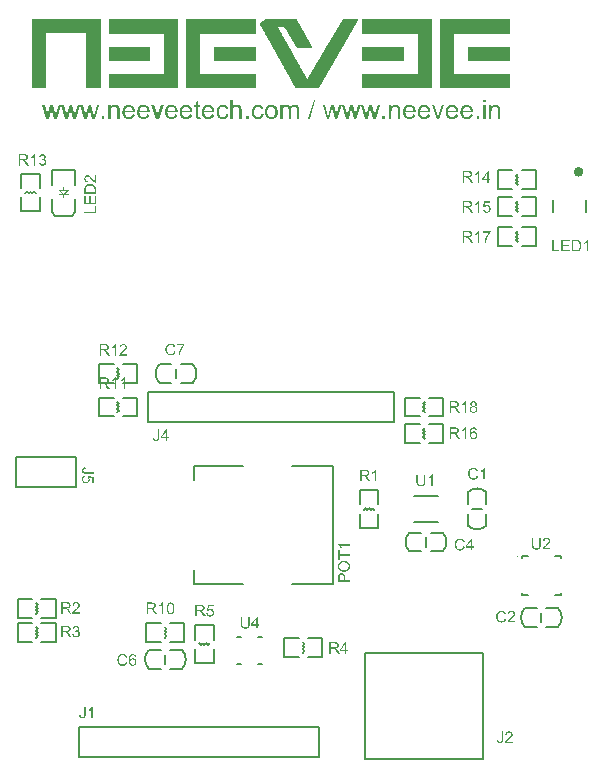
<source format=gto>
G04*
G04 #@! TF.GenerationSoftware,Altium Limited,CircuitStudio,1.5.2 (30)*
G04*
G04 Layer_Color=255*
%FSLAX25Y25*%
%MOIN*%
G70*
G01*
G75*
%ADD19C,0.00787*%
%ADD41C,0.00394*%
%ADD42C,0.01575*%
%ADD43C,0.00591*%
%ADD44C,0.00500*%
G36*
X183931Y351976D02*
X183139D01*
X182410Y354709D01*
X182228Y355493D01*
X181307Y351976D01*
X180488D01*
X179103Y356550D01*
X179914D01*
X180642Y353908D01*
X180898Y352924D01*
Y352933D01*
X180907Y352951D01*
X180916Y352997D01*
X180925Y353024D01*
X180934Y353070D01*
X180943Y353124D01*
X180961Y353188D01*
X180980Y353261D01*
X181007Y353352D01*
X181034Y353452D01*
X181061Y353571D01*
X181098Y353707D01*
X181134Y353862D01*
X181863Y356550D01*
X182656D01*
X183339Y353889D01*
X183567Y353015D01*
X183831Y353899D01*
X184614Y356550D01*
X185371D01*
X183931Y351976D01*
D02*
G37*
G36*
X272610Y200492D02*
X272649Y200486D01*
X272699Y200481D01*
X272755Y200470D01*
X272815Y200459D01*
X272943Y200420D01*
X273010Y200397D01*
X273082Y200364D01*
X273154Y200325D01*
X273221Y200286D01*
X273287Y200237D01*
X273354Y200181D01*
X273359Y200175D01*
X273371Y200164D01*
X273387Y200148D01*
X273404Y200120D01*
X273432Y200087D01*
X273459Y200042D01*
X273493Y199987D01*
X273520Y199926D01*
X273554Y199854D01*
X273587Y199770D01*
X273615Y199681D01*
X273637Y199576D01*
X273659Y199465D01*
X273676Y199343D01*
X273687Y199204D01*
X273692Y199060D01*
Y198077D01*
X275252D01*
Y197567D01*
X271411D01*
Y199010D01*
Y199015D01*
Y199027D01*
Y199049D01*
Y199071D01*
Y199104D01*
Y199143D01*
X271417Y199226D01*
X271423Y199321D01*
X271428Y199421D01*
X271439Y199515D01*
X271450Y199598D01*
Y199604D01*
Y199609D01*
X271461Y199648D01*
X271472Y199698D01*
X271489Y199765D01*
X271517Y199837D01*
X271550Y199915D01*
X271589Y199998D01*
X271633Y200070D01*
X271639Y200081D01*
X271656Y200103D01*
X271689Y200137D01*
X271728Y200181D01*
X271778Y200231D01*
X271844Y200281D01*
X271916Y200336D01*
X272000Y200381D01*
X272011Y200386D01*
X272039Y200397D01*
X272089Y200420D01*
X272155Y200442D01*
X272233Y200459D01*
X272322Y200481D01*
X272422Y200492D01*
X272527Y200497D01*
X272571D01*
X272610Y200492D01*
D02*
G37*
G36*
X190642Y330668D02*
X190582D01*
X190537Y330673D01*
X190487Y330679D01*
X190432Y330690D01*
X190376Y330701D01*
X190315Y330723D01*
X190310D01*
X190304Y330729D01*
X190271Y330740D01*
X190221Y330762D01*
X190154Y330796D01*
X190076Y330840D01*
X189988Y330895D01*
X189899Y330956D01*
X189804Y331034D01*
X189799D01*
X189793Y331045D01*
X189760Y331073D01*
X189710Y331123D01*
X189638Y331195D01*
X189555Y331278D01*
X189455Y331384D01*
X189344Y331511D01*
X189227Y331650D01*
X189222Y331656D01*
X189205Y331678D01*
X189177Y331711D01*
X189144Y331750D01*
X189100Y331800D01*
X189050Y331861D01*
X188994Y331922D01*
X188933Y331994D01*
X188800Y332133D01*
X188667Y332272D01*
X188600Y332338D01*
X188533Y332399D01*
X188472Y332455D01*
X188411Y332499D01*
X188406D01*
X188400Y332510D01*
X188384Y332522D01*
X188362Y332533D01*
X188300Y332572D01*
X188228Y332616D01*
X188139Y332655D01*
X188045Y332694D01*
X187940Y332716D01*
X187840Y332727D01*
X187829D01*
X187795Y332721D01*
X187740Y332716D01*
X187679Y332699D01*
X187601Y332677D01*
X187523Y332638D01*
X187446Y332588D01*
X187368Y332522D01*
X187357Y332510D01*
X187335Y332483D01*
X187307Y332444D01*
X187268Y332383D01*
X187235Y332305D01*
X187201Y332216D01*
X187179Y332111D01*
X187174Y331994D01*
Y331989D01*
Y331978D01*
Y331961D01*
X187179Y331939D01*
X187185Y331872D01*
X187201Y331795D01*
X187224Y331711D01*
X187263Y331617D01*
X187312Y331528D01*
X187379Y331445D01*
X187390Y331434D01*
X187418Y331412D01*
X187462Y331378D01*
X187529Y331345D01*
X187607Y331306D01*
X187707Y331273D01*
X187818Y331251D01*
X187945Y331240D01*
X187895Y330757D01*
X187890D01*
X187873Y330762D01*
X187845D01*
X187806Y330768D01*
X187762Y330779D01*
X187712Y330790D01*
X187651Y330807D01*
X187590Y330823D01*
X187457Y330868D01*
X187324Y330934D01*
X187257Y330973D01*
X187190Y331023D01*
X187129Y331073D01*
X187074Y331129D01*
X187068Y331134D01*
X187063Y331145D01*
X187046Y331162D01*
X187030Y331189D01*
X187007Y331223D01*
X186985Y331262D01*
X186957Y331306D01*
X186930Y331362D01*
X186902Y331423D01*
X186874Y331489D01*
X186852Y331561D01*
X186830Y331639D01*
X186813Y331722D01*
X186796Y331811D01*
X186791Y331906D01*
X186785Y332005D01*
Y332011D01*
Y332028D01*
Y332061D01*
X186791Y332100D01*
X186796Y332144D01*
X186802Y332200D01*
X186813Y332261D01*
X186824Y332322D01*
X186863Y332466D01*
X186918Y332610D01*
X186952Y332682D01*
X186991Y332755D01*
X187041Y332821D01*
X187096Y332882D01*
X187102Y332888D01*
X187107Y332899D01*
X187129Y332910D01*
X187152Y332932D01*
X187179Y332960D01*
X187218Y332988D01*
X187257Y333015D01*
X187307Y333049D01*
X187412Y333104D01*
X187546Y333160D01*
X187612Y333182D01*
X187690Y333193D01*
X187768Y333204D01*
X187851Y333210D01*
X187890D01*
X187934Y333204D01*
X187995Y333199D01*
X188062Y333188D01*
X188139Y333165D01*
X188223Y333143D01*
X188306Y333110D01*
X188317Y333104D01*
X188345Y333093D01*
X188389Y333071D01*
X188450Y333038D01*
X188517Y332993D01*
X188600Y332938D01*
X188683Y332871D01*
X188778Y332793D01*
X188789Y332782D01*
X188822Y332755D01*
X188850Y332727D01*
X188878Y332699D01*
X188911Y332666D01*
X188955Y332621D01*
X189000Y332577D01*
X189050Y332522D01*
X189105Y332466D01*
X189166Y332399D01*
X189227Y332327D01*
X189299Y332250D01*
X189372Y332161D01*
X189449Y332072D01*
X189455Y332066D01*
X189466Y332055D01*
X189483Y332033D01*
X189505Y332005D01*
X189538Y331972D01*
X189571Y331933D01*
X189644Y331844D01*
X189727Y331750D01*
X189810Y331661D01*
X189882Y331584D01*
X189910Y331550D01*
X189938Y331522D01*
X189943Y331517D01*
X189960Y331500D01*
X189982Y331478D01*
X190015Y331450D01*
X190054Y331423D01*
X190093Y331389D01*
X190187Y331323D01*
Y333215D01*
X190642D01*
Y330668D01*
D02*
G37*
G36*
X273443Y204660D02*
X273493D01*
X273554Y204654D01*
X273620Y204643D01*
X273692Y204638D01*
X273853Y204610D01*
X274031Y204566D01*
X274209Y204504D01*
X274297Y204471D01*
X274386Y204427D01*
X274392D01*
X274408Y204416D01*
X274431Y204404D01*
X274464Y204382D01*
X274503Y204360D01*
X274542Y204332D01*
X274647Y204255D01*
X274758Y204160D01*
X274875Y204049D01*
X274986Y203916D01*
X275085Y203761D01*
Y203755D01*
X275097Y203744D01*
X275108Y203716D01*
X275124Y203683D01*
X275141Y203644D01*
X275158Y203600D01*
X275180Y203544D01*
X275202Y203483D01*
X275224Y203417D01*
X275246Y203344D01*
X275280Y203184D01*
X275307Y203011D01*
X275319Y202828D01*
Y202823D01*
Y202806D01*
Y202773D01*
X275313Y202740D01*
Y202690D01*
X275302Y202634D01*
X275296Y202573D01*
X275285Y202501D01*
X275252Y202351D01*
X275208Y202190D01*
X275141Y202024D01*
X275102Y201940D01*
X275058Y201857D01*
X275052Y201852D01*
X275047Y201840D01*
X275030Y201818D01*
X275008Y201785D01*
X274986Y201752D01*
X274952Y201713D01*
X274869Y201618D01*
X274769Y201513D01*
X274647Y201402D01*
X274508Y201302D01*
X274347Y201208D01*
X274342D01*
X274325Y201197D01*
X274303Y201185D01*
X274270Y201174D01*
X274225Y201158D01*
X274175Y201141D01*
X274120Y201119D01*
X274059Y201102D01*
X273987Y201080D01*
X273914Y201058D01*
X273748Y201025D01*
X273576Y201002D01*
X273387Y200991D01*
X273343D01*
X273293Y200997D01*
X273226D01*
X273148Y201008D01*
X273054Y201019D01*
X272949Y201036D01*
X272838Y201058D01*
X272721Y201080D01*
X272599Y201113D01*
X272477Y201158D01*
X272349Y201208D01*
X272227Y201263D01*
X272105Y201335D01*
X271994Y201413D01*
X271889Y201502D01*
X271883Y201507D01*
X271866Y201524D01*
X271839Y201557D01*
X271805Y201596D01*
X271761Y201646D01*
X271717Y201707D01*
X271667Y201779D01*
X271617Y201863D01*
X271567Y201951D01*
X271517Y202051D01*
X271472Y202162D01*
X271428Y202279D01*
X271395Y202407D01*
X271367Y202540D01*
X271350Y202678D01*
X271345Y202828D01*
Y202834D01*
Y202851D01*
Y202878D01*
X271350Y202917D01*
Y202967D01*
X271356Y203017D01*
X271367Y203084D01*
X271378Y203150D01*
X271406Y203294D01*
X271450Y203461D01*
X271517Y203622D01*
X271556Y203705D01*
X271600Y203788D01*
X271606Y203794D01*
X271611Y203805D01*
X271628Y203827D01*
X271644Y203861D01*
X271672Y203894D01*
X271706Y203938D01*
X271783Y204033D01*
X271883Y204133D01*
X272005Y204244D01*
X272149Y204349D01*
X272310Y204438D01*
X272316D01*
X272333Y204449D01*
X272355Y204460D01*
X272388Y204471D01*
X272433Y204493D01*
X272482Y204510D01*
X272544Y204532D01*
X272610Y204554D01*
X272682Y204571D01*
X272760Y204593D01*
X272849Y204615D01*
X272938Y204632D01*
X273132Y204654D01*
X273343Y204665D01*
X273398D01*
X273443Y204660D01*
D02*
G37*
G36*
X275252Y209710D02*
X272249D01*
X272255Y209705D01*
X272277Y209677D01*
X272310Y209644D01*
X272349Y209588D01*
X272399Y209527D01*
X272455Y209450D01*
X272516Y209361D01*
X272577Y209261D01*
Y209255D01*
X272582Y209250D01*
X272605Y209216D01*
X272632Y209161D01*
X272666Y209094D01*
X272705Y209017D01*
X272743Y208933D01*
X272782Y208850D01*
X272815Y208767D01*
X272360D01*
Y208772D01*
X272349Y208784D01*
X272344Y208806D01*
X272327Y208833D01*
X272310Y208867D01*
X272288Y208906D01*
X272233Y209000D01*
X272172Y209111D01*
X272094Y209222D01*
X272005Y209338D01*
X271911Y209455D01*
X271905Y209461D01*
X271900Y209466D01*
X271883Y209483D01*
X271866Y209505D01*
X271811Y209555D01*
X271744Y209622D01*
X271667Y209688D01*
X271578Y209760D01*
X271489Y209821D01*
X271395Y209877D01*
Y210182D01*
X275252D01*
Y209710D01*
D02*
G37*
G36*
X271866Y206808D02*
X275252D01*
Y206297D01*
X271866D01*
Y205032D01*
X271411D01*
Y208073D01*
X271866D01*
Y206808D01*
D02*
G37*
G36*
X177572Y351976D02*
X176780D01*
X176051Y354709D01*
X175869Y355493D01*
X174949Y351976D01*
X174129D01*
X172744Y356550D01*
X173555D01*
X174284Y353908D01*
X174539Y352924D01*
Y352933D01*
X174548Y352951D01*
X174557Y352997D01*
X174566Y353024D01*
X174575Y353070D01*
X174584Y353124D01*
X174602Y353188D01*
X174621Y353261D01*
X174648Y353352D01*
X174675Y353452D01*
X174703Y353571D01*
X174739Y353707D01*
X174776Y353862D01*
X175504Y356550D01*
X176297D01*
X176980Y353889D01*
X177208Y353015D01*
X177472Y353899D01*
X178256Y356550D01*
X179012D01*
X177572Y351976D01*
D02*
G37*
G36*
X271132D02*
X270339D01*
X269611Y354709D01*
X269428Y355493D01*
X268508Y351976D01*
X267688D01*
X266304Y356550D01*
X267115D01*
X267843Y353908D01*
X268098Y352924D01*
Y352933D01*
X268108Y352951D01*
X268117Y352997D01*
X268126Y353024D01*
X268135Y353070D01*
X268144Y353124D01*
X268162Y353188D01*
X268180Y353261D01*
X268208Y353352D01*
X268235Y353452D01*
X268262Y353571D01*
X268299Y353707D01*
X268335Y353862D01*
X269064Y356550D01*
X269857D01*
X270540Y353889D01*
X270768Y353015D01*
X271032Y353899D01*
X271815Y356550D01*
X272571D01*
X271132Y351976D01*
D02*
G37*
G36*
X211741Y245826D02*
Y245820D01*
Y245803D01*
Y245781D01*
Y245748D01*
X211736Y245703D01*
Y245659D01*
X211725Y245554D01*
X211714Y245431D01*
X211691Y245304D01*
X211658Y245187D01*
X211619Y245076D01*
Y245071D01*
X211614Y245065D01*
X211597Y245032D01*
X211569Y244988D01*
X211530Y244926D01*
X211475Y244865D01*
X211414Y244799D01*
X211336Y244732D01*
X211247Y244677D01*
X211236Y244671D01*
X211203Y244654D01*
X211153Y244632D01*
X211081Y244610D01*
X210992Y244582D01*
X210892Y244560D01*
X210781Y244544D01*
X210659Y244538D01*
X210609D01*
X210576Y244544D01*
X210531Y244549D01*
X210487Y244555D01*
X210371Y244577D01*
X210248Y244610D01*
X210121Y244660D01*
X210054Y244693D01*
X209993Y244732D01*
X209938Y244777D01*
X209882Y244827D01*
X209877Y244832D01*
X209871Y244838D01*
X209860Y244860D01*
X209843Y244882D01*
X209821Y244910D01*
X209799Y244949D01*
X209777Y244993D01*
X209749Y245043D01*
X209727Y245098D01*
X209705Y245165D01*
X209682Y245232D01*
X209660Y245309D01*
X209649Y245393D01*
X209632Y245487D01*
X209627Y245581D01*
Y245687D01*
X210087Y245753D01*
Y245748D01*
Y245737D01*
Y245714D01*
X210093Y245681D01*
X210099Y245648D01*
Y245609D01*
X210115Y245515D01*
X210132Y245415D01*
X210165Y245315D01*
X210198Y245226D01*
X210221Y245187D01*
X210248Y245154D01*
X210254Y245148D01*
X210276Y245132D01*
X210310Y245104D01*
X210354Y245076D01*
X210415Y245043D01*
X210482Y245021D01*
X210565Y244999D01*
X210654Y244993D01*
X210687D01*
X210720Y244999D01*
X210770Y245004D01*
X210820Y245015D01*
X210876Y245026D01*
X210931Y245048D01*
X210987Y245076D01*
X210992Y245082D01*
X211009Y245093D01*
X211031Y245115D01*
X211064Y245137D01*
X211092Y245176D01*
X211125Y245215D01*
X211153Y245259D01*
X211175Y245315D01*
Y245321D01*
X211186Y245343D01*
X211192Y245381D01*
X211203Y245431D01*
X211214Y245498D01*
X211220Y245581D01*
X211231Y245681D01*
Y245798D01*
Y248445D01*
X211741D01*
Y245826D01*
D02*
G37*
G36*
X214361Y245959D02*
X214883D01*
Y245526D01*
X214361D01*
Y244604D01*
X213889D01*
Y245526D01*
X212219D01*
Y245959D01*
X213978Y248445D01*
X214361D01*
Y245959D01*
D02*
G37*
G36*
X190642Y320467D02*
X186802D01*
Y320977D01*
X190187D01*
Y322870D01*
X190642D01*
Y320467D01*
D02*
G37*
G36*
X190290Y351976D02*
X189497D01*
X188769Y354709D01*
X188586Y355493D01*
X187666Y351976D01*
X186846D01*
X185462Y356550D01*
X186273D01*
X187001Y353908D01*
X187256Y352924D01*
Y352933D01*
X187265Y352951D01*
X187275Y352997D01*
X187284Y353024D01*
X187293Y353070D01*
X187302Y353124D01*
X187320Y353188D01*
X187338Y353261D01*
X187366Y353352D01*
X187393Y353452D01*
X187420Y353571D01*
X187457Y353707D01*
X187493Y353862D01*
X188222Y356550D01*
X189015D01*
X189698Y353889D01*
X189926Y353015D01*
X190190Y353899D01*
X190973Y356550D01*
X191729D01*
X190290Y351976D01*
D02*
G37*
G36*
X188817Y330224D02*
X188861D01*
X188966Y330218D01*
X189088Y330202D01*
X189216Y330185D01*
X189349Y330157D01*
X189483Y330124D01*
X189488D01*
X189499Y330118D01*
X189516Y330113D01*
X189538Y330107D01*
X189599Y330085D01*
X189677Y330052D01*
X189766Y330018D01*
X189854Y329974D01*
X189949Y329919D01*
X190038Y329863D01*
X190049Y329857D01*
X190076Y329835D01*
X190115Y329802D01*
X190165Y329758D01*
X190221Y329708D01*
X190276Y329647D01*
X190337Y329586D01*
X190387Y329513D01*
X190393Y329502D01*
X190409Y329480D01*
X190432Y329441D01*
X190459Y329386D01*
X190493Y329319D01*
X190520Y329241D01*
X190554Y329153D01*
X190582Y329053D01*
Y329047D01*
Y329042D01*
X190587Y329025D01*
X190593Y329008D01*
X190598Y328953D01*
X190609Y328875D01*
X190620Y328786D01*
X190631Y328681D01*
X190637Y328564D01*
X190642Y328437D01*
Y327055D01*
X186802D01*
Y328376D01*
Y328381D01*
Y328398D01*
Y328420D01*
Y328448D01*
Y328487D01*
Y328531D01*
X186808Y328631D01*
X186813Y328742D01*
X186824Y328853D01*
X186841Y328964D01*
X186857Y329058D01*
Y329064D01*
X186863Y329075D01*
Y329092D01*
X186874Y329114D01*
X186891Y329175D01*
X186918Y329253D01*
X186957Y329341D01*
X187007Y329436D01*
X187063Y329530D01*
X187135Y329619D01*
X187141Y329624D01*
X187146Y329630D01*
X187163Y329647D01*
X187179Y329669D01*
X187235Y329724D01*
X187312Y329791D01*
X187407Y329863D01*
X187518Y329941D01*
X187645Y330013D01*
X187790Y330074D01*
X187795D01*
X187806Y330080D01*
X187829Y330091D01*
X187862Y330096D01*
X187901Y330113D01*
X187945Y330124D01*
X187995Y330135D01*
X188056Y330152D01*
X188117Y330168D01*
X188189Y330179D01*
X188345Y330207D01*
X188517Y330224D01*
X188706Y330229D01*
X188778D01*
X188817Y330224D01*
D02*
G37*
G36*
X190642Y323481D02*
X186802D01*
Y326261D01*
X187257D01*
Y323991D01*
X188428D01*
Y326117D01*
X188883D01*
Y323991D01*
X190187D01*
Y326350D01*
X190642D01*
Y323481D01*
D02*
G37*
G36*
X280511Y234980D02*
X280561D01*
X280678Y234974D01*
X280800Y234958D01*
X280933Y234941D01*
X281055Y234913D01*
X281116Y234897D01*
X281166Y234880D01*
X281171D01*
X281177Y234875D01*
X281210Y234858D01*
X281260Y234836D01*
X281321Y234797D01*
X281388Y234747D01*
X281460Y234680D01*
X281527Y234603D01*
X281593Y234514D01*
Y234508D01*
X281599Y234503D01*
X281621Y234469D01*
X281643Y234414D01*
X281677Y234342D01*
X281704Y234259D01*
X281732Y234159D01*
X281749Y234053D01*
X281754Y233937D01*
Y233931D01*
Y233920D01*
Y233898D01*
X281749Y233870D01*
Y233831D01*
X281743Y233792D01*
X281721Y233698D01*
X281688Y233587D01*
X281643Y233470D01*
X281577Y233354D01*
X281532Y233298D01*
X281488Y233243D01*
X281482Y233237D01*
X281477Y233232D01*
X281460Y233215D01*
X281438Y233198D01*
X281410Y233176D01*
X281377Y233154D01*
X281332Y233126D01*
X281288Y233093D01*
X281233Y233065D01*
X281171Y233037D01*
X281105Y233004D01*
X281033Y232976D01*
X280949Y232954D01*
X280866Y232927D01*
X280772Y232910D01*
X280672Y232893D01*
X280683Y232888D01*
X280705Y232876D01*
X280738Y232854D01*
X280783Y232832D01*
X280883Y232771D01*
X280933Y232732D01*
X280977Y232699D01*
X280988Y232688D01*
X281016Y232660D01*
X281060Y232616D01*
X281116Y232560D01*
X281177Y232483D01*
X281249Y232399D01*
X281321Y232299D01*
X281399Y232188D01*
X282059Y231145D01*
X281427D01*
X280922Y231944D01*
Y231950D01*
X280911Y231961D01*
X280900Y231977D01*
X280883Y232000D01*
X280844Y232061D01*
X280794Y232138D01*
X280733Y232222D01*
X280672Y232310D01*
X280611Y232394D01*
X280555Y232471D01*
X280550Y232477D01*
X280533Y232499D01*
X280505Y232532D01*
X280467Y232571D01*
X280383Y232655D01*
X280339Y232693D01*
X280294Y232727D01*
X280289Y232732D01*
X280278Y232738D01*
X280256Y232749D01*
X280222Y232766D01*
X280189Y232782D01*
X280150Y232799D01*
X280061Y232827D01*
X280056D01*
X280045Y232832D01*
X280023D01*
X279995Y232838D01*
X279956Y232843D01*
X279912D01*
X279851Y232849D01*
X279196D01*
Y231145D01*
X278685D01*
Y234985D01*
X280467D01*
X280511Y234980D01*
D02*
G37*
G36*
X209437Y190723D02*
X209487D01*
X209604Y190717D01*
X209726Y190700D01*
X209859Y190684D01*
X209981Y190656D01*
X210042Y190639D01*
X210092Y190623D01*
X210097D01*
X210103Y190617D01*
X210136Y190600D01*
X210186Y190578D01*
X210247Y190539D01*
X210314Y190489D01*
X210386Y190423D01*
X210453Y190345D01*
X210519Y190256D01*
Y190251D01*
X210525Y190245D01*
X210547Y190212D01*
X210569Y190156D01*
X210602Y190084D01*
X210630Y190001D01*
X210658Y189901D01*
X210675Y189796D01*
X210680Y189679D01*
Y189673D01*
Y189662D01*
Y189640D01*
X210675Y189612D01*
Y189574D01*
X210669Y189535D01*
X210647Y189440D01*
X210614Y189329D01*
X210569Y189213D01*
X210503Y189096D01*
X210458Y189041D01*
X210414Y188985D01*
X210408Y188980D01*
X210403Y188974D01*
X210386Y188958D01*
X210364Y188941D01*
X210336Y188919D01*
X210303Y188897D01*
X210258Y188869D01*
X210214Y188835D01*
X210158Y188808D01*
X210097Y188780D01*
X210031Y188747D01*
X209959Y188719D01*
X209875Y188697D01*
X209792Y188669D01*
X209698Y188652D01*
X209598Y188636D01*
X209609Y188630D01*
X209631Y188619D01*
X209665Y188597D01*
X209709Y188575D01*
X209809Y188514D01*
X209859Y188475D01*
X209903Y188441D01*
X209914Y188430D01*
X209942Y188402D01*
X209986Y188358D01*
X210042Y188303D01*
X210103Y188225D01*
X210175Y188142D01*
X210247Y188042D01*
X210325Y187931D01*
X210985Y186887D01*
X210353D01*
X209848Y187687D01*
Y187692D01*
X209837Y187703D01*
X209825Y187720D01*
X209809Y187742D01*
X209770Y187803D01*
X209720Y187881D01*
X209659Y187964D01*
X209598Y188053D01*
X209537Y188136D01*
X209481Y188214D01*
X209476Y188219D01*
X209459Y188242D01*
X209431Y188275D01*
X209393Y188314D01*
X209309Y188397D01*
X209265Y188436D01*
X209221Y188469D01*
X209215Y188475D01*
X209204Y188480D01*
X209182Y188491D01*
X209148Y188508D01*
X209115Y188525D01*
X209076Y188541D01*
X208987Y188569D01*
X208982D01*
X208971Y188575D01*
X208949D01*
X208921Y188580D01*
X208882Y188586D01*
X208838D01*
X208776Y188591D01*
X208122D01*
Y186887D01*
X207611D01*
Y190728D01*
X209393D01*
X209437Y190723D01*
D02*
G37*
G36*
X215636Y190739D02*
X215708Y190728D01*
X215792Y190711D01*
X215880Y190689D01*
X215975Y190661D01*
X216064Y190617D01*
X216069D01*
X216075Y190611D01*
X216103Y190595D01*
X216147Y190567D01*
X216202Y190528D01*
X216264Y190473D01*
X216330Y190412D01*
X216391Y190340D01*
X216452Y190256D01*
X216458Y190245D01*
X216480Y190217D01*
X216502Y190167D01*
X216541Y190095D01*
X216574Y190012D01*
X216619Y189918D01*
X216657Y189807D01*
X216691Y189685D01*
Y189679D01*
X216696Y189668D01*
X216702Y189651D01*
X216707Y189624D01*
X216713Y189590D01*
X216719Y189551D01*
X216730Y189501D01*
X216735Y189446D01*
X216746Y189385D01*
X216752Y189318D01*
X216757Y189241D01*
X216769Y189163D01*
X216774Y189074D01*
Y188985D01*
X216780Y188885D01*
Y188780D01*
Y188774D01*
Y188752D01*
Y188713D01*
Y188669D01*
X216774Y188608D01*
Y188541D01*
X216769Y188469D01*
X216763Y188391D01*
X216746Y188214D01*
X216719Y188031D01*
X216685Y187853D01*
X216663Y187770D01*
X216635Y187687D01*
Y187681D01*
X216630Y187670D01*
X216619Y187648D01*
X216608Y187620D01*
X216597Y187581D01*
X216574Y187542D01*
X216530Y187448D01*
X216474Y187348D01*
X216402Y187237D01*
X216319Y187137D01*
X216219Y187043D01*
X216213D01*
X216208Y187032D01*
X216191Y187021D01*
X216169Y187010D01*
X216141Y186993D01*
X216114Y186971D01*
X216030Y186932D01*
X215931Y186893D01*
X215814Y186854D01*
X215675Y186832D01*
X215525Y186821D01*
X215470D01*
X215431Y186826D01*
X215387Y186832D01*
X215331Y186843D01*
X215270Y186854D01*
X215203Y186871D01*
X215137Y186893D01*
X215065Y186915D01*
X214992Y186949D01*
X214920Y186987D01*
X214848Y187032D01*
X214776Y187087D01*
X214709Y187148D01*
X214648Y187215D01*
X214643Y187220D01*
X214632Y187237D01*
X214615Y187265D01*
X214587Y187309D01*
X214560Y187359D01*
X214532Y187426D01*
X214493Y187503D01*
X214460Y187592D01*
X214426Y187692D01*
X214393Y187809D01*
X214360Y187936D01*
X214332Y188081D01*
X214304Y188236D01*
X214288Y188402D01*
X214277Y188586D01*
X214271Y188780D01*
Y188786D01*
Y188808D01*
Y188847D01*
Y188891D01*
X214277Y188952D01*
Y189019D01*
X214282Y189091D01*
X214288Y189174D01*
X214304Y189346D01*
X214332Y189529D01*
X214365Y189712D01*
X214388Y189796D01*
X214410Y189879D01*
Y189884D01*
X214415Y189895D01*
X214426Y189918D01*
X214438Y189945D01*
X214449Y189984D01*
X214471Y190023D01*
X214515Y190118D01*
X214571Y190217D01*
X214643Y190323D01*
X214726Y190428D01*
X214826Y190517D01*
X214832D01*
X214837Y190528D01*
X214854Y190539D01*
X214876Y190550D01*
X214904Y190573D01*
X214937Y190589D01*
X215020Y190634D01*
X215120Y190673D01*
X215237Y190711D01*
X215375Y190734D01*
X215525Y190745D01*
X215575D01*
X215636Y190739D01*
D02*
G37*
G36*
X320536Y351976D02*
X319761D01*
Y356550D01*
X320536D01*
Y351976D01*
D02*
G37*
G36*
X213061Y186887D02*
X212589D01*
Y189890D01*
X212584Y189884D01*
X212556Y189862D01*
X212523Y189829D01*
X212467Y189790D01*
X212406Y189740D01*
X212329Y189685D01*
X212240Y189624D01*
X212140Y189562D01*
X212134D01*
X212129Y189557D01*
X212095Y189535D01*
X212040Y189507D01*
X211973Y189474D01*
X211896Y189435D01*
X211812Y189396D01*
X211729Y189357D01*
X211646Y189324D01*
Y189779D01*
X211651D01*
X211663Y189790D01*
X211685Y189796D01*
X211713Y189812D01*
X211746Y189829D01*
X211785Y189851D01*
X211879Y189907D01*
X211990Y189968D01*
X212101Y190045D01*
X212217Y190134D01*
X212334Y190228D01*
X212340Y190234D01*
X212345Y190240D01*
X212362Y190256D01*
X212384Y190273D01*
X212434Y190328D01*
X212501Y190395D01*
X212567Y190473D01*
X212639Y190561D01*
X212700Y190650D01*
X212756Y190745D01*
X213061D01*
Y186887D01*
D02*
G37*
G36*
X193720Y265740D02*
X193770D01*
X193887Y265735D01*
X194009Y265718D01*
X194142Y265701D01*
X194264Y265673D01*
X194325Y265657D01*
X194375Y265640D01*
X194381D01*
X194386Y265635D01*
X194420Y265618D01*
X194470Y265596D01*
X194531Y265557D01*
X194597Y265507D01*
X194669Y265440D01*
X194736Y265363D01*
X194803Y265274D01*
Y265268D01*
X194808Y265263D01*
X194830Y265230D01*
X194853Y265174D01*
X194886Y265102D01*
X194914Y265019D01*
X194941Y264919D01*
X194958Y264813D01*
X194964Y264697D01*
Y264691D01*
Y264680D01*
Y264658D01*
X194958Y264630D01*
Y264591D01*
X194952Y264552D01*
X194930Y264458D01*
X194897Y264347D01*
X194853Y264230D01*
X194786Y264114D01*
X194742Y264058D01*
X194697Y264003D01*
X194692Y263997D01*
X194686Y263992D01*
X194669Y263975D01*
X194647Y263959D01*
X194620Y263936D01*
X194586Y263914D01*
X194542Y263886D01*
X194497Y263853D01*
X194442Y263825D01*
X194381Y263798D01*
X194314Y263764D01*
X194242Y263737D01*
X194159Y263714D01*
X194076Y263687D01*
X193981Y263670D01*
X193881Y263653D01*
X193893Y263648D01*
X193915Y263637D01*
X193948Y263614D01*
X193992Y263592D01*
X194092Y263531D01*
X194142Y263492D01*
X194187Y263459D01*
X194198Y263448D01*
X194226Y263420D01*
X194270Y263376D01*
X194325Y263320D01*
X194386Y263243D01*
X194459Y263159D01*
X194531Y263059D01*
X194608Y262948D01*
X195269Y261905D01*
X194636D01*
X194131Y262704D01*
Y262710D01*
X194120Y262721D01*
X194109Y262738D01*
X194092Y262760D01*
X194053Y262821D01*
X194003Y262898D01*
X193942Y262982D01*
X193881Y263071D01*
X193820Y263154D01*
X193765Y263231D01*
X193759Y263237D01*
X193743Y263259D01*
X193715Y263293D01*
X193676Y263331D01*
X193593Y263415D01*
X193548Y263454D01*
X193504Y263487D01*
X193498Y263492D01*
X193487Y263498D01*
X193465Y263509D01*
X193432Y263526D01*
X193398Y263542D01*
X193360Y263559D01*
X193271Y263587D01*
X193265D01*
X193254Y263592D01*
X193232D01*
X193204Y263598D01*
X193165Y263603D01*
X193121D01*
X193060Y263609D01*
X192405D01*
Y261905D01*
X191894D01*
Y265746D01*
X193676D01*
X193720Y265740D01*
D02*
G37*
G36*
X287047Y351976D02*
X286164D01*
Y352860D01*
X287047D01*
Y351976D01*
D02*
G37*
G36*
X318413D02*
X317529D01*
Y352860D01*
X318413D01*
Y351976D01*
D02*
G37*
G36*
X270337Y177523D02*
X270387D01*
X270503Y177517D01*
X270626Y177500D01*
X270759Y177484D01*
X270881Y177456D01*
X270942Y177439D01*
X270992Y177423D01*
X270997D01*
X271003Y177417D01*
X271036Y177400D01*
X271086Y177378D01*
X271147Y177339D01*
X271214Y177289D01*
X271286Y177223D01*
X271353Y177145D01*
X271419Y177056D01*
Y177051D01*
X271425Y177045D01*
X271447Y177012D01*
X271469Y176956D01*
X271502Y176884D01*
X271530Y176801D01*
X271558Y176701D01*
X271575Y176596D01*
X271580Y176479D01*
Y176473D01*
Y176462D01*
Y176440D01*
X271575Y176412D01*
Y176374D01*
X271569Y176335D01*
X271547Y176240D01*
X271514Y176129D01*
X271469Y176013D01*
X271403Y175896D01*
X271358Y175841D01*
X271314Y175785D01*
X271308Y175780D01*
X271303Y175774D01*
X271286Y175758D01*
X271264Y175741D01*
X271236Y175719D01*
X271203Y175697D01*
X271158Y175669D01*
X271114Y175635D01*
X271059Y175608D01*
X270997Y175580D01*
X270931Y175547D01*
X270859Y175519D01*
X270775Y175497D01*
X270692Y175469D01*
X270598Y175452D01*
X270498Y175436D01*
X270509Y175430D01*
X270531Y175419D01*
X270565Y175397D01*
X270609Y175375D01*
X270709Y175314D01*
X270759Y175275D01*
X270803Y175241D01*
X270814Y175230D01*
X270842Y175203D01*
X270886Y175158D01*
X270942Y175103D01*
X271003Y175025D01*
X271075Y174942D01*
X271147Y174842D01*
X271225Y174731D01*
X271885Y173687D01*
X271253D01*
X270748Y174487D01*
Y174492D01*
X270737Y174503D01*
X270725Y174520D01*
X270709Y174542D01*
X270670Y174603D01*
X270620Y174681D01*
X270559Y174764D01*
X270498Y174853D01*
X270437Y174936D01*
X270381Y175014D01*
X270376Y175019D01*
X270359Y175042D01*
X270331Y175075D01*
X270293Y175114D01*
X270209Y175197D01*
X270165Y175236D01*
X270121Y175269D01*
X270115Y175275D01*
X270104Y175280D01*
X270082Y175291D01*
X270048Y175308D01*
X270015Y175325D01*
X269976Y175341D01*
X269887Y175369D01*
X269882D01*
X269871Y175375D01*
X269849D01*
X269821Y175380D01*
X269782Y175386D01*
X269738D01*
X269676Y175391D01*
X269022D01*
Y173687D01*
X268511D01*
Y177528D01*
X270293D01*
X270337Y177523D01*
D02*
G37*
G36*
X305076Y351976D02*
X304338D01*
X302616Y356550D01*
X303436D01*
X304420Y353807D01*
Y353798D01*
X304429Y353789D01*
X304438Y353762D01*
X304447Y353735D01*
X304475Y353643D01*
X304511Y353525D01*
X304557Y353388D01*
X304611Y353234D01*
X304657Y353061D01*
X304712Y352887D01*
X304721Y352906D01*
X304730Y352951D01*
X304757Y353024D01*
X304784Y353133D01*
X304830Y353252D01*
X304875Y353407D01*
X304939Y353571D01*
X305003Y353753D01*
X306014Y356550D01*
X306816D01*
X305076Y351976D01*
D02*
G37*
G36*
X284135Y231145D02*
X283663D01*
Y234148D01*
X283658Y234142D01*
X283630Y234120D01*
X283597Y234086D01*
X283541Y234048D01*
X283480Y233998D01*
X283402Y233942D01*
X283314Y233881D01*
X283214Y233820D01*
X283208D01*
X283203Y233815D01*
X283169Y233792D01*
X283114Y233765D01*
X283047Y233731D01*
X282970Y233692D01*
X282886Y233653D01*
X282803Y233615D01*
X282720Y233581D01*
Y234036D01*
X282725D01*
X282736Y234048D01*
X282759Y234053D01*
X282786Y234070D01*
X282820Y234086D01*
X282859Y234109D01*
X282953Y234164D01*
X283064Y234225D01*
X283175Y234303D01*
X283292Y234392D01*
X283408Y234486D01*
X283414Y234492D01*
X283419Y234497D01*
X283436Y234514D01*
X283458Y234530D01*
X283508Y234586D01*
X283575Y234652D01*
X283641Y234730D01*
X283713Y234819D01*
X283774Y234908D01*
X283830Y235002D01*
X284135D01*
Y231145D01*
D02*
G37*
G36*
X274166Y175042D02*
X274688D01*
Y174609D01*
X274166D01*
Y173687D01*
X273695D01*
Y174609D01*
X272024D01*
Y175042D01*
X273783Y177528D01*
X274166D01*
Y175042D01*
D02*
G37*
G36*
X229849Y189428D02*
X228312D01*
X228107Y188391D01*
X228112Y188396D01*
X228123Y188402D01*
X228140Y188413D01*
X228168Y188429D01*
X228201Y188446D01*
X228240Y188468D01*
X228329Y188513D01*
X228440Y188557D01*
X228562Y188596D01*
X228695Y188624D01*
X228762Y188635D01*
X228884D01*
X228917Y188629D01*
X228961Y188624D01*
X229011Y188618D01*
X229067Y188607D01*
X229128Y188591D01*
X229261Y188552D01*
X229333Y188524D01*
X229405Y188485D01*
X229478Y188446D01*
X229550Y188402D01*
X229616Y188346D01*
X229683Y188285D01*
X229689Y188280D01*
X229700Y188269D01*
X229716Y188252D01*
X229738Y188224D01*
X229766Y188185D01*
X229794Y188146D01*
X229827Y188096D01*
X229860Y188041D01*
X229888Y187980D01*
X229922Y187913D01*
X229949Y187836D01*
X229977Y187758D01*
X229999Y187675D01*
X230016Y187580D01*
X230027Y187486D01*
X230033Y187386D01*
Y187381D01*
Y187364D01*
Y187336D01*
X230027Y187297D01*
X230022Y187253D01*
X230016Y187203D01*
X230005Y187142D01*
X229994Y187081D01*
X229960Y186937D01*
X229905Y186787D01*
X229872Y186709D01*
X229827Y186637D01*
X229783Y186559D01*
X229727Y186487D01*
X229722Y186481D01*
X229711Y186465D01*
X229689Y186443D01*
X229661Y186415D01*
X229622Y186381D01*
X229577Y186337D01*
X229522Y186298D01*
X229461Y186254D01*
X229394Y186209D01*
X229317Y186171D01*
X229233Y186132D01*
X229145Y186093D01*
X229050Y186065D01*
X228945Y186043D01*
X228834Y186026D01*
X228717Y186021D01*
X228667D01*
X228628Y186026D01*
X228584Y186032D01*
X228534Y186037D01*
X228473Y186043D01*
X228412Y186060D01*
X228273Y186093D01*
X228134Y186143D01*
X228062Y186176D01*
X227990Y186215D01*
X227924Y186259D01*
X227857Y186309D01*
X227851Y186315D01*
X227840Y186320D01*
X227829Y186343D01*
X227807Y186365D01*
X227779Y186393D01*
X227751Y186426D01*
X227718Y186470D01*
X227691Y186520D01*
X227657Y186570D01*
X227624Y186631D01*
X227563Y186765D01*
X227513Y186920D01*
X227496Y187003D01*
X227485Y187092D01*
X227979Y187131D01*
Y187125D01*
Y187114D01*
X227985Y187098D01*
X227990Y187070D01*
X228007Y187009D01*
X228029Y186925D01*
X228062Y186842D01*
X228107Y186748D01*
X228162Y186665D01*
X228229Y186587D01*
X228240Y186581D01*
X228262Y186559D01*
X228307Y186531D01*
X228368Y186498D01*
X228434Y186465D01*
X228517Y186437D01*
X228612Y186415D01*
X228717Y186409D01*
X228750D01*
X228773Y186415D01*
X228839Y186420D01*
X228917Y186443D01*
X229011Y186470D01*
X229106Y186515D01*
X229206Y186581D01*
X229250Y186620D01*
X229294Y186665D01*
X229300Y186670D01*
X229306Y186676D01*
X229317Y186692D01*
X229333Y186709D01*
X229372Y186770D01*
X229416Y186848D01*
X229455Y186942D01*
X229494Y187059D01*
X229522Y187197D01*
X229533Y187270D01*
Y187347D01*
Y187353D01*
Y187364D01*
Y187386D01*
X229527Y187414D01*
Y187447D01*
X229522Y187486D01*
X229505Y187575D01*
X229478Y187680D01*
X229439Y187786D01*
X229383Y187886D01*
X229306Y187980D01*
Y187986D01*
X229294Y187991D01*
X229267Y188019D01*
X229217Y188058D01*
X229150Y188102D01*
X229061Y188141D01*
X228961Y188180D01*
X228845Y188207D01*
X228778Y188219D01*
X228673D01*
X228628Y188213D01*
X228573Y188207D01*
X228506Y188191D01*
X228440Y188174D01*
X228368Y188146D01*
X228295Y188113D01*
X228290Y188108D01*
X228268Y188096D01*
X228234Y188069D01*
X228190Y188041D01*
X228146Y188002D01*
X228101Y187952D01*
X228051Y187902D01*
X228012Y187841D01*
X227568Y187902D01*
X227940Y189878D01*
X229849D01*
Y189428D01*
D02*
G37*
G36*
X225637Y189922D02*
X225687D01*
X225803Y189917D01*
X225926Y189900D01*
X226059Y189884D01*
X226181Y189856D01*
X226242Y189839D01*
X226292Y189823D01*
X226297D01*
X226303Y189817D01*
X226336Y189800D01*
X226386Y189778D01*
X226447Y189739D01*
X226514Y189689D01*
X226586Y189623D01*
X226653Y189545D01*
X226719Y189456D01*
Y189451D01*
X226725Y189445D01*
X226747Y189412D01*
X226769Y189356D01*
X226802Y189284D01*
X226830Y189201D01*
X226858Y189101D01*
X226875Y188996D01*
X226880Y188879D01*
Y188874D01*
Y188862D01*
Y188840D01*
X226875Y188812D01*
Y188774D01*
X226869Y188735D01*
X226847Y188640D01*
X226814Y188529D01*
X226769Y188413D01*
X226703Y188296D01*
X226658Y188241D01*
X226614Y188185D01*
X226608Y188180D01*
X226603Y188174D01*
X226586Y188157D01*
X226564Y188141D01*
X226536Y188119D01*
X226503Y188096D01*
X226458Y188069D01*
X226414Y188035D01*
X226359Y188008D01*
X226297Y187980D01*
X226231Y187947D01*
X226159Y187919D01*
X226075Y187897D01*
X225992Y187869D01*
X225898Y187852D01*
X225798Y187836D01*
X225809Y187830D01*
X225831Y187819D01*
X225865Y187797D01*
X225909Y187775D01*
X226009Y187714D01*
X226059Y187675D01*
X226103Y187641D01*
X226114Y187630D01*
X226142Y187602D01*
X226186Y187558D01*
X226242Y187503D01*
X226303Y187425D01*
X226375Y187342D01*
X226447Y187242D01*
X226525Y187131D01*
X227185Y186087D01*
X226553D01*
X226048Y186887D01*
Y186892D01*
X226037Y186903D01*
X226026Y186920D01*
X226009Y186942D01*
X225970Y187003D01*
X225920Y187081D01*
X225859Y187164D01*
X225798Y187253D01*
X225737Y187336D01*
X225681Y187414D01*
X225676Y187419D01*
X225659Y187442D01*
X225631Y187475D01*
X225593Y187514D01*
X225509Y187597D01*
X225465Y187636D01*
X225420Y187669D01*
X225415Y187675D01*
X225404Y187680D01*
X225382Y187691D01*
X225348Y187708D01*
X225315Y187725D01*
X225276Y187741D01*
X225187Y187769D01*
X225182D01*
X225171Y187775D01*
X225149D01*
X225121Y187780D01*
X225082Y187786D01*
X225038D01*
X224976Y187791D01*
X224322D01*
Y186087D01*
X223811D01*
Y189928D01*
X225593D01*
X225637Y189922D01*
D02*
G37*
G36*
X211516Y351976D02*
X210778D01*
X209057Y356550D01*
X209876D01*
X210860Y353807D01*
Y353798D01*
X210870Y353789D01*
X210879Y353762D01*
X210888Y353735D01*
X210915Y353643D01*
X210951Y353525D01*
X210997Y353388D01*
X211052Y353234D01*
X211097Y353061D01*
X211152Y352887D01*
X211161Y352906D01*
X211170Y352951D01*
X211197Y353024D01*
X211225Y353133D01*
X211270Y353252D01*
X211316Y353407D01*
X211380Y353571D01*
X211443Y353753D01*
X212455Y356550D01*
X213256D01*
X211516Y351976D01*
D02*
G37*
G36*
X350889Y311570D02*
X351000Y311564D01*
X351111Y311553D01*
X351222Y311536D01*
X351317Y311520D01*
X351322D01*
X351333Y311514D01*
X351350D01*
X351372Y311503D01*
X351433Y311487D01*
X351511Y311459D01*
X351600Y311420D01*
X351694Y311370D01*
X351788Y311314D01*
X351877Y311242D01*
X351883Y311237D01*
X351888Y311231D01*
X351905Y311214D01*
X351927Y311198D01*
X351983Y311142D01*
X352049Y311065D01*
X352121Y310970D01*
X352199Y310859D01*
X352271Y310732D01*
X352332Y310587D01*
Y310582D01*
X352338Y310571D01*
X352349Y310548D01*
X352354Y310515D01*
X352371Y310476D01*
X352382Y310432D01*
X352393Y310382D01*
X352410Y310321D01*
X352427Y310260D01*
X352438Y310188D01*
X352465Y310032D01*
X352482Y309860D01*
X352488Y309672D01*
Y309666D01*
Y309655D01*
Y309627D01*
Y309599D01*
X352482Y309561D01*
Y309516D01*
X352477Y309411D01*
X352460Y309289D01*
X352443Y309161D01*
X352415Y309028D01*
X352382Y308895D01*
Y308889D01*
X352377Y308878D01*
X352371Y308861D01*
X352365Y308839D01*
X352343Y308778D01*
X352310Y308700D01*
X352277Y308611D01*
X352232Y308523D01*
X352177Y308428D01*
X352121Y308340D01*
X352116Y308329D01*
X352094Y308301D01*
X352060Y308262D01*
X352016Y308212D01*
X351966Y308156D01*
X351905Y308101D01*
X351844Y308040D01*
X351772Y307990D01*
X351761Y307984D01*
X351738Y307968D01*
X351699Y307946D01*
X351644Y307918D01*
X351577Y307885D01*
X351500Y307857D01*
X351411Y307823D01*
X351311Y307796D01*
X351300D01*
X351283Y307790D01*
X351267Y307785D01*
X351211Y307779D01*
X351133Y307768D01*
X351045Y307757D01*
X350939Y307746D01*
X350823Y307740D01*
X350695Y307735D01*
X349313D01*
Y311575D01*
X350789D01*
X350889Y311570D01*
D02*
G37*
G36*
X348519Y311120D02*
X346249D01*
Y309949D01*
X348375D01*
Y309494D01*
X346249D01*
Y308190D01*
X348608D01*
Y307735D01*
X345739D01*
Y311575D01*
X348519D01*
Y311120D01*
D02*
G37*
G36*
X343236Y308190D02*
X345128D01*
Y307735D01*
X342725D01*
Y311575D01*
X343236D01*
Y308190D01*
D02*
G37*
G36*
X354769Y307735D02*
X354297D01*
Y310737D01*
X354291Y310732D01*
X354264Y310710D01*
X354230Y310676D01*
X354175Y310637D01*
X354114Y310587D01*
X354036Y310532D01*
X353947Y310471D01*
X353847Y310410D01*
X353842D01*
X353836Y310404D01*
X353803Y310382D01*
X353748Y310354D01*
X353681Y310321D01*
X353603Y310282D01*
X353520Y310243D01*
X353437Y310204D01*
X353353Y310171D01*
Y310626D01*
X353359D01*
X353370Y310637D01*
X353392Y310643D01*
X353420Y310660D01*
X353453Y310676D01*
X353492Y310698D01*
X353587Y310754D01*
X353697Y310815D01*
X353808Y310893D01*
X353925Y310981D01*
X354042Y311076D01*
X354047Y311081D01*
X354053Y311087D01*
X354069Y311104D01*
X354092Y311120D01*
X354141Y311176D01*
X354208Y311242D01*
X354275Y311320D01*
X354347Y311409D01*
X354408Y311498D01*
X354463Y311592D01*
X354769D01*
Y307735D01*
D02*
G37*
G36*
X329244Y187976D02*
X329289Y187971D01*
X329344Y187965D01*
X329405Y187954D01*
X329466Y187943D01*
X329611Y187904D01*
X329755Y187848D01*
X329827Y187815D01*
X329899Y187776D01*
X329966Y187726D01*
X330027Y187671D01*
X330032Y187665D01*
X330044Y187660D01*
X330055Y187638D01*
X330077Y187615D01*
X330105Y187588D01*
X330132Y187549D01*
X330160Y187510D01*
X330193Y187460D01*
X330249Y187355D01*
X330304Y187221D01*
X330327Y187155D01*
X330338Y187077D01*
X330349Y186999D01*
X330354Y186916D01*
Y186905D01*
Y186877D01*
X330349Y186833D01*
X330343Y186772D01*
X330332Y186705D01*
X330310Y186627D01*
X330288Y186544D01*
X330255Y186461D01*
X330249Y186450D01*
X330238Y186422D01*
X330216Y186378D01*
X330182Y186317D01*
X330138Y186250D01*
X330083Y186167D01*
X330016Y186084D01*
X329938Y185989D01*
X329927Y185978D01*
X329899Y185945D01*
X329872Y185917D01*
X329844Y185889D01*
X329811Y185856D01*
X329766Y185812D01*
X329722Y185767D01*
X329666Y185717D01*
X329611Y185662D01*
X329544Y185601D01*
X329472Y185540D01*
X329394Y185468D01*
X329306Y185395D01*
X329217Y185318D01*
X329211Y185312D01*
X329200Y185301D01*
X329178Y185284D01*
X329150Y185262D01*
X329117Y185229D01*
X329078Y185196D01*
X328989Y185123D01*
X328895Y185040D01*
X328806Y184957D01*
X328728Y184885D01*
X328695Y184857D01*
X328667Y184829D01*
X328662Y184824D01*
X328645Y184807D01*
X328623Y184785D01*
X328595Y184752D01*
X328567Y184713D01*
X328534Y184674D01*
X328467Y184580D01*
X330360D01*
Y184124D01*
X327813D01*
Y184130D01*
Y184152D01*
Y184186D01*
X327818Y184230D01*
X327824Y184280D01*
X327835Y184335D01*
X327846Y184391D01*
X327868Y184452D01*
Y184457D01*
X327873Y184463D01*
X327885Y184496D01*
X327907Y184546D01*
X327940Y184613D01*
X327984Y184690D01*
X328040Y184779D01*
X328101Y184868D01*
X328179Y184962D01*
Y184968D01*
X328190Y184974D01*
X328218Y185007D01*
X328268Y185057D01*
X328340Y185129D01*
X328423Y185212D01*
X328528Y185312D01*
X328656Y185423D01*
X328795Y185540D01*
X328800Y185545D01*
X328823Y185562D01*
X328856Y185590D01*
X328895Y185623D01*
X328945Y185667D01*
X329006Y185717D01*
X329067Y185773D01*
X329139Y185834D01*
X329278Y185967D01*
X329416Y186100D01*
X329483Y186167D01*
X329544Y186233D01*
X329600Y186294D01*
X329644Y186355D01*
Y186361D01*
X329655Y186367D01*
X329666Y186383D01*
X329677Y186406D01*
X329716Y186467D01*
X329761Y186539D01*
X329799Y186627D01*
X329838Y186722D01*
X329860Y186827D01*
X329872Y186927D01*
Y186933D01*
Y186938D01*
X329866Y186972D01*
X329860Y187027D01*
X329844Y187088D01*
X329822Y187166D01*
X329783Y187243D01*
X329733Y187321D01*
X329666Y187399D01*
X329655Y187410D01*
X329627Y187432D01*
X329589Y187460D01*
X329527Y187499D01*
X329450Y187532D01*
X329361Y187565D01*
X329256Y187588D01*
X329139Y187593D01*
X329106D01*
X329083Y187588D01*
X329017Y187582D01*
X328939Y187565D01*
X328856Y187543D01*
X328762Y187504D01*
X328673Y187454D01*
X328590Y187388D01*
X328578Y187377D01*
X328556Y187349D01*
X328523Y187305D01*
X328490Y187238D01*
X328451Y187160D01*
X328417Y187060D01*
X328395Y186949D01*
X328384Y186822D01*
X327901Y186872D01*
Y186877D01*
X327907Y186894D01*
Y186922D01*
X327912Y186960D01*
X327923Y187005D01*
X327935Y187055D01*
X327951Y187116D01*
X327968Y187177D01*
X328012Y187310D01*
X328079Y187443D01*
X328118Y187510D01*
X328168Y187576D01*
X328218Y187638D01*
X328273Y187693D01*
X328279Y187699D01*
X328290Y187704D01*
X328306Y187721D01*
X328334Y187738D01*
X328367Y187760D01*
X328406Y187782D01*
X328451Y187810D01*
X328506Y187837D01*
X328567Y187865D01*
X328634Y187893D01*
X328706Y187915D01*
X328784Y187937D01*
X328867Y187954D01*
X328956Y187971D01*
X329050Y187976D01*
X329150Y187982D01*
X329205D01*
X329244Y187976D01*
D02*
G37*
G36*
X316589Y235647D02*
X316639Y235641D01*
X316700Y235635D01*
X316761Y235630D01*
X316833Y235613D01*
X316983Y235580D01*
X317149Y235530D01*
X317232Y235497D01*
X317310Y235458D01*
X317388Y235408D01*
X317466Y235358D01*
X317471Y235352D01*
X317482Y235347D01*
X317504Y235330D01*
X317532Y235302D01*
X317560Y235275D01*
X317599Y235236D01*
X317638Y235191D01*
X317682Y235147D01*
X317726Y235092D01*
X317771Y235025D01*
X317821Y234958D01*
X317865Y234886D01*
X317904Y234803D01*
X317948Y234720D01*
X317982Y234631D01*
X318015Y234531D01*
X317515Y234415D01*
Y234420D01*
X317510Y234431D01*
X317499Y234453D01*
X317488Y234481D01*
X317477Y234514D01*
X317460Y234559D01*
X317416Y234648D01*
X317360Y234748D01*
X317294Y234847D01*
X317210Y234942D01*
X317122Y235025D01*
X317110Y235036D01*
X317077Y235058D01*
X317022Y235086D01*
X316949Y235125D01*
X316855Y235158D01*
X316750Y235191D01*
X316622Y235214D01*
X316483Y235219D01*
X316439D01*
X316411Y235214D01*
X316372D01*
X316328Y235208D01*
X316222Y235191D01*
X316106Y235169D01*
X315984Y235130D01*
X315856Y235075D01*
X315739Y235003D01*
X315734D01*
X315728Y234992D01*
X315690Y234964D01*
X315640Y234920D01*
X315579Y234853D01*
X315506Y234770D01*
X315440Y234675D01*
X315379Y234559D01*
X315323Y234431D01*
Y234426D01*
X315318Y234415D01*
X315312Y234398D01*
X315307Y234370D01*
X315296Y234337D01*
X315284Y234298D01*
X315268Y234204D01*
X315246Y234093D01*
X315223Y233970D01*
X315212Y233837D01*
X315207Y233693D01*
Y233687D01*
Y233671D01*
Y233643D01*
Y233610D01*
X315212Y233571D01*
Y233521D01*
X315218Y233465D01*
X315223Y233404D01*
X315240Y233271D01*
X315268Y233127D01*
X315301Y232983D01*
X315346Y232838D01*
Y232833D01*
X315351Y232822D01*
X315362Y232805D01*
X315373Y232777D01*
X315406Y232711D01*
X315457Y232633D01*
X315517Y232544D01*
X315595Y232450D01*
X315684Y232366D01*
X315790Y232289D01*
X315795D01*
X315806Y232283D01*
X315823Y232272D01*
X315845Y232261D01*
X315873Y232250D01*
X315906Y232233D01*
X315984Y232200D01*
X316084Y232167D01*
X316195Y232139D01*
X316317Y232117D01*
X316444Y232111D01*
X316483D01*
X316516Y232117D01*
X316555D01*
X316594Y232122D01*
X316694Y232144D01*
X316811Y232172D01*
X316927Y232217D01*
X317049Y232278D01*
X317110Y232311D01*
X317166Y232355D01*
X317171Y232361D01*
X317177Y232366D01*
X317194Y232383D01*
X317216Y232400D01*
X317238Y232428D01*
X317266Y232461D01*
X317299Y232494D01*
X317327Y232539D01*
X317360Y232589D01*
X317399Y232644D01*
X317432Y232699D01*
X317466Y232766D01*
X317493Y232838D01*
X317521Y232916D01*
X317549Y232999D01*
X317571Y233088D01*
X318082Y232960D01*
Y232955D01*
X318076Y232933D01*
X318065Y232899D01*
X318048Y232855D01*
X318032Y232805D01*
X318009Y232744D01*
X317982Y232677D01*
X317948Y232605D01*
X317871Y232450D01*
X317771Y232294D01*
X317710Y232217D01*
X317649Y232139D01*
X317582Y232072D01*
X317504Y232006D01*
X317499Y232000D01*
X317488Y231989D01*
X317460Y231978D01*
X317432Y231956D01*
X317388Y231928D01*
X317343Y231900D01*
X317282Y231873D01*
X317221Y231845D01*
X317149Y231811D01*
X317072Y231784D01*
X316988Y231756D01*
X316899Y231728D01*
X316805Y231706D01*
X316705Y231695D01*
X316600Y231684D01*
X316489Y231678D01*
X316428D01*
X316383Y231684D01*
X316333D01*
X316272Y231689D01*
X316206Y231700D01*
X316128Y231712D01*
X315967Y231739D01*
X315801Y231784D01*
X315634Y231845D01*
X315556Y231884D01*
X315479Y231928D01*
X315473Y231934D01*
X315462Y231939D01*
X315440Y231956D01*
X315418Y231978D01*
X315384Y232000D01*
X315346Y232033D01*
X315301Y232072D01*
X315257Y232117D01*
X315212Y232167D01*
X315162Y232217D01*
X315062Y232344D01*
X314968Y232494D01*
X314885Y232661D01*
Y232666D01*
X314874Y232683D01*
X314868Y232711D01*
X314851Y232744D01*
X314840Y232788D01*
X314824Y232844D01*
X314802Y232905D01*
X314785Y232972D01*
X314768Y233044D01*
X314746Y233127D01*
X314718Y233299D01*
X314696Y233493D01*
X314685Y233693D01*
Y233699D01*
Y233721D01*
Y233754D01*
X314691Y233793D01*
Y233848D01*
X314696Y233904D01*
X314702Y233976D01*
X314713Y234048D01*
X314740Y234209D01*
X314779Y234387D01*
X314835Y234564D01*
X314913Y234736D01*
X314918Y234742D01*
X314924Y234759D01*
X314935Y234781D01*
X314957Y234808D01*
X314979Y234847D01*
X315007Y234892D01*
X315079Y234992D01*
X315173Y235103D01*
X315284Y235214D01*
X315412Y235325D01*
X315562Y235419D01*
X315567Y235425D01*
X315584Y235430D01*
X315606Y235441D01*
X315634Y235458D01*
X315679Y235474D01*
X315723Y235491D01*
X315778Y235513D01*
X315839Y235536D01*
X315906Y235558D01*
X315978Y235580D01*
X316134Y235613D01*
X316311Y235641D01*
X316494Y235652D01*
X316550D01*
X316589Y235647D01*
D02*
G37*
G36*
X320290Y231745D02*
X319819D01*
Y234748D01*
X319813Y234742D01*
X319785Y234720D01*
X319752Y234686D01*
X319697Y234648D01*
X319636Y234598D01*
X319558Y234542D01*
X319469Y234481D01*
X319369Y234420D01*
X319364D01*
X319358Y234415D01*
X319325Y234392D01*
X319269Y234365D01*
X319203Y234331D01*
X319125Y234292D01*
X319042Y234254D01*
X318958Y234215D01*
X318875Y234181D01*
Y234636D01*
X318881D01*
X318892Y234648D01*
X318914Y234653D01*
X318942Y234670D01*
X318975Y234686D01*
X319014Y234709D01*
X319108Y234764D01*
X319219Y234825D01*
X319330Y234903D01*
X319447Y234992D01*
X319564Y235086D01*
X319569Y235092D01*
X319575Y235097D01*
X319591Y235114D01*
X319613Y235130D01*
X319663Y235186D01*
X319730Y235252D01*
X319797Y235330D01*
X319869Y235419D01*
X319930Y235508D01*
X319985Y235602D01*
X320290D01*
Y231745D01*
D02*
G37*
G36*
X257066Y356641D02*
X257130D01*
X257194Y356632D01*
X257349Y356604D01*
X257513Y356559D01*
X257686Y356486D01*
X257859Y356395D01*
X258005Y356267D01*
X258023Y356249D01*
X258059Y356194D01*
X258123Y356112D01*
X258150Y356048D01*
X258187Y355985D01*
X258223Y355903D01*
X258251Y355821D01*
X258287Y355730D01*
X258314Y355620D01*
X258332Y355511D01*
X258351Y355383D01*
X258369Y355256D01*
Y355110D01*
Y351976D01*
X257595D01*
Y354846D01*
Y354855D01*
Y354864D01*
Y354919D01*
Y355001D01*
X257586Y355101D01*
X257576Y355210D01*
X257567Y355320D01*
X257549Y355429D01*
X257522Y355511D01*
Y355520D01*
X257504Y355547D01*
X257485Y355584D01*
X257458Y355629D01*
X257421Y355684D01*
X257376Y355739D01*
X257321Y355793D01*
X257248Y355848D01*
X257239Y355857D01*
X257212Y355866D01*
X257176Y355885D01*
X257112Y355912D01*
X257048Y355939D01*
X256966Y355958D01*
X256884Y355967D01*
X256784Y355976D01*
X256738D01*
X256702Y355967D01*
X256611Y355958D01*
X256501Y355939D01*
X256374Y355894D01*
X256237Y355839D01*
X256101Y355757D01*
X255973Y355648D01*
X255964Y355629D01*
X255927Y355584D01*
X255873Y355511D01*
X255818Y355402D01*
X255754Y355256D01*
X255709Y355083D01*
X255672Y354873D01*
X255654Y354627D01*
Y351976D01*
X254880D01*
Y354937D01*
Y354946D01*
Y354964D01*
Y354983D01*
Y355019D01*
X254871Y355119D01*
X254853Y355229D01*
X254834Y355356D01*
X254798Y355484D01*
X254752Y355602D01*
X254689Y355712D01*
X254679Y355721D01*
X254652Y355757D01*
X254607Y355793D01*
X254543Y355848D01*
X254461Y355894D01*
X254351Y355939D01*
X254224Y355967D01*
X254069Y355976D01*
X254014D01*
X253951Y355967D01*
X253878Y355958D01*
X253787Y355930D01*
X253677Y355903D01*
X253577Y355857D01*
X253468Y355803D01*
X253459Y355793D01*
X253422Y355766D01*
X253377Y355730D01*
X253313Y355675D01*
X253249Y355602D01*
X253185Y355511D01*
X253122Y355411D01*
X253067Y355292D01*
X253058Y355274D01*
X253049Y355229D01*
X253030Y355156D01*
X253003Y355056D01*
X252976Y354919D01*
X252958Y354755D01*
X252948Y354564D01*
X252939Y354345D01*
Y351976D01*
X252165D01*
Y356550D01*
X252857D01*
Y355894D01*
X252867Y355912D01*
X252894Y355948D01*
X252948Y356012D01*
X253012Y356085D01*
X253094Y356176D01*
X253194Y356267D01*
X253304Y356358D01*
X253431Y356440D01*
X253450Y356449D01*
X253495Y356477D01*
X253568Y356504D01*
X253668Y356550D01*
X253787Y356586D01*
X253923Y356613D01*
X254078Y356641D01*
X254242Y356650D01*
X254324D01*
X254424Y356641D01*
X254534Y356623D01*
X254670Y356595D01*
X254807Y356559D01*
X254944Y356504D01*
X255071Y356431D01*
X255089Y356422D01*
X255126Y356395D01*
X255181Y356349D01*
X255253Y356276D01*
X255326Y356194D01*
X255408Y356094D01*
X255481Y355976D01*
X255536Y355839D01*
X255545Y355848D01*
X255563Y355875D01*
X255590Y355912D01*
X255636Y355967D01*
X255691Y356030D01*
X255754Y356094D01*
X255827Y356167D01*
X255918Y356249D01*
X256019Y356322D01*
X256119Y356395D01*
X256237Y356458D01*
X256365Y356522D01*
X256501Y356577D01*
X256647Y356613D01*
X256793Y356641D01*
X256957Y356650D01*
X257021D01*
X257066Y356641D01*
D02*
G37*
G36*
X244841D02*
X244895D01*
X244968Y356632D01*
X245141Y356604D01*
X245333Y356559D01*
X245533Y356486D01*
X245733Y356395D01*
X245925Y356267D01*
X245934D01*
X245943Y356249D01*
X245998Y356194D01*
X246080Y356112D01*
X246180Y355994D01*
X246280Y355848D01*
X246380Y355666D01*
X246471Y355456D01*
X246535Y355210D01*
X245779Y355092D01*
Y355101D01*
X245770Y355110D01*
X245761Y355165D01*
X245733Y355247D01*
X245688Y355347D01*
X245642Y355456D01*
X245569Y355575D01*
X245487Y355684D01*
X245396Y355775D01*
X245387Y355784D01*
X245351Y355812D01*
X245287Y355848D01*
X245214Y355894D01*
X245114Y355939D01*
X245005Y355976D01*
X244877Y356003D01*
X244740Y356012D01*
X244686D01*
X244640Y356003D01*
X244540Y355994D01*
X244403Y355958D01*
X244258Y355912D01*
X244094Y355839D01*
X243939Y355730D01*
X243866Y355666D01*
X243793Y355593D01*
Y355584D01*
X243775Y355575D01*
X243757Y355547D01*
X243738Y355511D01*
X243711Y355466D01*
X243675Y355411D01*
X243647Y355347D01*
X243611Y355274D01*
X243574Y355183D01*
X243547Y355083D01*
X243511Y354974D01*
X243483Y354855D01*
X243465Y354728D01*
X243447Y354582D01*
X243429Y354427D01*
Y354263D01*
Y354254D01*
Y354226D01*
Y354172D01*
X243438Y354117D01*
Y354035D01*
X243447Y353953D01*
X243474Y353753D01*
X243511Y353534D01*
X243574Y353306D01*
X243656Y353106D01*
X243711Y353006D01*
X243775Y352924D01*
X243793Y352906D01*
X243839Y352860D01*
X243920Y352796D01*
X244021Y352723D01*
X244157Y352641D01*
X244312Y352578D01*
X244495Y352532D01*
X244595Y352523D01*
X244695Y352514D01*
X244713D01*
X244768Y352523D01*
X244859Y352532D01*
X244959Y352550D01*
X245077Y352578D01*
X245205Y352632D01*
X245333Y352696D01*
X245451Y352787D01*
X245469Y352796D01*
X245497Y352842D01*
X245551Y352906D01*
X245615Y353006D01*
X245679Y353124D01*
X245752Y353270D01*
X245806Y353452D01*
X245843Y353653D01*
X246608Y353552D01*
Y353543D01*
X246599Y353516D01*
X246590Y353480D01*
X246581Y353425D01*
X246562Y353352D01*
X246544Y353279D01*
X246480Y353097D01*
X246398Y352906D01*
X246280Y352696D01*
X246134Y352496D01*
X246052Y352405D01*
X245961Y352313D01*
X245952Y352304D01*
X245934Y352295D01*
X245906Y352277D01*
X245870Y352250D01*
X245825Y352213D01*
X245761Y352177D01*
X245688Y352140D01*
X245615Y352095D01*
X245433Y352013D01*
X245214Y351949D01*
X244977Y351894D01*
X244841Y351885D01*
X244704Y351876D01*
X244613D01*
X244549Y351885D01*
X244467Y351894D01*
X244376Y351913D01*
X244276Y351931D01*
X244166Y351949D01*
X243920Y352022D01*
X243802Y352077D01*
X243675Y352131D01*
X243547Y352204D01*
X243429Y352286D01*
X243310Y352377D01*
X243201Y352486D01*
X243192Y352496D01*
X243174Y352514D01*
X243146Y352550D01*
X243110Y352596D01*
X243073Y352660D01*
X243019Y352742D01*
X242973Y352833D01*
X242918Y352933D01*
X242864Y353051D01*
X242818Y353188D01*
X242764Y353325D01*
X242727Y353489D01*
X242691Y353653D01*
X242663Y353844D01*
X242645Y354035D01*
X242636Y354245D01*
Y354254D01*
Y354281D01*
Y354318D01*
Y354372D01*
X242645Y354436D01*
Y354509D01*
X242654Y354591D01*
X242663Y354682D01*
X242691Y354883D01*
X242736Y355101D01*
X242791Y355320D01*
X242873Y355538D01*
Y355547D01*
X242882Y355566D01*
X242900Y355593D01*
X242918Y355629D01*
X242973Y355730D01*
X243055Y355848D01*
X243164Y355985D01*
X243292Y356121D01*
X243447Y356258D01*
X243620Y356367D01*
X243629D01*
X243647Y356377D01*
X243675Y356395D01*
X243711Y356413D01*
X243757Y356431D01*
X243811Y356458D01*
X243948Y356513D01*
X244103Y356559D01*
X244294Y356604D01*
X244495Y356641D01*
X244713Y356650D01*
X244786D01*
X244841Y356641D01*
D02*
G37*
G36*
X233080D02*
X233134D01*
X233207Y356632D01*
X233380Y356604D01*
X233572Y356559D01*
X233772Y356486D01*
X233972Y356395D01*
X234164Y356267D01*
X234173D01*
X234182Y356249D01*
X234237Y356194D01*
X234319Y356112D01*
X234419Y355994D01*
X234519Y355848D01*
X234619Y355666D01*
X234710Y355456D01*
X234774Y355210D01*
X234018Y355092D01*
Y355101D01*
X234009Y355110D01*
X234000Y355165D01*
X233972Y355247D01*
X233927Y355347D01*
X233881Y355456D01*
X233808Y355575D01*
X233726Y355684D01*
X233635Y355775D01*
X233626Y355784D01*
X233590Y355812D01*
X233526Y355848D01*
X233453Y355894D01*
X233353Y355939D01*
X233244Y355976D01*
X233116Y356003D01*
X232979Y356012D01*
X232925D01*
X232879Y356003D01*
X232779Y355994D01*
X232642Y355958D01*
X232497Y355912D01*
X232333Y355839D01*
X232178Y355730D01*
X232105Y355666D01*
X232032Y355593D01*
Y355584D01*
X232014Y355575D01*
X231996Y355547D01*
X231977Y355511D01*
X231950Y355466D01*
X231913Y355411D01*
X231886Y355347D01*
X231850Y355274D01*
X231813Y355183D01*
X231786Y355083D01*
X231750Y354974D01*
X231722Y354855D01*
X231704Y354728D01*
X231686Y354582D01*
X231668Y354427D01*
Y354263D01*
Y354254D01*
Y354226D01*
Y354172D01*
X231677Y354117D01*
Y354035D01*
X231686Y353953D01*
X231713Y353753D01*
X231750Y353534D01*
X231813Y353306D01*
X231895Y353106D01*
X231950Y353006D01*
X232014Y352924D01*
X232032Y352906D01*
X232078Y352860D01*
X232159Y352796D01*
X232260Y352723D01*
X232396Y352641D01*
X232551Y352578D01*
X232733Y352532D01*
X232834Y352523D01*
X232934Y352514D01*
X232952D01*
X233007Y352523D01*
X233098Y352532D01*
X233198Y352550D01*
X233316Y352578D01*
X233444Y352632D01*
X233572Y352696D01*
X233690Y352787D01*
X233708Y352796D01*
X233736Y352842D01*
X233790Y352906D01*
X233854Y353006D01*
X233918Y353124D01*
X233991Y353270D01*
X234045Y353452D01*
X234082Y353653D01*
X234847Y353552D01*
Y353543D01*
X234838Y353516D01*
X234829Y353480D01*
X234820Y353425D01*
X234801Y353352D01*
X234783Y353279D01*
X234719Y353097D01*
X234637Y352906D01*
X234519Y352696D01*
X234373Y352496D01*
X234291Y352405D01*
X234200Y352313D01*
X234191Y352304D01*
X234173Y352295D01*
X234145Y352277D01*
X234109Y352250D01*
X234064Y352213D01*
X234000Y352177D01*
X233927Y352140D01*
X233854Y352095D01*
X233672Y352013D01*
X233453Y351949D01*
X233216Y351894D01*
X233080Y351885D01*
X232943Y351876D01*
X232852D01*
X232788Y351885D01*
X232706Y351894D01*
X232615Y351913D01*
X232515Y351931D01*
X232405Y351949D01*
X232159Y352022D01*
X232041Y352077D01*
X231913Y352131D01*
X231786Y352204D01*
X231668Y352286D01*
X231549Y352377D01*
X231440Y352486D01*
X231431Y352496D01*
X231413Y352514D01*
X231385Y352550D01*
X231349Y352596D01*
X231312Y352660D01*
X231258Y352742D01*
X231212Y352833D01*
X231157Y352933D01*
X231103Y353051D01*
X231057Y353188D01*
X231003Y353325D01*
X230966Y353489D01*
X230930Y353653D01*
X230902Y353844D01*
X230884Y354035D01*
X230875Y354245D01*
Y354254D01*
Y354281D01*
Y354318D01*
Y354372D01*
X230884Y354436D01*
Y354509D01*
X230893Y354591D01*
X230902Y354682D01*
X230930Y354883D01*
X230975Y355101D01*
X231030Y355320D01*
X231112Y355538D01*
Y355547D01*
X231121Y355566D01*
X231139Y355593D01*
X231157Y355629D01*
X231212Y355730D01*
X231294Y355848D01*
X231403Y355985D01*
X231531Y356121D01*
X231686Y356258D01*
X231859Y356367D01*
X231868D01*
X231886Y356377D01*
X231913Y356395D01*
X231950Y356413D01*
X231996Y356431D01*
X232050Y356458D01*
X232187Y356513D01*
X232342Y356559D01*
X232533Y356604D01*
X232733Y356641D01*
X232952Y356650D01*
X233025D01*
X233080Y356641D01*
D02*
G37*
G36*
X197123D02*
X197223Y356632D01*
X197341Y356613D01*
X197469Y356586D01*
X197605Y356550D01*
X197733Y356495D01*
X197751Y356486D01*
X197787Y356468D01*
X197851Y356440D01*
X197924Y356395D01*
X198015Y356340D01*
X198097Y356267D01*
X198179Y356194D01*
X198252Y356103D01*
X198261Y356094D01*
X198279Y356058D01*
X198307Y356012D01*
X198352Y355948D01*
X198389Y355857D01*
X198425Y355766D01*
X198471Y355657D01*
X198498Y355538D01*
Y355529D01*
X198507Y355493D01*
X198516Y355438D01*
X198525Y355365D01*
Y355256D01*
X198535Y355128D01*
X198544Y354974D01*
Y354782D01*
Y351976D01*
X197769D01*
Y354746D01*
Y354755D01*
Y354764D01*
Y354828D01*
Y354910D01*
X197760Y355010D01*
X197751Y355128D01*
X197733Y355247D01*
X197705Y355356D01*
X197678Y355456D01*
Y355466D01*
X197660Y355493D01*
X197633Y355538D01*
X197605Y355593D01*
X197560Y355648D01*
X197505Y355712D01*
X197432Y355775D01*
X197350Y355830D01*
X197341Y355839D01*
X197314Y355857D01*
X197259Y355875D01*
X197195Y355903D01*
X197123Y355930D01*
X197031Y355958D01*
X196922Y355967D01*
X196813Y355976D01*
X196767D01*
X196731Y355967D01*
X196640Y355958D01*
X196521Y355939D01*
X196394Y355894D01*
X196248Y355839D01*
X196102Y355766D01*
X195966Y355657D01*
X195947Y355639D01*
X195911Y355593D01*
X195884Y355557D01*
X195856Y355511D01*
X195820Y355456D01*
X195792Y355393D01*
X195756Y355320D01*
X195720Y355229D01*
X195692Y355128D01*
X195665Y355019D01*
X195647Y354901D01*
X195628Y354773D01*
X195610Y354618D01*
Y354463D01*
Y351976D01*
X194836D01*
Y356550D01*
X195528D01*
Y355894D01*
X195537Y355903D01*
X195555Y355930D01*
X195583Y355967D01*
X195619Y356012D01*
X195674Y356067D01*
X195738Y356131D01*
X195811Y356203D01*
X195902Y356276D01*
X195993Y356340D01*
X196102Y356413D01*
X196221Y356477D01*
X196348Y356531D01*
X196494Y356577D01*
X196640Y356613D01*
X196804Y356641D01*
X196977Y356650D01*
X197050D01*
X197123Y356641D01*
D02*
G37*
G36*
X320536Y357397D02*
X319761D01*
Y358280D01*
X320536D01*
Y357397D01*
D02*
G37*
G36*
X324007Y356641D02*
X324107Y356632D01*
X324225Y356613D01*
X324353Y356586D01*
X324489Y356550D01*
X324617Y356495D01*
X324635Y356486D01*
X324672Y356468D01*
X324735Y356440D01*
X324808Y356395D01*
X324899Y356340D01*
X324981Y356267D01*
X325063Y356194D01*
X325136Y356103D01*
X325145Y356094D01*
X325164Y356058D01*
X325191Y356012D01*
X325236Y355948D01*
X325273Y355857D01*
X325309Y355766D01*
X325355Y355657D01*
X325382Y355538D01*
Y355529D01*
X325391Y355493D01*
X325400Y355438D01*
X325410Y355365D01*
Y355256D01*
X325419Y355128D01*
X325428Y354974D01*
Y354782D01*
Y351976D01*
X324653D01*
Y354746D01*
Y354755D01*
Y354764D01*
Y354828D01*
Y354910D01*
X324644Y355010D01*
X324635Y355128D01*
X324617Y355247D01*
X324590Y355356D01*
X324562Y355456D01*
Y355466D01*
X324544Y355493D01*
X324517Y355538D01*
X324489Y355593D01*
X324444Y355648D01*
X324389Y355712D01*
X324316Y355775D01*
X324234Y355830D01*
X324225Y355839D01*
X324198Y355857D01*
X324143Y355875D01*
X324079Y355903D01*
X324007Y355930D01*
X323915Y355958D01*
X323806Y355967D01*
X323697Y355976D01*
X323651D01*
X323615Y355967D01*
X323524Y355958D01*
X323405Y355939D01*
X323278Y355894D01*
X323132Y355839D01*
X322986Y355766D01*
X322850Y355657D01*
X322831Y355639D01*
X322795Y355593D01*
X322768Y355557D01*
X322740Y355511D01*
X322704Y355456D01*
X322676Y355393D01*
X322640Y355320D01*
X322604Y355229D01*
X322576Y355128D01*
X322549Y355019D01*
X322531Y354901D01*
X322513Y354773D01*
X322494Y354618D01*
Y354463D01*
Y351976D01*
X321720D01*
Y356550D01*
X322412D01*
Y355894D01*
X322421Y355903D01*
X322440Y355930D01*
X322467Y355967D01*
X322503Y356012D01*
X322558Y356067D01*
X322622Y356131D01*
X322695Y356203D01*
X322786Y356276D01*
X322877Y356340D01*
X322986Y356413D01*
X323105Y356477D01*
X323232Y356531D01*
X323378Y356577D01*
X323524Y356613D01*
X323688Y356641D01*
X323861Y356650D01*
X323934D01*
X324007Y356641D01*
D02*
G37*
G36*
X290682D02*
X290782Y356632D01*
X290901Y356613D01*
X291028Y356586D01*
X291165Y356550D01*
X291293Y356495D01*
X291311Y356486D01*
X291347Y356468D01*
X291411Y356440D01*
X291484Y356395D01*
X291575Y356340D01*
X291657Y356267D01*
X291739Y356194D01*
X291812Y356103D01*
X291821Y356094D01*
X291839Y356058D01*
X291866Y356012D01*
X291912Y355948D01*
X291949Y355857D01*
X291985Y355766D01*
X292030Y355657D01*
X292058Y355538D01*
Y355529D01*
X292067Y355493D01*
X292076Y355438D01*
X292085Y355365D01*
Y355256D01*
X292094Y355128D01*
X292103Y354974D01*
Y354782D01*
Y351976D01*
X291329D01*
Y354746D01*
Y354755D01*
Y354764D01*
Y354828D01*
Y354910D01*
X291320Y355010D01*
X291311Y355128D01*
X291293Y355247D01*
X291265Y355356D01*
X291238Y355456D01*
Y355466D01*
X291220Y355493D01*
X291192Y355538D01*
X291165Y355593D01*
X291119Y355648D01*
X291065Y355712D01*
X290992Y355775D01*
X290910Y355830D01*
X290901Y355839D01*
X290874Y355857D01*
X290819Y355875D01*
X290755Y355903D01*
X290682Y355930D01*
X290591Y355958D01*
X290482Y355967D01*
X290372Y355976D01*
X290327D01*
X290290Y355967D01*
X290199Y355958D01*
X290081Y355939D01*
X289953Y355894D01*
X289808Y355839D01*
X289662Y355766D01*
X289525Y355657D01*
X289507Y355639D01*
X289471Y355593D01*
X289443Y355557D01*
X289416Y355511D01*
X289379Y355456D01*
X289352Y355393D01*
X289316Y355320D01*
X289279Y355229D01*
X289252Y355128D01*
X289225Y355019D01*
X289206Y354901D01*
X289188Y354773D01*
X289170Y354618D01*
Y354463D01*
Y351976D01*
X288396D01*
Y356550D01*
X289088D01*
Y355894D01*
X289097Y355903D01*
X289115Y355930D01*
X289143Y355967D01*
X289179Y356012D01*
X289234Y356067D01*
X289297Y356131D01*
X289370Y356203D01*
X289461Y356276D01*
X289552Y356340D01*
X289662Y356413D01*
X289780Y356477D01*
X289908Y356531D01*
X290054Y356577D01*
X290199Y356613D01*
X290363Y356641D01*
X290536Y356650D01*
X290609D01*
X290682Y356641D01*
D02*
G37*
G36*
X325953Y188026D02*
X326003Y188021D01*
X326064Y188015D01*
X326125Y188009D01*
X326197Y187993D01*
X326347Y187960D01*
X326514Y187909D01*
X326597Y187876D01*
X326675Y187837D01*
X326752Y187787D01*
X326830Y187738D01*
X326836Y187732D01*
X326847Y187726D01*
X326869Y187710D01*
X326897Y187682D01*
X326924Y187654D01*
X326963Y187615D01*
X327002Y187571D01*
X327047Y187527D01*
X327091Y187471D01*
X327135Y187405D01*
X327185Y187338D01*
X327230Y187266D01*
X327269Y187182D01*
X327313Y187099D01*
X327346Y187010D01*
X327380Y186910D01*
X326880Y186794D01*
Y186800D01*
X326874Y186811D01*
X326864Y186833D01*
X326852Y186861D01*
X326841Y186894D01*
X326825Y186938D01*
X326780Y187027D01*
X326725Y187127D01*
X326658Y187227D01*
X326575Y187321D01*
X326486Y187405D01*
X326475Y187416D01*
X326442Y187438D01*
X326386Y187466D01*
X326314Y187504D01*
X326220Y187538D01*
X326114Y187571D01*
X325987Y187593D01*
X325848Y187599D01*
X325803D01*
X325776Y187593D01*
X325737D01*
X325692Y187588D01*
X325587Y187571D01*
X325470Y187549D01*
X325348Y187510D01*
X325221Y187454D01*
X325104Y187382D01*
X325098D01*
X325093Y187371D01*
X325054Y187343D01*
X325004Y187299D01*
X324943Y187232D01*
X324871Y187149D01*
X324804Y187055D01*
X324743Y186938D01*
X324688Y186811D01*
Y186805D01*
X324682Y186794D01*
X324677Y186777D01*
X324671Y186750D01*
X324660Y186716D01*
X324649Y186677D01*
X324632Y186583D01*
X324610Y186472D01*
X324588Y186350D01*
X324577Y186217D01*
X324571Y186073D01*
Y186067D01*
Y186050D01*
Y186022D01*
Y185989D01*
X324577Y185950D01*
Y185900D01*
X324582Y185845D01*
X324588Y185784D01*
X324605Y185651D01*
X324632Y185506D01*
X324666Y185362D01*
X324710Y185218D01*
Y185212D01*
X324716Y185201D01*
X324727Y185185D01*
X324738Y185157D01*
X324771Y185090D01*
X324821Y185012D01*
X324882Y184924D01*
X324960Y184829D01*
X325049Y184746D01*
X325154Y184668D01*
X325160D01*
X325171Y184663D01*
X325187Y184652D01*
X325209Y184641D01*
X325237Y184629D01*
X325271Y184613D01*
X325348Y184580D01*
X325448Y184546D01*
X325559Y184519D01*
X325681Y184496D01*
X325809Y184491D01*
X325848D01*
X325881Y184496D01*
X325920D01*
X325959Y184502D01*
X326059Y184524D01*
X326175Y184552D01*
X326292Y184596D01*
X326414Y184657D01*
X326475Y184690D01*
X326531Y184735D01*
X326536Y184740D01*
X326542Y184746D01*
X326558Y184763D01*
X326580Y184779D01*
X326603Y184807D01*
X326630Y184840D01*
X326664Y184874D01*
X326691Y184918D01*
X326725Y184968D01*
X326764Y185023D01*
X326797Y185079D01*
X326830Y185146D01*
X326858Y185218D01*
X326886Y185295D01*
X326913Y185379D01*
X326936Y185468D01*
X327446Y185340D01*
Y185334D01*
X327441Y185312D01*
X327430Y185279D01*
X327413Y185234D01*
X327396Y185185D01*
X327374Y185123D01*
X327346Y185057D01*
X327313Y184985D01*
X327235Y184829D01*
X327135Y184674D01*
X327074Y184596D01*
X327013Y184519D01*
X326947Y184452D01*
X326869Y184385D01*
X326864Y184380D01*
X326852Y184369D01*
X326825Y184358D01*
X326797Y184335D01*
X326752Y184308D01*
X326708Y184280D01*
X326647Y184252D01*
X326586Y184224D01*
X326514Y184191D01*
X326436Y184163D01*
X326353Y184135D01*
X326264Y184108D01*
X326170Y184086D01*
X326070Y184074D01*
X325964Y184063D01*
X325853Y184058D01*
X325792D01*
X325748Y184063D01*
X325698D01*
X325637Y184069D01*
X325570Y184080D01*
X325493Y184091D01*
X325332Y184119D01*
X325165Y184163D01*
X324999Y184224D01*
X324921Y184263D01*
X324843Y184308D01*
X324838Y184313D01*
X324827Y184319D01*
X324804Y184335D01*
X324782Y184358D01*
X324749Y184380D01*
X324710Y184413D01*
X324666Y184452D01*
X324621Y184496D01*
X324577Y184546D01*
X324527Y184596D01*
X324427Y184724D01*
X324333Y184874D01*
X324249Y185040D01*
Y185046D01*
X324238Y185062D01*
X324233Y185090D01*
X324216Y185123D01*
X324205Y185168D01*
X324188Y185223D01*
X324166Y185284D01*
X324149Y185351D01*
X324133Y185423D01*
X324111Y185506D01*
X324083Y185678D01*
X324061Y185873D01*
X324050Y186073D01*
Y186078D01*
Y186100D01*
Y186134D01*
X324055Y186172D01*
Y186228D01*
X324061Y186283D01*
X324066Y186355D01*
X324077Y186428D01*
X324105Y186589D01*
X324144Y186766D01*
X324199Y186944D01*
X324277Y187116D01*
X324283Y187121D01*
X324288Y187138D01*
X324299Y187160D01*
X324322Y187188D01*
X324344Y187227D01*
X324372Y187271D01*
X324444Y187371D01*
X324538Y187482D01*
X324649Y187593D01*
X324777Y187704D01*
X324926Y187799D01*
X324932Y187804D01*
X324949Y187810D01*
X324971Y187821D01*
X324999Y187837D01*
X325043Y187854D01*
X325087Y187871D01*
X325143Y187893D01*
X325204Y187915D01*
X325271Y187937D01*
X325343Y187960D01*
X325498Y187993D01*
X325676Y188021D01*
X325859Y188032D01*
X325914D01*
X325953Y188026D01*
D02*
G37*
G36*
X187207Y235301D02*
X187168D01*
X187135Y235296D01*
X187102Y235290D01*
X187063D01*
X186969Y235274D01*
X186869Y235257D01*
X186769Y235224D01*
X186680Y235191D01*
X186641Y235168D01*
X186608Y235140D01*
X186602Y235135D01*
X186585Y235113D01*
X186558Y235080D01*
X186530Y235035D01*
X186497Y234974D01*
X186475Y234907D01*
X186452Y234824D01*
X186447Y234735D01*
Y234724D01*
Y234702D01*
X186452Y234669D01*
X186458Y234619D01*
X186469Y234569D01*
X186480Y234513D01*
X186502Y234458D01*
X186530Y234402D01*
X186536Y234397D01*
X186547Y234380D01*
X186569Y234358D01*
X186591Y234325D01*
X186630Y234297D01*
X186669Y234264D01*
X186713Y234236D01*
X186769Y234214D01*
X186774D01*
X186796Y234203D01*
X186835Y234197D01*
X186885Y234186D01*
X186952Y234175D01*
X187035Y234169D01*
X187135Y234158D01*
X189899D01*
Y233648D01*
X187202D01*
X187157Y233653D01*
X187113D01*
X187007Y233664D01*
X186885Y233675D01*
X186758Y233698D01*
X186641Y233731D01*
X186530Y233770D01*
X186524D01*
X186519Y233775D01*
X186486Y233792D01*
X186441Y233820D01*
X186380Y233858D01*
X186319Y233914D01*
X186252Y233975D01*
X186186Y234053D01*
X186130Y234141D01*
X186125Y234153D01*
X186108Y234186D01*
X186086Y234236D01*
X186064Y234308D01*
X186036Y234397D01*
X186014Y234497D01*
X185997Y234608D01*
X185992Y234730D01*
Y234735D01*
Y234752D01*
Y234780D01*
X185997Y234813D01*
X186003Y234858D01*
X186008Y234902D01*
X186030Y235018D01*
X186064Y235140D01*
X186114Y235268D01*
X186147Y235335D01*
X186186Y235396D01*
X186230Y235451D01*
X186280Y235507D01*
X186286Y235512D01*
X186291Y235518D01*
X186314Y235529D01*
X186336Y235546D01*
X186363Y235568D01*
X186402Y235590D01*
X186447Y235612D01*
X186497Y235640D01*
X186552Y235662D01*
X186619Y235684D01*
X186685Y235707D01*
X186763Y235729D01*
X186846Y235740D01*
X186941Y235757D01*
X187035Y235762D01*
X187141D01*
X187207Y235301D01*
D02*
G37*
G36*
X187102Y232515D02*
X187085D01*
X187068Y232510D01*
X187041Y232504D01*
X186980Y232488D01*
X186896Y232465D01*
X186813Y232432D01*
X186719Y232388D01*
X186635Y232332D01*
X186558Y232266D01*
X186552Y232255D01*
X186530Y232232D01*
X186502Y232188D01*
X186469Y232127D01*
X186436Y232060D01*
X186408Y231977D01*
X186386Y231883D01*
X186380Y231777D01*
Y231772D01*
Y231761D01*
Y231744D01*
X186386Y231722D01*
X186391Y231655D01*
X186414Y231577D01*
X186441Y231483D01*
X186486Y231389D01*
X186552Y231289D01*
X186591Y231244D01*
X186635Y231200D01*
X186641Y231194D01*
X186647Y231189D01*
X186663Y231178D01*
X186680Y231161D01*
X186741Y231122D01*
X186819Y231078D01*
X186913Y231039D01*
X187030Y231000D01*
X187168Y230973D01*
X187240Y230961D01*
X187357D01*
X187385Y230967D01*
X187418D01*
X187457Y230973D01*
X187546Y230989D01*
X187651Y231017D01*
X187757Y231056D01*
X187856Y231111D01*
X187951Y231189D01*
X187956D01*
X187962Y231200D01*
X187990Y231228D01*
X188029Y231278D01*
X188073Y231344D01*
X188112Y231433D01*
X188151Y231533D01*
X188178Y231650D01*
X188189Y231716D01*
Y231783D01*
Y231794D01*
Y231822D01*
X188184Y231866D01*
X188178Y231922D01*
X188162Y231988D01*
X188145Y232055D01*
X188117Y232127D01*
X188084Y232199D01*
X188078Y232205D01*
X188067Y232227D01*
X188040Y232260D01*
X188012Y232305D01*
X187973Y232349D01*
X187923Y232393D01*
X187873Y232443D01*
X187812Y232482D01*
X187873Y232926D01*
X189849Y232554D01*
Y230645D01*
X189399D01*
Y232182D01*
X188362Y232388D01*
X188367Y232382D01*
X188373Y232371D01*
X188384Y232354D01*
X188400Y232327D01*
X188417Y232293D01*
X188439Y232255D01*
X188484Y232166D01*
X188528Y232055D01*
X188567Y231933D01*
X188595Y231799D01*
X188606Y231733D01*
Y231661D01*
Y231655D01*
Y231639D01*
Y231611D01*
X188600Y231577D01*
X188595Y231533D01*
X188589Y231483D01*
X188578Y231428D01*
X188561Y231366D01*
X188523Y231233D01*
X188495Y231161D01*
X188456Y231089D01*
X188417Y231017D01*
X188373Y230945D01*
X188317Y230878D01*
X188256Y230812D01*
X188251Y230806D01*
X188239Y230795D01*
X188223Y230778D01*
X188195Y230756D01*
X188156Y230728D01*
X188117Y230700D01*
X188067Y230667D01*
X188012Y230634D01*
X187951Y230606D01*
X187884Y230573D01*
X187806Y230545D01*
X187729Y230517D01*
X187646Y230495D01*
X187551Y230479D01*
X187457Y230467D01*
X187357Y230462D01*
X187307D01*
X187268Y230467D01*
X187224Y230473D01*
X187174Y230479D01*
X187113Y230490D01*
X187052Y230501D01*
X186907Y230534D01*
X186758Y230590D01*
X186680Y230623D01*
X186608Y230667D01*
X186530Y230712D01*
X186458Y230767D01*
X186452Y230773D01*
X186436Y230784D01*
X186414Y230806D01*
X186386Y230834D01*
X186352Y230873D01*
X186308Y230917D01*
X186269Y230973D01*
X186225Y231033D01*
X186180Y231100D01*
X186142Y231178D01*
X186103Y231261D01*
X186064Y231350D01*
X186036Y231444D01*
X186014Y231550D01*
X185997Y231661D01*
X185992Y231777D01*
Y231783D01*
Y231799D01*
Y231827D01*
X185997Y231866D01*
X186003Y231910D01*
X186008Y231960D01*
X186014Y232021D01*
X186030Y232083D01*
X186064Y232221D01*
X186114Y232360D01*
X186147Y232432D01*
X186186Y232504D01*
X186230Y232571D01*
X186280Y232638D01*
X186286Y232643D01*
X186291Y232654D01*
X186314Y232665D01*
X186336Y232687D01*
X186363Y232715D01*
X186397Y232743D01*
X186441Y232776D01*
X186491Y232804D01*
X186541Y232837D01*
X186602Y232871D01*
X186735Y232932D01*
X186891Y232982D01*
X186974Y232998D01*
X187063Y233009D01*
X187102Y232515D01*
D02*
G37*
G36*
X215719Y277041D02*
X215769Y277035D01*
X215830Y277030D01*
X215891Y277024D01*
X215964Y277008D01*
X216113Y276974D01*
X216280Y276924D01*
X216363Y276891D01*
X216441Y276852D01*
X216519Y276802D01*
X216596Y276752D01*
X216602Y276747D01*
X216613Y276741D01*
X216635Y276725D01*
X216663Y276697D01*
X216691Y276669D01*
X216729Y276630D01*
X216768Y276586D01*
X216813Y276541D01*
X216857Y276486D01*
X216901Y276419D01*
X216951Y276353D01*
X216996Y276281D01*
X217035Y276197D01*
X217079Y276114D01*
X217112Y276025D01*
X217146Y275925D01*
X216646Y275809D01*
Y275815D01*
X216641Y275826D01*
X216630Y275848D01*
X216618Y275875D01*
X216607Y275909D01*
X216591Y275953D01*
X216546Y276042D01*
X216491Y276142D01*
X216424Y276242D01*
X216341Y276336D01*
X216252Y276419D01*
X216241Y276431D01*
X216208Y276453D01*
X216152Y276481D01*
X216080Y276519D01*
X215986Y276553D01*
X215880Y276586D01*
X215753Y276608D01*
X215614Y276614D01*
X215569D01*
X215542Y276608D01*
X215503D01*
X215459Y276603D01*
X215353Y276586D01*
X215236Y276564D01*
X215114Y276525D01*
X214987Y276469D01*
X214870Y276397D01*
X214865D01*
X214859Y276386D01*
X214820Y276358D01*
X214770Y276314D01*
X214709Y276247D01*
X214637Y276164D01*
X214571Y276070D01*
X214510Y275953D01*
X214454Y275826D01*
Y275820D01*
X214448Y275809D01*
X214443Y275792D01*
X214437Y275764D01*
X214426Y275731D01*
X214415Y275692D01*
X214399Y275598D01*
X214376Y275487D01*
X214354Y275365D01*
X214343Y275232D01*
X214337Y275087D01*
Y275082D01*
Y275065D01*
Y275038D01*
Y275004D01*
X214343Y274965D01*
Y274915D01*
X214349Y274860D01*
X214354Y274799D01*
X214371Y274666D01*
X214399Y274521D01*
X214432Y274377D01*
X214476Y274233D01*
Y274227D01*
X214482Y274216D01*
X214493Y274199D01*
X214504Y274172D01*
X214537Y274105D01*
X214587Y274027D01*
X214648Y273939D01*
X214726Y273844D01*
X214815Y273761D01*
X214920Y273683D01*
X214926D01*
X214937Y273678D01*
X214953Y273667D01*
X214976Y273656D01*
X215003Y273644D01*
X215037Y273628D01*
X215114Y273594D01*
X215214Y273561D01*
X215325Y273533D01*
X215447Y273511D01*
X215575Y273506D01*
X215614D01*
X215647Y273511D01*
X215686D01*
X215725Y273517D01*
X215825Y273539D01*
X215941Y273567D01*
X216058Y273611D01*
X216180Y273672D01*
X216241Y273706D01*
X216297Y273750D01*
X216302Y273755D01*
X216308Y273761D01*
X216324Y273778D01*
X216347Y273794D01*
X216369Y273822D01*
X216396Y273855D01*
X216430Y273889D01*
X216458Y273933D01*
X216491Y273983D01*
X216530Y274039D01*
X216563Y274094D01*
X216596Y274161D01*
X216624Y274233D01*
X216652Y274310D01*
X216680Y274394D01*
X216702Y274482D01*
X217212Y274355D01*
Y274349D01*
X217207Y274327D01*
X217196Y274294D01*
X217179Y274249D01*
X217162Y274199D01*
X217140Y274138D01*
X217112Y274072D01*
X217079Y274000D01*
X217002Y273844D01*
X216901Y273689D01*
X216841Y273611D01*
X216779Y273533D01*
X216713Y273467D01*
X216635Y273400D01*
X216630Y273395D01*
X216618Y273384D01*
X216591Y273373D01*
X216563Y273350D01*
X216519Y273323D01*
X216474Y273295D01*
X216413Y273267D01*
X216352Y273239D01*
X216280Y273206D01*
X216202Y273178D01*
X216119Y273150D01*
X216030Y273123D01*
X215936Y273100D01*
X215836Y273089D01*
X215731Y273078D01*
X215619Y273073D01*
X215558D01*
X215514Y273078D01*
X215464D01*
X215403Y273084D01*
X215336Y273095D01*
X215259Y273106D01*
X215098Y273134D01*
X214931Y273178D01*
X214765Y273239D01*
X214687Y273278D01*
X214609Y273323D01*
X214604Y273328D01*
X214593Y273334D01*
X214571Y273350D01*
X214548Y273373D01*
X214515Y273395D01*
X214476Y273428D01*
X214432Y273467D01*
X214387Y273511D01*
X214343Y273561D01*
X214293Y273611D01*
X214193Y273739D01*
X214099Y273889D01*
X214016Y274055D01*
Y274061D01*
X214004Y274077D01*
X213999Y274105D01*
X213982Y274138D01*
X213971Y274183D01*
X213954Y274238D01*
X213932Y274299D01*
X213916Y274366D01*
X213899Y274438D01*
X213877Y274521D01*
X213849Y274693D01*
X213827Y274888D01*
X213816Y275087D01*
Y275093D01*
Y275115D01*
Y275149D01*
X213821Y275187D01*
Y275243D01*
X213827Y275298D01*
X213832Y275371D01*
X213843Y275443D01*
X213871Y275604D01*
X213910Y275781D01*
X213966Y275959D01*
X214043Y276131D01*
X214049Y276136D01*
X214054Y276153D01*
X214066Y276175D01*
X214088Y276203D01*
X214110Y276242D01*
X214138Y276286D01*
X214210Y276386D01*
X214304Y276497D01*
X214415Y276608D01*
X214543Y276719D01*
X214693Y276814D01*
X214698Y276819D01*
X214715Y276825D01*
X214737Y276836D01*
X214765Y276852D01*
X214809Y276869D01*
X214854Y276886D01*
X214909Y276908D01*
X214970Y276930D01*
X215037Y276952D01*
X215109Y276974D01*
X215264Y277008D01*
X215442Y277035D01*
X215625Y277047D01*
X215681D01*
X215719Y277041D01*
D02*
G37*
G36*
X328429Y147741D02*
X328474Y147735D01*
X328529Y147730D01*
X328590Y147719D01*
X328651Y147707D01*
X328796Y147669D01*
X328940Y147613D01*
X329012Y147580D01*
X329084Y147541D01*
X329151Y147491D01*
X329212Y147435D01*
X329217Y147430D01*
X329228Y147424D01*
X329240Y147402D01*
X329262Y147380D01*
X329289Y147352D01*
X329317Y147313D01*
X329345Y147274D01*
X329378Y147224D01*
X329434Y147119D01*
X329489Y146986D01*
X329511Y146919D01*
X329523Y146842D01*
X329534Y146764D01*
X329539Y146681D01*
Y146669D01*
Y146642D01*
X329534Y146597D01*
X329528Y146536D01*
X329517Y146470D01*
X329495Y146392D01*
X329473Y146309D01*
X329439Y146226D01*
X329434Y146214D01*
X329423Y146187D01*
X329400Y146142D01*
X329367Y146081D01*
X329323Y146015D01*
X329267Y145931D01*
X329201Y145848D01*
X329123Y145754D01*
X329112Y145743D01*
X329084Y145709D01*
X329056Y145682D01*
X329029Y145654D01*
X328995Y145621D01*
X328951Y145576D01*
X328906Y145532D01*
X328851Y145482D01*
X328796Y145426D01*
X328729Y145365D01*
X328657Y145304D01*
X328579Y145232D01*
X328490Y145160D01*
X328401Y145082D01*
X328396Y145077D01*
X328385Y145066D01*
X328363Y145049D01*
X328335Y145027D01*
X328302Y144993D01*
X328263Y144960D01*
X328174Y144888D01*
X328080Y144805D01*
X327991Y144721D01*
X327913Y144649D01*
X327880Y144622D01*
X327852Y144594D01*
X327847Y144588D01*
X327830Y144572D01*
X327808Y144549D01*
X327780Y144516D01*
X327752Y144477D01*
X327719Y144438D01*
X327652Y144344D01*
X329545D01*
Y143889D01*
X326997D01*
Y143895D01*
Y143917D01*
Y143950D01*
X327003Y143994D01*
X327008Y144044D01*
X327020Y144100D01*
X327031Y144155D01*
X327053Y144216D01*
Y144222D01*
X327058Y144228D01*
X327069Y144261D01*
X327092Y144311D01*
X327125Y144377D01*
X327169Y144455D01*
X327225Y144544D01*
X327286Y144633D01*
X327364Y144727D01*
Y144733D01*
X327375Y144738D01*
X327402Y144771D01*
X327452Y144821D01*
X327524Y144894D01*
X327608Y144977D01*
X327713Y145077D01*
X327841Y145188D01*
X327980Y145304D01*
X327985Y145310D01*
X328007Y145326D01*
X328041Y145354D01*
X328080Y145387D01*
X328130Y145432D01*
X328190Y145482D01*
X328252Y145537D01*
X328324Y145598D01*
X328463Y145732D01*
X328601Y145865D01*
X328668Y145931D01*
X328729Y145998D01*
X328784Y146059D01*
X328829Y146120D01*
Y146126D01*
X328840Y146131D01*
X328851Y146148D01*
X328862Y146170D01*
X328901Y146231D01*
X328945Y146303D01*
X328984Y146392D01*
X329023Y146486D01*
X329045Y146592D01*
X329056Y146692D01*
Y146697D01*
Y146703D01*
X329051Y146736D01*
X329045Y146792D01*
X329029Y146853D01*
X329006Y146930D01*
X328967Y147008D01*
X328918Y147086D01*
X328851Y147163D01*
X328840Y147175D01*
X328812Y147197D01*
X328773Y147224D01*
X328712Y147263D01*
X328635Y147297D01*
X328546Y147330D01*
X328440Y147352D01*
X328324Y147358D01*
X328291D01*
X328268Y147352D01*
X328202Y147347D01*
X328124Y147330D01*
X328041Y147308D01*
X327946Y147269D01*
X327857Y147219D01*
X327774Y147152D01*
X327763Y147141D01*
X327741Y147114D01*
X327708Y147069D01*
X327674Y147002D01*
X327636Y146925D01*
X327602Y146825D01*
X327580Y146714D01*
X327569Y146586D01*
X327086Y146636D01*
Y146642D01*
X327092Y146658D01*
Y146686D01*
X327097Y146725D01*
X327108Y146769D01*
X327119Y146819D01*
X327136Y146880D01*
X327153Y146941D01*
X327197Y147075D01*
X327264Y147208D01*
X327303Y147274D01*
X327352Y147341D01*
X327402Y147402D01*
X327458Y147458D01*
X327464Y147463D01*
X327475Y147469D01*
X327491Y147485D01*
X327519Y147502D01*
X327552Y147524D01*
X327591Y147546D01*
X327636Y147574D01*
X327691Y147602D01*
X327752Y147630D01*
X327819Y147657D01*
X327891Y147680D01*
X327969Y147702D01*
X328052Y147719D01*
X328141Y147735D01*
X328235Y147741D01*
X328335Y147746D01*
X328390D01*
X328429Y147741D01*
D02*
G37*
G36*
X187226Y153373D02*
Y153367D01*
Y153351D01*
Y153329D01*
Y153295D01*
X187220Y153251D01*
Y153207D01*
X187209Y153101D01*
X187198Y152979D01*
X187176Y152851D01*
X187142Y152735D01*
X187103Y152624D01*
Y152618D01*
X187098Y152613D01*
X187081Y152579D01*
X187054Y152535D01*
X187015Y152474D01*
X186959Y152413D01*
X186898Y152346D01*
X186820Y152280D01*
X186732Y152224D01*
X186721Y152219D01*
X186687Y152202D01*
X186637Y152180D01*
X186565Y152157D01*
X186476Y152130D01*
X186377Y152108D01*
X186266Y152091D01*
X186143Y152085D01*
X186093D01*
X186060Y152091D01*
X186016Y152096D01*
X185971Y152102D01*
X185855Y152124D01*
X185733Y152157D01*
X185605Y152208D01*
X185538Y152241D01*
X185477Y152280D01*
X185422Y152324D01*
X185366Y152374D01*
X185361Y152380D01*
X185355Y152385D01*
X185344Y152407D01*
X185327Y152429D01*
X185305Y152457D01*
X185283Y152496D01*
X185261Y152541D01*
X185233Y152590D01*
X185211Y152646D01*
X185189Y152713D01*
X185167Y152779D01*
X185144Y152857D01*
X185133Y152940D01*
X185117Y153034D01*
X185111Y153129D01*
Y153234D01*
X185572Y153301D01*
Y153295D01*
Y153284D01*
Y153262D01*
X185577Y153229D01*
X185583Y153195D01*
Y153156D01*
X185600Y153062D01*
X185616Y152962D01*
X185650Y152862D01*
X185683Y152774D01*
X185705Y152735D01*
X185733Y152701D01*
X185738Y152696D01*
X185760Y152679D01*
X185794Y152652D01*
X185838Y152624D01*
X185899Y152590D01*
X185966Y152568D01*
X186049Y152546D01*
X186138Y152541D01*
X186171D01*
X186204Y152546D01*
X186254Y152552D01*
X186304Y152563D01*
X186360Y152574D01*
X186415Y152596D01*
X186471Y152624D01*
X186476Y152629D01*
X186493Y152640D01*
X186515Y152663D01*
X186549Y152685D01*
X186576Y152724D01*
X186610Y152762D01*
X186637Y152807D01*
X186660Y152862D01*
Y152868D01*
X186671Y152890D01*
X186676Y152929D01*
X186687Y152979D01*
X186698Y153045D01*
X186704Y153129D01*
X186715Y153229D01*
Y153345D01*
Y155993D01*
X187226D01*
Y153373D01*
D02*
G37*
G36*
X189640Y152152D02*
X189168D01*
Y155155D01*
X189163Y155149D01*
X189135Y155127D01*
X189102Y155094D01*
X189046Y155055D01*
X188985Y155005D01*
X188907Y154949D01*
X188819Y154888D01*
X188719Y154827D01*
X188713D01*
X188707Y154822D01*
X188674Y154799D01*
X188619Y154772D01*
X188552Y154738D01*
X188474Y154699D01*
X188391Y154661D01*
X188308Y154622D01*
X188225Y154588D01*
Y155043D01*
X188230D01*
X188241Y155055D01*
X188263Y155060D01*
X188291Y155077D01*
X188324Y155094D01*
X188363Y155116D01*
X188458Y155171D01*
X188569Y155232D01*
X188680Y155310D01*
X188796Y155399D01*
X188913Y155493D01*
X188918Y155499D01*
X188924Y155504D01*
X188941Y155521D01*
X188963Y155537D01*
X189013Y155593D01*
X189079Y155660D01*
X189146Y155737D01*
X189218Y155826D01*
X189279Y155915D01*
X189335Y156009D01*
X189640D01*
Y152152D01*
D02*
G37*
G36*
X326426Y145110D02*
Y145104D01*
Y145088D01*
Y145066D01*
Y145032D01*
X326420Y144988D01*
Y144943D01*
X326409Y144838D01*
X326398Y144716D01*
X326376Y144588D01*
X326342Y144472D01*
X326304Y144361D01*
Y144355D01*
X326298Y144350D01*
X326281Y144316D01*
X326254Y144272D01*
X326215Y144211D01*
X326159Y144150D01*
X326098Y144083D01*
X326021Y144017D01*
X325932Y143961D01*
X325921Y143956D01*
X325887Y143939D01*
X325837Y143917D01*
X325765Y143895D01*
X325676Y143867D01*
X325576Y143845D01*
X325465Y143828D01*
X325343Y143822D01*
X325293D01*
X325260Y143828D01*
X325216Y143833D01*
X325171Y143839D01*
X325055Y143861D01*
X324933Y143895D01*
X324805Y143945D01*
X324739Y143978D01*
X324677Y144017D01*
X324622Y144061D01*
X324566Y144111D01*
X324561Y144116D01*
X324555Y144122D01*
X324544Y144144D01*
X324528Y144167D01*
X324505Y144194D01*
X324483Y144233D01*
X324461Y144278D01*
X324433Y144327D01*
X324411Y144383D01*
X324389Y144449D01*
X324367Y144516D01*
X324344Y144594D01*
X324333Y144677D01*
X324317Y144771D01*
X324311Y144866D01*
Y144971D01*
X324772Y145038D01*
Y145032D01*
Y145021D01*
Y144999D01*
X324777Y144966D01*
X324783Y144932D01*
Y144894D01*
X324799Y144799D01*
X324816Y144699D01*
X324849Y144599D01*
X324883Y144511D01*
X324905Y144472D01*
X324933Y144438D01*
X324938Y144433D01*
X324960Y144416D01*
X324994Y144388D01*
X325038Y144361D01*
X325099Y144327D01*
X325166Y144305D01*
X325249Y144283D01*
X325338Y144278D01*
X325371D01*
X325404Y144283D01*
X325454Y144289D01*
X325504Y144300D01*
X325560Y144311D01*
X325615Y144333D01*
X325671Y144361D01*
X325676Y144366D01*
X325693Y144377D01*
X325715Y144400D01*
X325748Y144422D01*
X325776Y144461D01*
X325810Y144500D01*
X325837Y144544D01*
X325859Y144599D01*
Y144605D01*
X325871Y144627D01*
X325876Y144666D01*
X325887Y144716D01*
X325898Y144782D01*
X325904Y144866D01*
X325915Y144966D01*
Y145082D01*
Y147730D01*
X326426D01*
Y145110D01*
D02*
G37*
G36*
X312173Y212007D02*
X312223Y212002D01*
X312284Y211996D01*
X312345Y211990D01*
X312417Y211974D01*
X312567Y211941D01*
X312734Y211891D01*
X312817Y211857D01*
X312894Y211819D01*
X312972Y211769D01*
X313050Y211719D01*
X313055Y211713D01*
X313067Y211707D01*
X313089Y211691D01*
X313116Y211663D01*
X313144Y211635D01*
X313183Y211596D01*
X313222Y211552D01*
X313266Y211508D01*
X313311Y211452D01*
X313355Y211386D01*
X313405Y211319D01*
X313449Y211247D01*
X313488Y211164D01*
X313533Y211080D01*
X313566Y210992D01*
X313599Y210892D01*
X313100Y210775D01*
Y210781D01*
X313094Y210792D01*
X313083Y210814D01*
X313072Y210842D01*
X313061Y210875D01*
X313044Y210919D01*
X313000Y211008D01*
X312944Y211108D01*
X312878Y211208D01*
X312794Y211302D01*
X312706Y211386D01*
X312695Y211397D01*
X312661Y211419D01*
X312606Y211447D01*
X312534Y211486D01*
X312439Y211519D01*
X312334Y211552D01*
X312206Y211574D01*
X312068Y211580D01*
X312023D01*
X311995Y211574D01*
X311957D01*
X311912Y211569D01*
X311807Y211552D01*
X311690Y211530D01*
X311568Y211491D01*
X311440Y211436D01*
X311324Y211363D01*
X311318D01*
X311313Y211352D01*
X311274Y211325D01*
X311224Y211280D01*
X311163Y211213D01*
X311091Y211130D01*
X311024Y211036D01*
X310963Y210919D01*
X310908Y210792D01*
Y210786D01*
X310902Y210775D01*
X310896Y210758D01*
X310891Y210731D01*
X310880Y210697D01*
X310869Y210659D01*
X310852Y210564D01*
X310830Y210453D01*
X310808Y210331D01*
X310796Y210198D01*
X310791Y210054D01*
Y210048D01*
Y210031D01*
Y210004D01*
Y209970D01*
X310796Y209931D01*
Y209881D01*
X310802Y209826D01*
X310808Y209765D01*
X310824Y209632D01*
X310852Y209488D01*
X310885Y209343D01*
X310930Y209199D01*
Y209193D01*
X310935Y209182D01*
X310946Y209166D01*
X310958Y209138D01*
X310991Y209071D01*
X311041Y208994D01*
X311102Y208905D01*
X311179Y208810D01*
X311268Y208727D01*
X311374Y208649D01*
X311379D01*
X311390Y208644D01*
X311407Y208633D01*
X311429Y208622D01*
X311457Y208611D01*
X311490Y208594D01*
X311568Y208561D01*
X311668Y208527D01*
X311779Y208500D01*
X311901Y208477D01*
X312029Y208472D01*
X312068D01*
X312101Y208477D01*
X312140D01*
X312178Y208483D01*
X312278Y208505D01*
X312395Y208533D01*
X312511Y208577D01*
X312634Y208638D01*
X312695Y208672D01*
X312750Y208716D01*
X312756Y208722D01*
X312761Y208727D01*
X312778Y208744D01*
X312800Y208760D01*
X312822Y208788D01*
X312850Y208822D01*
X312883Y208855D01*
X312911Y208899D01*
X312944Y208949D01*
X312983Y209005D01*
X313017Y209060D01*
X313050Y209127D01*
X313078Y209199D01*
X313105Y209277D01*
X313133Y209360D01*
X313155Y209449D01*
X313666Y209321D01*
Y209315D01*
X313660Y209293D01*
X313649Y209260D01*
X313633Y209215D01*
X313616Y209166D01*
X313594Y209104D01*
X313566Y209038D01*
X313533Y208966D01*
X313455Y208810D01*
X313355Y208655D01*
X313294Y208577D01*
X313233Y208500D01*
X313166Y208433D01*
X313089Y208366D01*
X313083Y208361D01*
X313072Y208350D01*
X313044Y208339D01*
X313017Y208316D01*
X312972Y208289D01*
X312928Y208261D01*
X312867Y208233D01*
X312806Y208205D01*
X312734Y208172D01*
X312656Y208144D01*
X312573Y208117D01*
X312484Y208089D01*
X312389Y208067D01*
X312290Y208056D01*
X312184Y208045D01*
X312073Y208039D01*
X312012D01*
X311968Y208045D01*
X311918D01*
X311857Y208050D01*
X311790Y208061D01*
X311712Y208072D01*
X311551Y208100D01*
X311385Y208144D01*
X311218Y208205D01*
X311141Y208244D01*
X311063Y208289D01*
X311057Y208294D01*
X311046Y208300D01*
X311024Y208316D01*
X311002Y208339D01*
X310969Y208361D01*
X310930Y208394D01*
X310885Y208433D01*
X310841Y208477D01*
X310796Y208527D01*
X310747Y208577D01*
X310647Y208705D01*
X310552Y208855D01*
X310469Y209021D01*
Y209027D01*
X310458Y209044D01*
X310452Y209071D01*
X310436Y209104D01*
X310425Y209149D01*
X310408Y209204D01*
X310386Y209265D01*
X310369Y209332D01*
X310352Y209404D01*
X310330Y209488D01*
X310303Y209660D01*
X310280Y209854D01*
X310269Y210054D01*
Y210059D01*
Y210081D01*
Y210115D01*
X310275Y210154D01*
Y210209D01*
X310280Y210264D01*
X310286Y210337D01*
X310297Y210409D01*
X310325Y210570D01*
X310364Y210747D01*
X310419Y210925D01*
X310497Y211097D01*
X310502Y211103D01*
X310508Y211119D01*
X310519Y211141D01*
X310541Y211169D01*
X310563Y211208D01*
X310591Y211252D01*
X310663Y211352D01*
X310758Y211463D01*
X310869Y211574D01*
X310996Y211685D01*
X311146Y211780D01*
X311152Y211785D01*
X311168Y211791D01*
X311191Y211802D01*
X311218Y211819D01*
X311263Y211835D01*
X311307Y211852D01*
X311363Y211874D01*
X311424Y211896D01*
X311490Y211918D01*
X311562Y211941D01*
X311718Y211974D01*
X311895Y212002D01*
X312079Y212013D01*
X312134D01*
X312173Y212007D01*
D02*
G37*
G36*
X283850Y351976D02*
X283057D01*
X282328Y354709D01*
X282146Y355493D01*
X281226Y351976D01*
X280406D01*
X279021Y356550D01*
X279832D01*
X280561Y353908D01*
X280816Y352924D01*
Y352933D01*
X280825Y352951D01*
X280834Y352997D01*
X280843Y353024D01*
X280853Y353070D01*
X280862Y353124D01*
X280880Y353188D01*
X280898Y353261D01*
X280925Y353352D01*
X280953Y353452D01*
X280980Y353571D01*
X281016Y353707D01*
X281053Y353862D01*
X281782Y356550D01*
X282574D01*
X283258Y353889D01*
X283485Y353015D01*
X283749Y353899D01*
X284533Y356550D01*
X285289D01*
X283850Y351976D01*
D02*
G37*
G36*
X316080Y209460D02*
X316602D01*
Y209027D01*
X316080D01*
Y208105D01*
X315608D01*
Y209027D01*
X313938D01*
Y209460D01*
X315697Y211946D01*
X316080D01*
Y209460D01*
D02*
G37*
G36*
X277491Y351976D02*
X276698D01*
X275970Y354709D01*
X275787Y355493D01*
X274867Y351976D01*
X274047D01*
X272663Y356550D01*
X273473D01*
X274202Y353908D01*
X274457Y352924D01*
Y352933D01*
X274466Y352951D01*
X274476Y352997D01*
X274485Y353024D01*
X274494Y353070D01*
X274503Y353124D01*
X274521Y353188D01*
X274539Y353261D01*
X274567Y353352D01*
X274594Y353452D01*
X274621Y353571D01*
X274658Y353707D01*
X274694Y353862D01*
X275423Y356550D01*
X276216D01*
X276899Y353889D01*
X277127Y353015D01*
X277391Y353899D01*
X278174Y356550D01*
X278930D01*
X277491Y351976D01*
D02*
G37*
G36*
X220165Y276558D02*
X220159Y276553D01*
X220148Y276541D01*
X220126Y276519D01*
X220104Y276486D01*
X220071Y276447D01*
X220026Y276403D01*
X219982Y276347D01*
X219932Y276281D01*
X219882Y276214D01*
X219821Y276136D01*
X219760Y276048D01*
X219699Y275959D01*
X219632Y275859D01*
X219566Y275753D01*
X219499Y275637D01*
X219432Y275520D01*
X219427Y275515D01*
X219416Y275493D01*
X219399Y275459D01*
X219371Y275409D01*
X219344Y275348D01*
X219310Y275282D01*
X219271Y275204D01*
X219233Y275115D01*
X219188Y275015D01*
X219138Y274915D01*
X219094Y274804D01*
X219049Y274688D01*
X218961Y274449D01*
X218877Y274194D01*
Y274188D01*
X218872Y274172D01*
X218866Y274144D01*
X218855Y274111D01*
X218844Y274066D01*
X218833Y274011D01*
X218816Y273950D01*
X218805Y273883D01*
X218789Y273805D01*
X218772Y273722D01*
X218744Y273545D01*
X218716Y273350D01*
X218700Y273139D01*
X218217D01*
Y273145D01*
Y273162D01*
Y273184D01*
X218222Y273217D01*
Y273261D01*
X218228Y273317D01*
X218234Y273378D01*
X218239Y273445D01*
X218250Y273522D01*
X218261Y273600D01*
X218278Y273694D01*
X218295Y273789D01*
X218311Y273889D01*
X218333Y274000D01*
X218389Y274227D01*
Y274233D01*
X218394Y274255D01*
X218406Y274288D01*
X218422Y274338D01*
X218439Y274394D01*
X218461Y274460D01*
X218483Y274538D01*
X218517Y274621D01*
X218550Y274716D01*
X218583Y274810D01*
X218666Y275021D01*
X218766Y275243D01*
X218877Y275465D01*
X218883Y275470D01*
X218894Y275493D01*
X218911Y275520D01*
X218933Y275565D01*
X218961Y275615D01*
X218999Y275676D01*
X219038Y275742D01*
X219083Y275815D01*
X219188Y275975D01*
X219299Y276142D01*
X219427Y276314D01*
X219560Y276475D01*
X217678D01*
Y276930D01*
X220165D01*
Y276558D01*
D02*
G37*
G36*
X203078Y173539D02*
X203117D01*
X203161Y173533D01*
X203267Y173511D01*
X203383Y173484D01*
X203505Y173439D01*
X203627Y173373D01*
X203689Y173334D01*
X203744Y173289D01*
X203749Y173284D01*
X203755Y173278D01*
X203772Y173262D01*
X203788Y173245D01*
X203816Y173217D01*
X203838Y173184D01*
X203899Y173106D01*
X203960Y173006D01*
X204016Y172884D01*
X204066Y172746D01*
X204099Y172590D01*
X203627Y172551D01*
Y172557D01*
X203622Y172562D01*
X203616Y172596D01*
X203600Y172646D01*
X203577Y172707D01*
X203555Y172773D01*
X203522Y172840D01*
X203483Y172901D01*
X203444Y172951D01*
X203433Y172962D01*
X203411Y172984D01*
X203372Y173017D01*
X203317Y173056D01*
X203244Y173090D01*
X203167Y173123D01*
X203072Y173145D01*
X202973Y173156D01*
X202934D01*
X202889Y173151D01*
X202839Y173140D01*
X202773Y173123D01*
X202706Y173101D01*
X202640Y173073D01*
X202573Y173029D01*
X202562Y173023D01*
X202534Y173001D01*
X202495Y172962D01*
X202445Y172906D01*
X202390Y172840D01*
X202329Y172762D01*
X202273Y172662D01*
X202218Y172551D01*
Y172546D01*
X202212Y172535D01*
X202207Y172518D01*
X202196Y172496D01*
X202190Y172462D01*
X202179Y172424D01*
X202168Y172379D01*
X202157Y172324D01*
X202140Y172263D01*
X202129Y172196D01*
X202118Y172124D01*
X202112Y172046D01*
X202101Y171957D01*
X202096Y171869D01*
X202090Y171769D01*
Y171669D01*
X202096Y171674D01*
X202118Y171708D01*
X202157Y171752D01*
X202207Y171808D01*
X202262Y171874D01*
X202334Y171935D01*
X202412Y171996D01*
X202501Y172052D01*
X202506D01*
X202512Y172057D01*
X202545Y172074D01*
X202595Y172091D01*
X202662Y172118D01*
X202739Y172141D01*
X202828Y172157D01*
X202923Y172174D01*
X203023Y172179D01*
X203067D01*
X203100Y172174D01*
X203145Y172168D01*
X203189Y172163D01*
X203244Y172152D01*
X203300Y172135D01*
X203428Y172096D01*
X203494Y172068D01*
X203561Y172029D01*
X203627Y171991D01*
X203700Y171946D01*
X203766Y171891D01*
X203827Y171830D01*
X203833Y171824D01*
X203844Y171813D01*
X203860Y171796D01*
X203877Y171769D01*
X203905Y171730D01*
X203933Y171691D01*
X203960Y171641D01*
X203994Y171586D01*
X204027Y171525D01*
X204055Y171458D01*
X204082Y171380D01*
X204110Y171302D01*
X204127Y171219D01*
X204144Y171125D01*
X204155Y171030D01*
X204160Y170931D01*
Y170925D01*
Y170914D01*
Y170897D01*
Y170870D01*
X204155Y170836D01*
Y170803D01*
X204138Y170714D01*
X204121Y170609D01*
X204094Y170498D01*
X204055Y170376D01*
X203999Y170259D01*
Y170254D01*
X203994Y170248D01*
X203983Y170231D01*
X203972Y170209D01*
X203938Y170154D01*
X203888Y170081D01*
X203827Y170004D01*
X203755Y169926D01*
X203666Y169848D01*
X203572Y169782D01*
X203566D01*
X203561Y169776D01*
X203544Y169765D01*
X203522Y169760D01*
X203467Y169732D01*
X203394Y169704D01*
X203300Y169671D01*
X203194Y169649D01*
X203078Y169626D01*
X202950Y169621D01*
X202923D01*
X202895Y169626D01*
X202850D01*
X202800Y169632D01*
X202745Y169643D01*
X202678Y169660D01*
X202612Y169676D01*
X202534Y169699D01*
X202456Y169726D01*
X202379Y169760D01*
X202295Y169804D01*
X202218Y169854D01*
X202140Y169909D01*
X202062Y169976D01*
X201990Y170054D01*
X201985Y170059D01*
X201974Y170076D01*
X201957Y170098D01*
X201935Y170137D01*
X201901Y170187D01*
X201874Y170242D01*
X201840Y170315D01*
X201807Y170392D01*
X201768Y170487D01*
X201735Y170592D01*
X201707Y170709D01*
X201679Y170836D01*
X201652Y170981D01*
X201635Y171136D01*
X201624Y171302D01*
X201618Y171480D01*
Y171486D01*
Y171491D01*
Y171508D01*
Y171530D01*
X201624Y171586D01*
Y171663D01*
X201629Y171752D01*
X201641Y171857D01*
X201652Y171974D01*
X201668Y172102D01*
X201691Y172229D01*
X201718Y172368D01*
X201751Y172501D01*
X201790Y172634D01*
X201840Y172762D01*
X201896Y172884D01*
X201957Y173001D01*
X202029Y173101D01*
X202035Y173106D01*
X202046Y173117D01*
X202068Y173140D01*
X202096Y173173D01*
X202129Y173206D01*
X202173Y173239D01*
X202229Y173284D01*
X202284Y173323D01*
X202351Y173362D01*
X202423Y173406D01*
X202506Y173439D01*
X202590Y173478D01*
X202684Y173506D01*
X202784Y173528D01*
X202889Y173539D01*
X203000Y173545D01*
X203045D01*
X203078Y173539D01*
D02*
G37*
G36*
X199715Y173589D02*
X199765Y173583D01*
X199826Y173578D01*
X199887Y173572D01*
X199959Y173556D01*
X200109Y173522D01*
X200275Y173472D01*
X200359Y173439D01*
X200436Y173400D01*
X200514Y173350D01*
X200592Y173301D01*
X200597Y173295D01*
X200608Y173289D01*
X200630Y173273D01*
X200658Y173245D01*
X200686Y173217D01*
X200725Y173178D01*
X200764Y173134D01*
X200808Y173090D01*
X200852Y173034D01*
X200897Y172968D01*
X200947Y172901D01*
X200991Y172829D01*
X201030Y172746D01*
X201074Y172662D01*
X201108Y172573D01*
X201141Y172474D01*
X200641Y172357D01*
Y172362D01*
X200636Y172374D01*
X200625Y172396D01*
X200614Y172424D01*
X200603Y172457D01*
X200586Y172501D01*
X200542Y172590D01*
X200486Y172690D01*
X200419Y172790D01*
X200336Y172884D01*
X200248Y172968D01*
X200236Y172978D01*
X200203Y173001D01*
X200148Y173029D01*
X200075Y173067D01*
X199981Y173101D01*
X199876Y173134D01*
X199748Y173156D01*
X199609Y173162D01*
X199565D01*
X199537Y173156D01*
X199498D01*
X199454Y173151D01*
X199348Y173134D01*
X199232Y173112D01*
X199110Y173073D01*
X198982Y173017D01*
X198865Y172945D01*
X198860D01*
X198854Y172934D01*
X198816Y172906D01*
X198766Y172862D01*
X198705Y172795D01*
X198632Y172712D01*
X198566Y172618D01*
X198505Y172501D01*
X198449Y172374D01*
Y172368D01*
X198444Y172357D01*
X198438Y172340D01*
X198433Y172313D01*
X198422Y172279D01*
X198410Y172240D01*
X198394Y172146D01*
X198372Y172035D01*
X198349Y171913D01*
X198338Y171780D01*
X198333Y171635D01*
Y171630D01*
Y171613D01*
Y171586D01*
Y171552D01*
X198338Y171513D01*
Y171463D01*
X198344Y171408D01*
X198349Y171347D01*
X198366Y171214D01*
X198394Y171069D01*
X198427Y170925D01*
X198471Y170781D01*
Y170775D01*
X198477Y170764D01*
X198488Y170747D01*
X198499Y170720D01*
X198532Y170653D01*
X198582Y170575D01*
X198644Y170487D01*
X198721Y170392D01*
X198810Y170309D01*
X198916Y170231D01*
X198921D01*
X198932Y170226D01*
X198949Y170215D01*
X198971Y170203D01*
X198999Y170193D01*
X199032Y170176D01*
X199110Y170142D01*
X199210Y170109D01*
X199321Y170081D01*
X199443Y170059D01*
X199570Y170054D01*
X199609D01*
X199643Y170059D01*
X199681D01*
X199720Y170065D01*
X199820Y170087D01*
X199937Y170115D01*
X200053Y170159D01*
X200175Y170220D01*
X200236Y170254D01*
X200292Y170298D01*
X200297Y170303D01*
X200303Y170309D01*
X200320Y170326D01*
X200342Y170342D01*
X200364Y170370D01*
X200392Y170403D01*
X200425Y170437D01*
X200453Y170481D01*
X200486Y170531D01*
X200525Y170587D01*
X200558Y170642D01*
X200592Y170709D01*
X200619Y170781D01*
X200647Y170858D01*
X200675Y170942D01*
X200697Y171030D01*
X201208Y170903D01*
Y170897D01*
X201202Y170875D01*
X201191Y170842D01*
X201174Y170797D01*
X201158Y170747D01*
X201135Y170686D01*
X201108Y170620D01*
X201074Y170548D01*
X200997Y170392D01*
X200897Y170237D01*
X200836Y170159D01*
X200775Y170081D01*
X200708Y170015D01*
X200630Y169948D01*
X200625Y169943D01*
X200614Y169932D01*
X200586Y169921D01*
X200558Y169898D01*
X200514Y169871D01*
X200469Y169843D01*
X200408Y169815D01*
X200347Y169787D01*
X200275Y169754D01*
X200198Y169726D01*
X200114Y169699D01*
X200026Y169671D01*
X199931Y169649D01*
X199831Y169637D01*
X199726Y169626D01*
X199615Y169621D01*
X199554D01*
X199509Y169626D01*
X199459D01*
X199398Y169632D01*
X199332Y169643D01*
X199254Y169654D01*
X199093Y169682D01*
X198927Y169726D01*
X198760Y169787D01*
X198682Y169826D01*
X198605Y169871D01*
X198599Y169876D01*
X198588Y169882D01*
X198566Y169898D01*
X198544Y169921D01*
X198510Y169943D01*
X198471Y169976D01*
X198427Y170015D01*
X198383Y170059D01*
X198338Y170109D01*
X198288Y170159D01*
X198188Y170287D01*
X198094Y170437D01*
X198011Y170603D01*
Y170609D01*
X198000Y170625D01*
X197994Y170653D01*
X197977Y170686D01*
X197966Y170731D01*
X197950Y170786D01*
X197928Y170847D01*
X197911Y170914D01*
X197894Y170986D01*
X197872Y171069D01*
X197844Y171241D01*
X197822Y171436D01*
X197811Y171635D01*
Y171641D01*
Y171663D01*
Y171696D01*
X197817Y171735D01*
Y171791D01*
X197822Y171846D01*
X197828Y171918D01*
X197839Y171991D01*
X197866Y172152D01*
X197905Y172329D01*
X197961Y172507D01*
X198039Y172679D01*
X198044Y172684D01*
X198050Y172701D01*
X198061Y172723D01*
X198083Y172751D01*
X198105Y172790D01*
X198133Y172834D01*
X198205Y172934D01*
X198299Y173045D01*
X198410Y173156D01*
X198538Y173267D01*
X198688Y173362D01*
X198694Y173367D01*
X198710Y173373D01*
X198732Y173384D01*
X198760Y173400D01*
X198804Y173417D01*
X198849Y173434D01*
X198904Y173456D01*
X198965Y173478D01*
X199032Y173500D01*
X199104Y173522D01*
X199260Y173556D01*
X199437Y173583D01*
X199620Y173595D01*
X199676D01*
X199715Y173589D01*
D02*
G37*
G36*
X215971Y356641D02*
X216044Y356632D01*
X216135Y356613D01*
X216235Y356595D01*
X216354Y356568D01*
X216463Y356540D01*
X216590Y356495D01*
X216709Y356449D01*
X216837Y356386D01*
X216964Y356313D01*
X217092Y356231D01*
X217210Y356131D01*
X217319Y356021D01*
X217328Y356012D01*
X217347Y355994D01*
X217374Y355958D01*
X217410Y355903D01*
X217456Y355839D01*
X217501Y355766D01*
X217556Y355675D01*
X217611Y355566D01*
X217666Y355447D01*
X217720Y355320D01*
X217766Y355174D01*
X217811Y355019D01*
X217848Y354846D01*
X217875Y354664D01*
X217893Y354472D01*
X217902Y354263D01*
Y354254D01*
Y354217D01*
Y354154D01*
X217893Y354063D01*
X214477D01*
Y354053D01*
Y354026D01*
X214486Y353990D01*
Y353935D01*
X214495Y353871D01*
X214513Y353798D01*
X214541Y353634D01*
X214595Y353452D01*
X214668Y353252D01*
X214769Y353070D01*
X214896Y352906D01*
X214905D01*
X214914Y352887D01*
X214969Y352842D01*
X215051Y352778D01*
X215160Y352714D01*
X215306Y352641D01*
X215470Y352578D01*
X215652Y352532D01*
X215752Y352523D01*
X215862Y352514D01*
X215935D01*
X216017Y352523D01*
X216117Y352541D01*
X216226Y352569D01*
X216354Y352605D01*
X216472Y352660D01*
X216590Y352732D01*
X216600Y352742D01*
X216645Y352778D01*
X216700Y352833D01*
X216764Y352906D01*
X216837Y353006D01*
X216918Y353133D01*
X217001Y353279D01*
X217073Y353452D01*
X217875Y353352D01*
Y353343D01*
X217866Y353325D01*
X217857Y353288D01*
X217839Y353234D01*
X217811Y353179D01*
X217784Y353106D01*
X217711Y352951D01*
X217620Y352778D01*
X217492Y352596D01*
X217347Y352423D01*
X217164Y352259D01*
X217155D01*
X217137Y352241D01*
X217110Y352222D01*
X217073Y352195D01*
X217019Y352168D01*
X216964Y352140D01*
X216891Y352104D01*
X216809Y352067D01*
X216718Y352031D01*
X216627Y351995D01*
X216399Y351940D01*
X216144Y351894D01*
X215862Y351876D01*
X215761D01*
X215698Y351885D01*
X215616Y351894D01*
X215515Y351913D01*
X215406Y351931D01*
X215288Y351949D01*
X215033Y352022D01*
X214896Y352077D01*
X214769Y352131D01*
X214632Y352204D01*
X214504Y352286D01*
X214386Y352377D01*
X214267Y352486D01*
X214258Y352496D01*
X214240Y352514D01*
X214213Y352550D01*
X214176Y352605D01*
X214131Y352669D01*
X214085Y352742D01*
X214031Y352833D01*
X213976Y352933D01*
X213921Y353051D01*
X213867Y353179D01*
X213821Y353325D01*
X213775Y353480D01*
X213739Y353643D01*
X213712Y353826D01*
X213694Y354017D01*
X213684Y354217D01*
Y354226D01*
Y354272D01*
Y354327D01*
X213694Y354409D01*
X213703Y354509D01*
X213712Y354618D01*
X213730Y354746D01*
X213757Y354873D01*
X213830Y355165D01*
X213876Y355311D01*
X213930Y355466D01*
X214003Y355611D01*
X214085Y355748D01*
X214176Y355885D01*
X214277Y356012D01*
X214286Y356021D01*
X214304Y356039D01*
X214340Y356067D01*
X214386Y356112D01*
X214441Y356158D01*
X214513Y356212D01*
X214595Y356276D01*
X214696Y356331D01*
X214796Y356395D01*
X214914Y356449D01*
X215042Y356504D01*
X215178Y356550D01*
X215324Y356595D01*
X215479Y356623D01*
X215643Y356641D01*
X215816Y356650D01*
X215907D01*
X215971Y356641D01*
D02*
G37*
G36*
X314045Y254005D02*
X313573D01*
Y257008D01*
X313567Y257002D01*
X313540Y256980D01*
X313506Y256946D01*
X313451Y256908D01*
X313390Y256858D01*
X313312Y256802D01*
X313223Y256741D01*
X313123Y256680D01*
X313118D01*
X313112Y256675D01*
X313079Y256652D01*
X313023Y256625D01*
X312957Y256591D01*
X312879Y256553D01*
X312796Y256514D01*
X312713Y256475D01*
X312629Y256441D01*
Y256897D01*
X312635D01*
X312646Y256908D01*
X312668Y256913D01*
X312696Y256930D01*
X312729Y256946D01*
X312768Y256969D01*
X312862Y257024D01*
X312973Y257085D01*
X313084Y257163D01*
X313201Y257252D01*
X313317Y257346D01*
X313323Y257352D01*
X313329Y257357D01*
X313345Y257374D01*
X313368Y257390D01*
X313417Y257446D01*
X313484Y257513D01*
X313551Y257590D01*
X313623Y257679D01*
X313684Y257768D01*
X313739Y257862D01*
X314045D01*
Y254005D01*
D02*
G37*
G36*
X310420Y257840D02*
X310470D01*
X310587Y257835D01*
X310709Y257818D01*
X310842Y257801D01*
X310964Y257773D01*
X311025Y257757D01*
X311075Y257740D01*
X311081D01*
X311086Y257735D01*
X311120Y257718D01*
X311170Y257696D01*
X311231Y257657D01*
X311297Y257607D01*
X311369Y257540D01*
X311436Y257463D01*
X311503Y257374D01*
Y257368D01*
X311508Y257363D01*
X311530Y257330D01*
X311553Y257274D01*
X311586Y257202D01*
X311614Y257119D01*
X311641Y257019D01*
X311658Y256913D01*
X311664Y256797D01*
Y256791D01*
Y256780D01*
Y256758D01*
X311658Y256730D01*
Y256691D01*
X311652Y256652D01*
X311630Y256558D01*
X311597Y256447D01*
X311553Y256330D01*
X311486Y256214D01*
X311442Y256158D01*
X311397Y256103D01*
X311392Y256097D01*
X311386Y256092D01*
X311369Y256075D01*
X311347Y256059D01*
X311319Y256036D01*
X311286Y256014D01*
X311242Y255986D01*
X311197Y255953D01*
X311142Y255925D01*
X311081Y255898D01*
X311014Y255864D01*
X310942Y255837D01*
X310859Y255814D01*
X310776Y255787D01*
X310681Y255770D01*
X310581Y255753D01*
X310593Y255748D01*
X310615Y255737D01*
X310648Y255714D01*
X310692Y255692D01*
X310792Y255631D01*
X310842Y255592D01*
X310887Y255559D01*
X310898Y255548D01*
X310926Y255520D01*
X310970Y255476D01*
X311025Y255420D01*
X311086Y255343D01*
X311159Y255259D01*
X311231Y255159D01*
X311308Y255048D01*
X311969Y254005D01*
X311336D01*
X310831Y254804D01*
Y254810D01*
X310820Y254821D01*
X310809Y254838D01*
X310792Y254860D01*
X310753Y254921D01*
X310703Y254998D01*
X310642Y255082D01*
X310581Y255171D01*
X310520Y255254D01*
X310465Y255331D01*
X310459Y255337D01*
X310443Y255359D01*
X310415Y255393D01*
X310376Y255431D01*
X310293Y255515D01*
X310248Y255554D01*
X310204Y255587D01*
X310198Y255592D01*
X310187Y255598D01*
X310165Y255609D01*
X310132Y255626D01*
X310099Y255642D01*
X310060Y255659D01*
X309971Y255687D01*
X309965D01*
X309954Y255692D01*
X309932D01*
X309904Y255698D01*
X309865Y255703D01*
X309821D01*
X309760Y255709D01*
X309105D01*
Y254005D01*
X308594D01*
Y257846D01*
X310376D01*
X310420Y257840D01*
D02*
G37*
G36*
X206661Y356641D02*
X206733Y356632D01*
X206825Y356613D01*
X206925Y356595D01*
X207043Y356568D01*
X207153Y356540D01*
X207280Y356495D01*
X207399Y356449D01*
X207526Y356386D01*
X207654Y356313D01*
X207781Y356231D01*
X207900Y356131D01*
X208009Y356021D01*
X208018Y356012D01*
X208036Y355994D01*
X208064Y355958D01*
X208100Y355903D01*
X208146Y355839D01*
X208191Y355766D01*
X208246Y355675D01*
X208300Y355566D01*
X208355Y355447D01*
X208410Y355320D01*
X208455Y355174D01*
X208501Y355019D01*
X208537Y354846D01*
X208565Y354664D01*
X208583Y354472D01*
X208592Y354263D01*
Y354254D01*
Y354217D01*
Y354154D01*
X208583Y354063D01*
X205167D01*
Y354053D01*
Y354026D01*
X205176Y353990D01*
Y353935D01*
X205185Y353871D01*
X205203Y353798D01*
X205230Y353634D01*
X205285Y353452D01*
X205358Y353252D01*
X205458Y353070D01*
X205586Y352906D01*
X205595D01*
X205604Y352887D01*
X205659Y352842D01*
X205740Y352778D01*
X205850Y352714D01*
X205996Y352641D01*
X206160Y352578D01*
X206342Y352532D01*
X206442Y352523D01*
X206551Y352514D01*
X206624D01*
X206706Y352523D01*
X206806Y352541D01*
X206916Y352569D01*
X207043Y352605D01*
X207162Y352660D01*
X207280Y352732D01*
X207289Y352742D01*
X207335Y352778D01*
X207389Y352833D01*
X207453Y352906D01*
X207526Y353006D01*
X207608Y353133D01*
X207690Y353279D01*
X207763Y353452D01*
X208565Y353352D01*
Y353343D01*
X208556Y353325D01*
X208546Y353288D01*
X208528Y353234D01*
X208501Y353179D01*
X208473Y353106D01*
X208401Y352951D01*
X208310Y352778D01*
X208182Y352596D01*
X208036Y352423D01*
X207854Y352259D01*
X207845D01*
X207827Y352241D01*
X207799Y352222D01*
X207763Y352195D01*
X207708Y352168D01*
X207654Y352140D01*
X207581Y352104D01*
X207499Y352067D01*
X207408Y352031D01*
X207317Y351995D01*
X207089Y351940D01*
X206834Y351894D01*
X206551Y351876D01*
X206451D01*
X206387Y351885D01*
X206305Y351894D01*
X206205Y351913D01*
X206096Y351931D01*
X205977Y351949D01*
X205722Y352022D01*
X205586Y352077D01*
X205458Y352131D01*
X205322Y352204D01*
X205194Y352286D01*
X205076Y352377D01*
X204957Y352486D01*
X204948Y352496D01*
X204930Y352514D01*
X204902Y352550D01*
X204866Y352605D01*
X204820Y352669D01*
X204775Y352742D01*
X204720Y352833D01*
X204665Y352933D01*
X204611Y353051D01*
X204556Y353179D01*
X204511Y353325D01*
X204465Y353480D01*
X204429Y353643D01*
X204401Y353826D01*
X204383Y354017D01*
X204374Y354217D01*
Y354226D01*
Y354272D01*
Y354327D01*
X204383Y354409D01*
X204392Y354509D01*
X204401Y354618D01*
X204420Y354746D01*
X204447Y354873D01*
X204520Y355165D01*
X204565Y355311D01*
X204620Y355466D01*
X204693Y355611D01*
X204775Y355748D01*
X204866Y355885D01*
X204966Y356012D01*
X204975Y356021D01*
X204994Y356039D01*
X205030Y356067D01*
X205076Y356112D01*
X205130Y356158D01*
X205203Y356212D01*
X205285Y356276D01*
X205385Y356331D01*
X205485Y356395D01*
X205604Y356449D01*
X205731Y356504D01*
X205868Y356550D01*
X206014Y356595D01*
X206169Y356623D01*
X206333Y356641D01*
X206506Y356650D01*
X206597D01*
X206661Y356641D01*
D02*
G37*
G36*
X300504Y231166D02*
Y231160D01*
Y231138D01*
Y231110D01*
Y231071D01*
X300499Y231021D01*
Y230966D01*
X300493Y230899D01*
X300488Y230833D01*
X300471Y230683D01*
X300449Y230527D01*
X300415Y230377D01*
X300393Y230305D01*
X300371Y230239D01*
Y230233D01*
X300365Y230222D01*
X300354Y230205D01*
X300343Y230183D01*
X300310Y230122D01*
X300260Y230044D01*
X300193Y229956D01*
X300116Y229867D01*
X300016Y229772D01*
X299894Y229689D01*
X299888D01*
X299877Y229678D01*
X299860Y229673D01*
X299833Y229656D01*
X299799Y229639D01*
X299755Y229623D01*
X299711Y229606D01*
X299655Y229584D01*
X299594Y229562D01*
X299527Y229545D01*
X299455Y229528D01*
X299372Y229512D01*
X299289Y229501D01*
X299200Y229489D01*
X299000Y229478D01*
X298950D01*
X298911Y229484D01*
X298867D01*
X298812Y229489D01*
X298750Y229495D01*
X298689Y229501D01*
X298551Y229523D01*
X298401Y229556D01*
X298256Y229600D01*
X298118Y229661D01*
X298112D01*
X298101Y229673D01*
X298084Y229684D01*
X298062Y229695D01*
X298001Y229739D01*
X297929Y229800D01*
X297846Y229878D01*
X297768Y229967D01*
X297690Y230078D01*
X297629Y230200D01*
Y230205D01*
X297624Y230217D01*
X297618Y230239D01*
X297607Y230266D01*
X297596Y230300D01*
X297585Y230344D01*
X297568Y230394D01*
X297557Y230455D01*
X297546Y230522D01*
X297529Y230594D01*
X297518Y230672D01*
X297507Y230755D01*
X297496Y230849D01*
X297491Y230949D01*
X297485Y231054D01*
Y231166D01*
Y233385D01*
X297996D01*
Y231166D01*
Y231160D01*
Y231143D01*
Y231116D01*
Y231082D01*
X298001Y231043D01*
Y230994D01*
X298007Y230888D01*
X298018Y230766D01*
X298035Y230644D01*
X298057Y230527D01*
X298068Y230477D01*
X298084Y230427D01*
X298090Y230416D01*
X298101Y230388D01*
X298129Y230350D01*
X298162Y230294D01*
X298201Y230239D01*
X298256Y230178D01*
X298323Y230117D01*
X298401Y230067D01*
X298412Y230061D01*
X298440Y230044D01*
X298490Y230028D01*
X298556Y230006D01*
X298634Y229978D01*
X298734Y229961D01*
X298839Y229944D01*
X298956Y229939D01*
X299011D01*
X299045Y229944D01*
X299095D01*
X299145Y229950D01*
X299267Y229972D01*
X299400Y230000D01*
X299527Y230044D01*
X299650Y230105D01*
X299705Y230144D01*
X299755Y230189D01*
X299761Y230194D01*
X299766Y230200D01*
X299777Y230217D01*
X299794Y230239D01*
X299811Y230272D01*
X299833Y230305D01*
X299855Y230355D01*
X299877Y230405D01*
X299899Y230466D01*
X299916Y230538D01*
X299938Y230622D01*
X299955Y230710D01*
X299971Y230810D01*
X299983Y230916D01*
X299994Y231038D01*
Y231166D01*
Y233385D01*
X300504D01*
Y231166D01*
D02*
G37*
G36*
X302935Y229545D02*
X302463D01*
Y232547D01*
X302458Y232542D01*
X302430Y232520D01*
X302397Y232486D01*
X302341Y232448D01*
X302280Y232398D01*
X302203Y232342D01*
X302114Y232281D01*
X302014Y232220D01*
X302008D01*
X302003Y232214D01*
X301969Y232192D01*
X301914Y232165D01*
X301847Y232131D01*
X301770Y232092D01*
X301686Y232053D01*
X301603Y232015D01*
X301520Y231981D01*
Y232436D01*
X301525D01*
X301536Y232448D01*
X301559Y232453D01*
X301587Y232470D01*
X301620Y232486D01*
X301659Y232509D01*
X301753Y232564D01*
X301864Y232625D01*
X301975Y232703D01*
X302092Y232792D01*
X302208Y232886D01*
X302214Y232892D01*
X302219Y232897D01*
X302236Y232914D01*
X302258Y232930D01*
X302308Y232986D01*
X302375Y233052D01*
X302441Y233130D01*
X302513Y233219D01*
X302574Y233308D01*
X302630Y233402D01*
X302935D01*
Y229545D01*
D02*
G37*
G36*
X201759Y356641D02*
X201832Y356632D01*
X201923Y356613D01*
X202024Y356595D01*
X202142Y356568D01*
X202251Y356540D01*
X202379Y356495D01*
X202497Y356449D01*
X202625Y356386D01*
X202752Y356313D01*
X202880Y356231D01*
X202998Y356131D01*
X203108Y356021D01*
X203117Y356012D01*
X203135Y355994D01*
X203162Y355958D01*
X203199Y355903D01*
X203244Y355839D01*
X203290Y355766D01*
X203345Y355675D01*
X203399Y355566D01*
X203454Y355447D01*
X203509Y355320D01*
X203554Y355174D01*
X203600Y355019D01*
X203636Y354846D01*
X203663Y354664D01*
X203682Y354472D01*
X203691Y354263D01*
Y354254D01*
Y354217D01*
Y354154D01*
X203682Y354063D01*
X200265D01*
Y354053D01*
Y354026D01*
X200274Y353990D01*
Y353935D01*
X200284Y353871D01*
X200302Y353798D01*
X200329Y353634D01*
X200384Y353452D01*
X200457Y353252D01*
X200557Y353070D01*
X200684Y352906D01*
X200694D01*
X200703Y352887D01*
X200757Y352842D01*
X200839Y352778D01*
X200949Y352714D01*
X201094Y352641D01*
X201258Y352578D01*
X201441Y352532D01*
X201541Y352523D01*
X201650Y352514D01*
X201723D01*
X201805Y352523D01*
X201905Y352541D01*
X202014Y352569D01*
X202142Y352605D01*
X202260Y352660D01*
X202379Y352732D01*
X202388Y352742D01*
X202434Y352778D01*
X202488Y352833D01*
X202552Y352906D01*
X202625Y353006D01*
X202707Y353133D01*
X202789Y353279D01*
X202862Y353452D01*
X203663Y353352D01*
Y353343D01*
X203654Y353325D01*
X203645Y353288D01*
X203627Y353234D01*
X203600Y353179D01*
X203572Y353106D01*
X203500Y352951D01*
X203408Y352778D01*
X203281Y352596D01*
X203135Y352423D01*
X202953Y352259D01*
X202944D01*
X202925Y352241D01*
X202898Y352222D01*
X202862Y352195D01*
X202807Y352168D01*
X202752Y352140D01*
X202680Y352104D01*
X202598Y352067D01*
X202506Y352031D01*
X202415Y351995D01*
X202188Y351940D01*
X201933Y351894D01*
X201650Y351876D01*
X201550D01*
X201486Y351885D01*
X201404Y351894D01*
X201304Y351913D01*
X201195Y351931D01*
X201076Y351949D01*
X200821Y352022D01*
X200684Y352077D01*
X200557Y352131D01*
X200420Y352204D01*
X200293Y352286D01*
X200174Y352377D01*
X200056Y352486D01*
X200047Y352496D01*
X200028Y352514D01*
X200001Y352550D01*
X199965Y352605D01*
X199919Y352669D01*
X199874Y352742D01*
X199819Y352833D01*
X199764Y352933D01*
X199710Y353051D01*
X199655Y353179D01*
X199609Y353325D01*
X199564Y353480D01*
X199528Y353643D01*
X199500Y353826D01*
X199482Y354017D01*
X199473Y354217D01*
Y354226D01*
Y354272D01*
Y354327D01*
X199482Y354409D01*
X199491Y354509D01*
X199500Y354618D01*
X199518Y354746D01*
X199546Y354873D01*
X199619Y355165D01*
X199664Y355311D01*
X199719Y355466D01*
X199792Y355611D01*
X199874Y355748D01*
X199965Y355885D01*
X200065Y356012D01*
X200074Y356021D01*
X200092Y356039D01*
X200129Y356067D01*
X200174Y356112D01*
X200229Y356158D01*
X200302Y356212D01*
X200384Y356276D01*
X200484Y356331D01*
X200584Y356395D01*
X200703Y356449D01*
X200830Y356504D01*
X200967Y356550D01*
X201113Y356595D01*
X201268Y356623D01*
X201431Y356641D01*
X201605Y356650D01*
X201696D01*
X201759Y356641D01*
D02*
G37*
G36*
X314826Y314528D02*
X314876D01*
X314992Y314522D01*
X315115Y314506D01*
X315248Y314489D01*
X315370Y314461D01*
X315431Y314445D01*
X315481Y314428D01*
X315486D01*
X315492Y314422D01*
X315525Y314406D01*
X315575Y314384D01*
X315636Y314345D01*
X315703Y314295D01*
X315775Y314228D01*
X315842Y314151D01*
X315908Y314062D01*
Y314056D01*
X315914Y314051D01*
X315936Y314017D01*
X315958Y313962D01*
X315991Y313890D01*
X316019Y313807D01*
X316047Y313707D01*
X316064Y313601D01*
X316069Y313485D01*
Y313479D01*
Y313468D01*
Y313446D01*
X316064Y313418D01*
Y313379D01*
X316058Y313340D01*
X316036Y313246D01*
X316003Y313135D01*
X315958Y313018D01*
X315892Y312902D01*
X315847Y312846D01*
X315803Y312791D01*
X315797Y312785D01*
X315792Y312780D01*
X315775Y312763D01*
X315753Y312746D01*
X315725Y312724D01*
X315692Y312702D01*
X315647Y312674D01*
X315603Y312641D01*
X315547Y312613D01*
X315486Y312585D01*
X315420Y312552D01*
X315348Y312524D01*
X315264Y312502D01*
X315181Y312474D01*
X315087Y312458D01*
X314987Y312441D01*
X314998Y312436D01*
X315020Y312424D01*
X315054Y312402D01*
X315098Y312380D01*
X315198Y312319D01*
X315248Y312280D01*
X315292Y312247D01*
X315303Y312236D01*
X315331Y312208D01*
X315375Y312164D01*
X315431Y312108D01*
X315492Y312031D01*
X315564Y311947D01*
X315636Y311847D01*
X315714Y311736D01*
X316374Y310693D01*
X315742D01*
X315237Y311492D01*
Y311498D01*
X315226Y311509D01*
X315214Y311525D01*
X315198Y311548D01*
X315159Y311609D01*
X315109Y311686D01*
X315048Y311770D01*
X314987Y311858D01*
X314926Y311942D01*
X314870Y312019D01*
X314865Y312025D01*
X314848Y312047D01*
X314820Y312080D01*
X314782Y312119D01*
X314698Y312203D01*
X314654Y312241D01*
X314610Y312275D01*
X314604Y312280D01*
X314593Y312286D01*
X314571Y312297D01*
X314537Y312314D01*
X314504Y312330D01*
X314465Y312347D01*
X314376Y312375D01*
X314371D01*
X314360Y312380D01*
X314338D01*
X314310Y312386D01*
X314271Y312391D01*
X314227D01*
X314165Y312397D01*
X313511D01*
Y310693D01*
X313000D01*
Y314533D01*
X314782D01*
X314826Y314528D01*
D02*
G37*
G36*
X316692Y249117D02*
X316731D01*
X316775Y249112D01*
X316881Y249089D01*
X316997Y249062D01*
X317119Y249017D01*
X317241Y248951D01*
X317302Y248912D01*
X317358Y248867D01*
X317364Y248862D01*
X317369Y248856D01*
X317386Y248840D01*
X317402Y248823D01*
X317430Y248795D01*
X317452Y248762D01*
X317513Y248684D01*
X317574Y248584D01*
X317630Y248462D01*
X317680Y248323D01*
X317713Y248168D01*
X317241Y248129D01*
Y248135D01*
X317236Y248140D01*
X317230Y248174D01*
X317214Y248223D01*
X317191Y248285D01*
X317169Y248351D01*
X317136Y248418D01*
X317097Y248479D01*
X317058Y248529D01*
X317047Y248540D01*
X317025Y248562D01*
X316986Y248595D01*
X316931Y248634D01*
X316858Y248668D01*
X316781Y248701D01*
X316686Y248723D01*
X316586Y248734D01*
X316548D01*
X316503Y248729D01*
X316453Y248717D01*
X316387Y248701D01*
X316320Y248679D01*
X316253Y248651D01*
X316187Y248606D01*
X316176Y248601D01*
X316148Y248579D01*
X316109Y248540D01*
X316059Y248484D01*
X316004Y248418D01*
X315943Y248340D01*
X315887Y248240D01*
X315832Y248129D01*
Y248124D01*
X315826Y248113D01*
X315821Y248096D01*
X315809Y248074D01*
X315804Y248040D01*
X315793Y248002D01*
X315782Y247957D01*
X315771Y247902D01*
X315754Y247841D01*
X315743Y247774D01*
X315732Y247702D01*
X315726Y247624D01*
X315715Y247535D01*
X315710Y247446D01*
X315704Y247347D01*
Y247247D01*
X315710Y247252D01*
X315732Y247286D01*
X315771Y247330D01*
X315821Y247386D01*
X315876Y247452D01*
X315948Y247513D01*
X316026Y247574D01*
X316115Y247630D01*
X316120D01*
X316126Y247635D01*
X316159Y247652D01*
X316209Y247669D01*
X316276Y247696D01*
X316353Y247719D01*
X316442Y247735D01*
X316536Y247752D01*
X316636Y247757D01*
X316681D01*
X316714Y247752D01*
X316758Y247746D01*
X316803Y247741D01*
X316858Y247730D01*
X316914Y247713D01*
X317042Y247674D01*
X317108Y247646D01*
X317175Y247607D01*
X317241Y247569D01*
X317314Y247524D01*
X317380Y247469D01*
X317441Y247408D01*
X317447Y247402D01*
X317458Y247391D01*
X317475Y247374D01*
X317491Y247347D01*
X317519Y247308D01*
X317547Y247269D01*
X317574Y247219D01*
X317608Y247164D01*
X317641Y247102D01*
X317669Y247036D01*
X317696Y246958D01*
X317724Y246880D01*
X317741Y246797D01*
X317758Y246703D01*
X317769Y246608D01*
X317774Y246509D01*
Y246503D01*
Y246492D01*
Y246475D01*
Y246447D01*
X317769Y246414D01*
Y246381D01*
X317752Y246292D01*
X317735Y246187D01*
X317708Y246076D01*
X317669Y245954D01*
X317613Y245837D01*
Y245831D01*
X317608Y245826D01*
X317597Y245809D01*
X317585Y245787D01*
X317552Y245732D01*
X317502Y245659D01*
X317441Y245582D01*
X317369Y245504D01*
X317280Y245426D01*
X317186Y245360D01*
X317180D01*
X317175Y245354D01*
X317158Y245343D01*
X317136Y245338D01*
X317080Y245310D01*
X317008Y245282D01*
X316914Y245249D01*
X316809Y245227D01*
X316692Y245204D01*
X316564Y245199D01*
X316536D01*
X316509Y245204D01*
X316464D01*
X316414Y245210D01*
X316359Y245221D01*
X316292Y245238D01*
X316226Y245254D01*
X316148Y245276D01*
X316070Y245304D01*
X315993Y245338D01*
X315909Y245382D01*
X315832Y245432D01*
X315754Y245487D01*
X315676Y245554D01*
X315604Y245632D01*
X315599Y245637D01*
X315587Y245654D01*
X315571Y245676D01*
X315549Y245715D01*
X315515Y245765D01*
X315488Y245820D01*
X315454Y245893D01*
X315421Y245970D01*
X315382Y246065D01*
X315349Y246170D01*
X315321Y246287D01*
X315293Y246414D01*
X315266Y246558D01*
X315249Y246714D01*
X315238Y246880D01*
X315232Y247058D01*
Y247064D01*
Y247069D01*
Y247086D01*
Y247108D01*
X315238Y247164D01*
Y247241D01*
X315243Y247330D01*
X315254Y247435D01*
X315266Y247552D01*
X315282Y247680D01*
X315304Y247807D01*
X315332Y247946D01*
X315366Y248079D01*
X315404Y248212D01*
X315454Y248340D01*
X315510Y248462D01*
X315571Y248579D01*
X315643Y248679D01*
X315649Y248684D01*
X315660Y248695D01*
X315682Y248717D01*
X315710Y248751D01*
X315743Y248784D01*
X315787Y248817D01*
X315843Y248862D01*
X315898Y248901D01*
X315965Y248939D01*
X316037Y248984D01*
X316120Y249017D01*
X316203Y249056D01*
X316298Y249084D01*
X316398Y249106D01*
X316503Y249117D01*
X316614Y249123D01*
X316659D01*
X316692Y249117D01*
D02*
G37*
G36*
X228224Y356641D02*
X228297Y356632D01*
X228388Y356613D01*
X228488Y356595D01*
X228607Y356568D01*
X228716Y356540D01*
X228843Y356495D01*
X228962Y356449D01*
X229089Y356386D01*
X229217Y356313D01*
X229345Y356231D01*
X229463Y356131D01*
X229572Y356021D01*
X229581Y356012D01*
X229600Y355994D01*
X229627Y355958D01*
X229663Y355903D01*
X229709Y355839D01*
X229754Y355766D01*
X229809Y355675D01*
X229864Y355566D01*
X229919Y355447D01*
X229973Y355320D01*
X230019Y355174D01*
X230064Y355019D01*
X230101Y354846D01*
X230128Y354664D01*
X230146Y354472D01*
X230155Y354263D01*
Y354254D01*
Y354217D01*
Y354154D01*
X230146Y354063D01*
X226730D01*
Y354053D01*
Y354026D01*
X226739Y353990D01*
Y353935D01*
X226748Y353871D01*
X226766Y353798D01*
X226794Y353634D01*
X226848Y353452D01*
X226921Y353252D01*
X227022Y353070D01*
X227149Y352906D01*
X227158D01*
X227167Y352887D01*
X227222Y352842D01*
X227304Y352778D01*
X227413Y352714D01*
X227559Y352641D01*
X227723Y352578D01*
X227905Y352532D01*
X228005Y352523D01*
X228115Y352514D01*
X228188D01*
X228270Y352523D01*
X228370Y352541D01*
X228479Y352569D01*
X228607Y352605D01*
X228725Y352660D01*
X228843Y352732D01*
X228853Y352742D01*
X228898Y352778D01*
X228953Y352833D01*
X229017Y352906D01*
X229089Y353006D01*
X229171Y353133D01*
X229253Y353279D01*
X229326Y353452D01*
X230128Y353352D01*
Y353343D01*
X230119Y353325D01*
X230110Y353288D01*
X230092Y353234D01*
X230064Y353179D01*
X230037Y353106D01*
X229964Y352951D01*
X229873Y352778D01*
X229745Y352596D01*
X229600Y352423D01*
X229417Y352259D01*
X229408D01*
X229390Y352241D01*
X229363Y352222D01*
X229326Y352195D01*
X229272Y352168D01*
X229217Y352140D01*
X229144Y352104D01*
X229062Y352067D01*
X228971Y352031D01*
X228880Y351995D01*
X228652Y351940D01*
X228397Y351894D01*
X228115Y351876D01*
X228014D01*
X227951Y351885D01*
X227869Y351894D01*
X227768Y351913D01*
X227659Y351931D01*
X227541Y351949D01*
X227286Y352022D01*
X227149Y352077D01*
X227022Y352131D01*
X226885Y352204D01*
X226757Y352286D01*
X226639Y352377D01*
X226520Y352486D01*
X226511Y352496D01*
X226493Y352514D01*
X226466Y352550D01*
X226429Y352605D01*
X226384Y352669D01*
X226338Y352742D01*
X226284Y352833D01*
X226229Y352933D01*
X226174Y353051D01*
X226120Y353179D01*
X226074Y353325D01*
X226028Y353480D01*
X225992Y353643D01*
X225965Y353826D01*
X225946Y354017D01*
X225937Y354217D01*
Y354226D01*
Y354272D01*
Y354327D01*
X225946Y354409D01*
X225956Y354509D01*
X225965Y354618D01*
X225983Y354746D01*
X226010Y354873D01*
X226083Y355165D01*
X226129Y355311D01*
X226183Y355466D01*
X226256Y355611D01*
X226338Y355748D01*
X226429Y355885D01*
X226530Y356012D01*
X226539Y356021D01*
X226557Y356039D01*
X226593Y356067D01*
X226639Y356112D01*
X226694Y356158D01*
X226766Y356212D01*
X226848Y356276D01*
X226949Y356331D01*
X227049Y356395D01*
X227167Y356449D01*
X227295Y356504D01*
X227431Y356550D01*
X227577Y356595D01*
X227732Y356623D01*
X227896Y356641D01*
X228069Y356650D01*
X228160D01*
X228224Y356641D01*
D02*
G37*
G36*
X318450Y310693D02*
X317978D01*
Y313696D01*
X317973Y313690D01*
X317945Y313668D01*
X317912Y313634D01*
X317856Y313596D01*
X317795Y313546D01*
X317718Y313490D01*
X317629Y313429D01*
X317529Y313368D01*
X317523D01*
X317518Y313363D01*
X317484Y313340D01*
X317429Y313313D01*
X317362Y313279D01*
X317285Y313240D01*
X317201Y313201D01*
X317118Y313163D01*
X317035Y313129D01*
Y313584D01*
X317040D01*
X317052Y313596D01*
X317074Y313601D01*
X317102Y313618D01*
X317135Y313634D01*
X317174Y313657D01*
X317268Y313712D01*
X317379Y313773D01*
X317490Y313851D01*
X317606Y313940D01*
X317723Y314034D01*
X317729Y314040D01*
X317734Y314045D01*
X317751Y314062D01*
X317773Y314078D01*
X317823Y314134D01*
X317890Y314200D01*
X317956Y314278D01*
X318028Y314367D01*
X318089Y314456D01*
X318145Y314550D01*
X318450D01*
Y310693D01*
D02*
G37*
G36*
X316586Y257857D02*
X316631Y257851D01*
X316681Y257846D01*
X316736Y257840D01*
X316792Y257823D01*
X316925Y257790D01*
X317058Y257740D01*
X317125Y257707D01*
X317191Y257668D01*
X317252Y257618D01*
X317314Y257568D01*
X317319Y257563D01*
X317325Y257557D01*
X317341Y257540D01*
X317364Y257518D01*
X317386Y257485D01*
X317413Y257452D01*
X317469Y257368D01*
X317524Y257263D01*
X317574Y257141D01*
X317613Y257002D01*
X317619Y256930D01*
X317624Y256852D01*
Y256847D01*
Y256841D01*
Y256808D01*
X317619Y256758D01*
X317608Y256697D01*
X317591Y256619D01*
X317563Y256541D01*
X317530Y256464D01*
X317480Y256386D01*
X317475Y256375D01*
X317452Y256353D01*
X317419Y256319D01*
X317375Y256275D01*
X317314Y256225D01*
X317241Y256175D01*
X317158Y256125D01*
X317058Y256081D01*
X317064D01*
X317075Y256075D01*
X317091Y256070D01*
X317114Y256059D01*
X317180Y256031D01*
X317258Y255992D01*
X317341Y255937D01*
X317430Y255875D01*
X317513Y255798D01*
X317591Y255709D01*
Y255703D01*
X317597Y255698D01*
X317619Y255664D01*
X317652Y255609D01*
X317685Y255537D01*
X317719Y255448D01*
X317752Y255343D01*
X317774Y255226D01*
X317780Y255098D01*
Y255093D01*
Y255076D01*
Y255048D01*
X317774Y255015D01*
X317769Y254976D01*
X317763Y254926D01*
X317752Y254871D01*
X317735Y254810D01*
X317696Y254682D01*
X317669Y254610D01*
X317630Y254543D01*
X317591Y254471D01*
X317547Y254405D01*
X317491Y254338D01*
X317430Y254272D01*
X317425Y254266D01*
X317413Y254255D01*
X317397Y254238D01*
X317369Y254222D01*
X317330Y254194D01*
X317291Y254166D01*
X317241Y254138D01*
X317186Y254105D01*
X317125Y254072D01*
X317053Y254044D01*
X316975Y254016D01*
X316897Y253988D01*
X316809Y253972D01*
X316714Y253955D01*
X316620Y253944D01*
X316514Y253939D01*
X316459D01*
X316420Y253944D01*
X316370Y253949D01*
X316315Y253955D01*
X316253Y253966D01*
X316187Y253983D01*
X316037Y254022D01*
X315959Y254049D01*
X315887Y254077D01*
X315809Y254116D01*
X315732Y254160D01*
X315660Y254210D01*
X315593Y254272D01*
X315587Y254277D01*
X315576Y254288D01*
X315560Y254305D01*
X315538Y254332D01*
X315515Y254366D01*
X315482Y254405D01*
X315454Y254449D01*
X315421Y254505D01*
X315388Y254560D01*
X315360Y254627D01*
X315304Y254765D01*
X315282Y254849D01*
X315266Y254932D01*
X315254Y255021D01*
X315249Y255110D01*
Y255115D01*
Y255126D01*
Y255148D01*
X315254Y255171D01*
Y255204D01*
X315260Y255243D01*
X315271Y255331D01*
X315293Y255431D01*
X315327Y255531D01*
X315377Y255637D01*
X315438Y255737D01*
Y255742D01*
X315449Y255748D01*
X315471Y255775D01*
X315515Y255820D01*
X315576Y255875D01*
X315654Y255931D01*
X315748Y255992D01*
X315854Y256042D01*
X315982Y256081D01*
X315976D01*
X315970Y256086D01*
X315954Y256092D01*
X315932Y256103D01*
X315882Y256125D01*
X315815Y256158D01*
X315743Y256203D01*
X315671Y256258D01*
X315604Y256319D01*
X315543Y256386D01*
X315538Y256397D01*
X315521Y256419D01*
X315499Y256464D01*
X315476Y256519D01*
X315449Y256591D01*
X315426Y256675D01*
X315410Y256769D01*
X315404Y256869D01*
Y256874D01*
Y256886D01*
Y256908D01*
X315410Y256941D01*
X315415Y256974D01*
X315421Y257019D01*
X315443Y257113D01*
X315476Y257224D01*
X315532Y257341D01*
X315565Y257402D01*
X315604Y257463D01*
X315654Y257518D01*
X315704Y257574D01*
X315710Y257579D01*
X315721Y257585D01*
X315737Y257601D01*
X315759Y257618D01*
X315787Y257640D01*
X315826Y257663D01*
X315870Y257690D01*
X315915Y257718D01*
X315970Y257746D01*
X316032Y257773D01*
X316098Y257796D01*
X316170Y257818D01*
X316326Y257851D01*
X316414Y257857D01*
X316503Y257862D01*
X316553D01*
X316586Y257857D01*
D02*
G37*
G36*
X220872Y356641D02*
X220945Y356632D01*
X221036Y356613D01*
X221136Y356595D01*
X221255Y356568D01*
X221364Y356540D01*
X221492Y356495D01*
X221610Y356449D01*
X221738Y356386D01*
X221865Y356313D01*
X221993Y356231D01*
X222111Y356131D01*
X222220Y356021D01*
X222230Y356012D01*
X222248Y355994D01*
X222275Y355958D01*
X222312Y355903D01*
X222357Y355839D01*
X222403Y355766D01*
X222457Y355675D01*
X222512Y355566D01*
X222567Y355447D01*
X222621Y355320D01*
X222667Y355174D01*
X222712Y355019D01*
X222749Y354846D01*
X222776Y354664D01*
X222794Y354472D01*
X222803Y354263D01*
Y354254D01*
Y354217D01*
Y354154D01*
X222794Y354063D01*
X219378D01*
Y354053D01*
Y354026D01*
X219387Y353990D01*
Y353935D01*
X219396Y353871D01*
X219415Y353798D01*
X219442Y353634D01*
X219497Y353452D01*
X219569Y353252D01*
X219670Y353070D01*
X219797Y352906D01*
X219806D01*
X219815Y352887D01*
X219870Y352842D01*
X219952Y352778D01*
X220061Y352714D01*
X220207Y352641D01*
X220371Y352578D01*
X220553Y352532D01*
X220654Y352523D01*
X220763Y352514D01*
X220836D01*
X220918Y352523D01*
X221018Y352541D01*
X221127Y352569D01*
X221255Y352605D01*
X221373Y352660D01*
X221492Y352732D01*
X221501Y352742D01*
X221546Y352778D01*
X221601Y352833D01*
X221665Y352906D01*
X221738Y353006D01*
X221820Y353133D01*
X221902Y353279D01*
X221974Y353452D01*
X222776Y353352D01*
Y353343D01*
X222767Y353325D01*
X222758Y353288D01*
X222740Y353234D01*
X222712Y353179D01*
X222685Y353106D01*
X222612Y352951D01*
X222521Y352778D01*
X222394Y352596D01*
X222248Y352423D01*
X222066Y352259D01*
X222057D01*
X222038Y352241D01*
X222011Y352222D01*
X221974Y352195D01*
X221920Y352168D01*
X221865Y352140D01*
X221792Y352104D01*
X221710Y352067D01*
X221619Y352031D01*
X221528Y351995D01*
X221300Y351940D01*
X221045Y351894D01*
X220763Y351876D01*
X220663D01*
X220599Y351885D01*
X220517Y351894D01*
X220417Y351913D01*
X220307Y351931D01*
X220189Y351949D01*
X219934Y352022D01*
X219797Y352077D01*
X219670Y352131D01*
X219533Y352204D01*
X219406Y352286D01*
X219287Y352377D01*
X219169Y352486D01*
X219160Y352496D01*
X219141Y352514D01*
X219114Y352550D01*
X219078Y352605D01*
X219032Y352669D01*
X218987Y352742D01*
X218932Y352833D01*
X218877Y352933D01*
X218823Y353051D01*
X218768Y353179D01*
X218722Y353325D01*
X218677Y353480D01*
X218640Y353643D01*
X218613Y353826D01*
X218595Y354017D01*
X218586Y354217D01*
Y354226D01*
Y354272D01*
Y354327D01*
X218595Y354409D01*
X218604Y354509D01*
X218613Y354618D01*
X218631Y354746D01*
X218658Y354873D01*
X218731Y355165D01*
X218777Y355311D01*
X218832Y355466D01*
X218904Y355611D01*
X218987Y355748D01*
X219078Y355885D01*
X219178Y356012D01*
X219187Y356021D01*
X219205Y356039D01*
X219241Y356067D01*
X219287Y356112D01*
X219342Y356158D01*
X219415Y356212D01*
X219497Y356276D01*
X219597Y356331D01*
X219697Y356395D01*
X219815Y356449D01*
X219943Y356504D01*
X220080Y356550D01*
X220225Y356595D01*
X220380Y356623D01*
X220544Y356641D01*
X220717Y356650D01*
X220809D01*
X220872Y356641D01*
D02*
G37*
G36*
X322180Y314112D02*
X322174Y314106D01*
X322163Y314095D01*
X322141Y314073D01*
X322119Y314040D01*
X322085Y314001D01*
X322041Y313956D01*
X321996Y313901D01*
X321947Y313834D01*
X321897Y313768D01*
X321836Y313690D01*
X321775Y313601D01*
X321713Y313512D01*
X321647Y313412D01*
X321580Y313307D01*
X321514Y313190D01*
X321447Y313074D01*
X321442Y313068D01*
X321430Y313046D01*
X321414Y313013D01*
X321386Y312963D01*
X321358Y312902D01*
X321325Y312835D01*
X321286Y312757D01*
X321247Y312669D01*
X321203Y312569D01*
X321153Y312469D01*
X321109Y312358D01*
X321064Y312241D01*
X320975Y312003D01*
X320892Y311747D01*
Y311742D01*
X320886Y311725D01*
X320881Y311698D01*
X320870Y311664D01*
X320859Y311620D01*
X320848Y311564D01*
X320831Y311503D01*
X320820Y311437D01*
X320803Y311359D01*
X320787Y311276D01*
X320759Y311098D01*
X320731Y310904D01*
X320714Y310693D01*
X320232D01*
Y310699D01*
Y310715D01*
Y310737D01*
X320237Y310771D01*
Y310815D01*
X320243Y310871D01*
X320248Y310932D01*
X320254Y310998D01*
X320265Y311076D01*
X320276Y311154D01*
X320293Y311248D01*
X320309Y311342D01*
X320326Y311442D01*
X320348Y311553D01*
X320404Y311781D01*
Y311786D01*
X320409Y311808D01*
X320420Y311842D01*
X320437Y311892D01*
X320454Y311947D01*
X320476Y312014D01*
X320498Y312091D01*
X320531Y312175D01*
X320565Y312269D01*
X320598Y312364D01*
X320681Y312574D01*
X320781Y312796D01*
X320892Y313018D01*
X320898Y313024D01*
X320909Y313046D01*
X320925Y313074D01*
X320948Y313118D01*
X320975Y313168D01*
X321014Y313229D01*
X321053Y313296D01*
X321097Y313368D01*
X321203Y313529D01*
X321314Y313696D01*
X321442Y313867D01*
X321575Y314029D01*
X319693D01*
Y314484D01*
X322180D01*
Y314112D01*
D02*
G37*
G36*
X340989Y212276D02*
X341033Y212271D01*
X341089Y212265D01*
X341150Y212254D01*
X341211Y212243D01*
X341355Y212204D01*
X341500Y212148D01*
X341572Y212115D01*
X341644Y212076D01*
X341710Y212026D01*
X341772Y211971D01*
X341777Y211965D01*
X341788Y211960D01*
X341799Y211938D01*
X341822Y211915D01*
X341849Y211888D01*
X341877Y211849D01*
X341905Y211810D01*
X341938Y211760D01*
X341994Y211654D01*
X342049Y211521D01*
X342071Y211455D01*
X342082Y211377D01*
X342093Y211299D01*
X342099Y211216D01*
Y211205D01*
Y211177D01*
X342093Y211133D01*
X342088Y211072D01*
X342077Y211005D01*
X342055Y210928D01*
X342032Y210844D01*
X341999Y210761D01*
X341994Y210750D01*
X341983Y210722D01*
X341960Y210678D01*
X341927Y210617D01*
X341882Y210550D01*
X341827Y210467D01*
X341760Y210384D01*
X341683Y210289D01*
X341672Y210278D01*
X341644Y210245D01*
X341616Y210217D01*
X341588Y210189D01*
X341555Y210156D01*
X341511Y210112D01*
X341466Y210067D01*
X341411Y210017D01*
X341355Y209962D01*
X341289Y209901D01*
X341217Y209840D01*
X341139Y209768D01*
X341050Y209695D01*
X340961Y209618D01*
X340956Y209612D01*
X340945Y209601D01*
X340922Y209584D01*
X340895Y209562D01*
X340861Y209529D01*
X340823Y209496D01*
X340734Y209423D01*
X340639Y209340D01*
X340551Y209257D01*
X340473Y209185D01*
X340440Y209157D01*
X340412Y209129D01*
X340406Y209124D01*
X340390Y209107D01*
X340367Y209085D01*
X340340Y209052D01*
X340312Y209013D01*
X340279Y208974D01*
X340212Y208879D01*
X342105D01*
Y208424D01*
X339557D01*
Y208430D01*
Y208452D01*
Y208486D01*
X339563Y208530D01*
X339568Y208580D01*
X339579Y208635D01*
X339590Y208691D01*
X339613Y208752D01*
Y208757D01*
X339618Y208763D01*
X339629Y208796D01*
X339651Y208846D01*
X339685Y208913D01*
X339729Y208991D01*
X339785Y209079D01*
X339846Y209168D01*
X339923Y209262D01*
Y209268D01*
X339934Y209274D01*
X339962Y209307D01*
X340012Y209357D01*
X340084Y209429D01*
X340168Y209512D01*
X340273Y209612D01*
X340401Y209723D01*
X340539Y209840D01*
X340545Y209845D01*
X340567Y209862D01*
X340600Y209890D01*
X340639Y209923D01*
X340689Y209967D01*
X340750Y210017D01*
X340811Y210073D01*
X340884Y210134D01*
X341022Y210267D01*
X341161Y210400D01*
X341228Y210467D01*
X341289Y210533D01*
X341344Y210595D01*
X341389Y210655D01*
Y210661D01*
X341400Y210667D01*
X341411Y210683D01*
X341422Y210705D01*
X341461Y210767D01*
X341505Y210839D01*
X341544Y210928D01*
X341583Y211022D01*
X341605Y211127D01*
X341616Y211227D01*
Y211233D01*
Y211238D01*
X341611Y211272D01*
X341605Y211327D01*
X341588Y211388D01*
X341566Y211466D01*
X341527Y211543D01*
X341477Y211621D01*
X341411Y211699D01*
X341400Y211710D01*
X341372Y211732D01*
X341333Y211760D01*
X341272Y211799D01*
X341194Y211832D01*
X341106Y211865D01*
X341000Y211888D01*
X340884Y211893D01*
X340850D01*
X340828Y211888D01*
X340761Y211882D01*
X340684Y211865D01*
X340600Y211843D01*
X340506Y211804D01*
X340417Y211754D01*
X340334Y211688D01*
X340323Y211677D01*
X340301Y211649D01*
X340267Y211605D01*
X340234Y211538D01*
X340195Y211460D01*
X340162Y211360D01*
X340140Y211249D01*
X340129Y211122D01*
X339646Y211172D01*
Y211177D01*
X339651Y211194D01*
Y211222D01*
X339657Y211261D01*
X339668Y211305D01*
X339679Y211355D01*
X339696Y211416D01*
X339713Y211477D01*
X339757Y211610D01*
X339824Y211743D01*
X339862Y211810D01*
X339912Y211877D01*
X339962Y211938D01*
X340018Y211993D01*
X340023Y211999D01*
X340034Y212004D01*
X340051Y212021D01*
X340079Y212037D01*
X340112Y212060D01*
X340151Y212082D01*
X340195Y212110D01*
X340251Y212137D01*
X340312Y212165D01*
X340378Y212193D01*
X340451Y212215D01*
X340528Y212237D01*
X340612Y212254D01*
X340700Y212271D01*
X340795Y212276D01*
X340895Y212282D01*
X340950D01*
X340989Y212276D01*
D02*
G37*
G36*
X208747Y375903D02*
X208843D01*
Y375807D01*
Y375710D01*
Y375614D01*
Y375517D01*
Y375421D01*
Y375324D01*
Y375228D01*
Y375132D01*
Y375035D01*
Y374939D01*
Y374842D01*
Y374746D01*
Y374649D01*
Y374553D01*
Y374456D01*
Y374360D01*
Y374263D01*
Y374167D01*
Y374070D01*
Y373974D01*
Y373877D01*
Y373781D01*
Y373685D01*
Y373588D01*
Y373492D01*
Y373395D01*
Y373299D01*
Y373202D01*
Y373106D01*
Y373009D01*
Y372913D01*
Y372816D01*
Y372720D01*
Y372623D01*
Y372527D01*
Y372430D01*
Y372334D01*
Y372237D01*
Y372141D01*
Y372044D01*
Y371948D01*
Y371852D01*
Y371755D01*
Y371659D01*
Y371562D01*
Y371466D01*
Y371369D01*
X208747D01*
Y371273D01*
X194952D01*
Y371369D01*
Y371466D01*
Y371562D01*
Y371659D01*
Y371755D01*
Y371852D01*
Y371948D01*
Y372044D01*
Y372141D01*
Y372237D01*
Y372334D01*
Y372430D01*
Y372527D01*
Y372623D01*
Y372720D01*
Y372816D01*
Y372913D01*
Y373009D01*
Y373106D01*
Y373202D01*
Y373299D01*
Y373395D01*
Y373492D01*
Y373588D01*
Y373685D01*
Y373781D01*
Y373877D01*
Y373974D01*
Y374070D01*
Y374167D01*
Y374263D01*
Y374360D01*
Y374456D01*
Y374553D01*
Y374649D01*
Y374746D01*
Y374842D01*
Y374939D01*
Y375035D01*
Y375132D01*
Y375228D01*
Y375324D01*
Y375421D01*
Y375517D01*
Y375614D01*
Y375710D01*
Y375807D01*
Y375903D01*
Y376000D01*
X208747D01*
Y375903D01*
D02*
G37*
G36*
X328657Y385068D02*
Y384971D01*
Y384875D01*
Y384778D01*
Y384682D01*
Y384585D01*
Y384489D01*
Y384392D01*
Y384296D01*
Y384200D01*
Y384103D01*
Y384007D01*
Y383910D01*
Y383814D01*
Y383717D01*
Y383621D01*
Y383524D01*
Y383428D01*
Y383331D01*
Y383235D01*
Y383138D01*
Y383042D01*
Y382945D01*
Y382849D01*
Y382752D01*
Y382656D01*
Y382560D01*
Y382463D01*
Y382367D01*
Y382270D01*
Y382174D01*
Y382077D01*
Y381981D01*
Y381884D01*
Y381788D01*
Y381691D01*
Y381595D01*
Y381498D01*
Y381402D01*
Y381306D01*
Y381209D01*
Y381113D01*
Y381016D01*
Y380920D01*
Y380823D01*
Y380727D01*
Y380630D01*
Y380534D01*
Y380437D01*
Y380341D01*
X310135D01*
Y380244D01*
Y380148D01*
Y380051D01*
Y379955D01*
Y379858D01*
Y379762D01*
Y379665D01*
Y379569D01*
Y379473D01*
Y379376D01*
Y379280D01*
Y379183D01*
Y379087D01*
Y378990D01*
Y378894D01*
Y378797D01*
Y378701D01*
Y378604D01*
Y378508D01*
Y378411D01*
Y378315D01*
Y378219D01*
Y378122D01*
Y378026D01*
Y377929D01*
Y377833D01*
Y377736D01*
Y377640D01*
Y377543D01*
Y377447D01*
Y377350D01*
Y377254D01*
Y377157D01*
Y377061D01*
Y376964D01*
Y376868D01*
Y376771D01*
Y376675D01*
Y376578D01*
Y376482D01*
Y376386D01*
Y376289D01*
Y376193D01*
Y376096D01*
Y376000D01*
Y375903D01*
Y375807D01*
Y375710D01*
Y375614D01*
Y375517D01*
Y375421D01*
Y375324D01*
Y375228D01*
Y375132D01*
Y375035D01*
Y374939D01*
Y374842D01*
Y374746D01*
Y374649D01*
Y374553D01*
Y374456D01*
Y374360D01*
Y374263D01*
Y374167D01*
Y374070D01*
Y373974D01*
Y373877D01*
Y373781D01*
Y373685D01*
Y373588D01*
Y373492D01*
Y373395D01*
Y373299D01*
Y373202D01*
Y373106D01*
Y373009D01*
Y372913D01*
Y372816D01*
Y372720D01*
Y372623D01*
Y372527D01*
Y372430D01*
Y372334D01*
Y372237D01*
Y372141D01*
Y372044D01*
Y371948D01*
Y371852D01*
Y371755D01*
Y371659D01*
Y371562D01*
Y371466D01*
Y371369D01*
Y371273D01*
Y371176D01*
Y371080D01*
Y370983D01*
Y370887D01*
Y370790D01*
Y370694D01*
Y370598D01*
Y370501D01*
Y370405D01*
Y370308D01*
Y370212D01*
Y370115D01*
Y370019D01*
Y369922D01*
Y369826D01*
Y369729D01*
Y369633D01*
Y369536D01*
Y369440D01*
Y369343D01*
Y369247D01*
Y369150D01*
Y369054D01*
Y368957D01*
Y368861D01*
Y368765D01*
Y368668D01*
Y368572D01*
Y368475D01*
Y368379D01*
Y368282D01*
Y368186D01*
Y368089D01*
Y367993D01*
Y367896D01*
Y367800D01*
Y367703D01*
Y367607D01*
Y367511D01*
Y367414D01*
Y367318D01*
Y367221D01*
Y367125D01*
Y367028D01*
Y366932D01*
Y366835D01*
X328657D01*
Y366739D01*
Y366642D01*
Y366546D01*
Y366449D01*
Y366353D01*
Y366256D01*
Y366160D01*
Y366063D01*
Y365967D01*
Y365870D01*
Y365774D01*
Y365678D01*
Y365581D01*
Y365485D01*
Y365388D01*
Y365292D01*
Y365195D01*
Y365099D01*
Y365002D01*
Y364906D01*
Y364809D01*
Y364713D01*
Y364616D01*
Y364520D01*
Y364423D01*
Y364327D01*
Y364231D01*
Y364134D01*
Y364038D01*
Y363941D01*
Y363845D01*
Y363748D01*
Y363652D01*
Y363555D01*
Y363459D01*
Y363362D01*
Y363266D01*
Y363169D01*
Y363073D01*
Y362977D01*
Y362880D01*
Y362784D01*
Y362687D01*
Y362591D01*
Y362494D01*
Y362398D01*
Y362301D01*
Y362205D01*
X305505D01*
Y362301D01*
Y362398D01*
Y362494D01*
Y362591D01*
Y362687D01*
Y362784D01*
Y362880D01*
Y362977D01*
Y363073D01*
Y363169D01*
Y363266D01*
Y363362D01*
Y363459D01*
Y363555D01*
Y363652D01*
Y363748D01*
Y363845D01*
Y363941D01*
Y364038D01*
Y364134D01*
Y364231D01*
Y364327D01*
Y364423D01*
Y364520D01*
Y364616D01*
Y364713D01*
Y364809D01*
Y364906D01*
Y365002D01*
Y365099D01*
Y365195D01*
Y365292D01*
Y365388D01*
Y365485D01*
Y365581D01*
Y365678D01*
Y365774D01*
Y365870D01*
Y365967D01*
Y366063D01*
Y366160D01*
Y366256D01*
Y366353D01*
Y366449D01*
Y366546D01*
Y366642D01*
Y366739D01*
Y366835D01*
Y366932D01*
Y367028D01*
Y367125D01*
Y367221D01*
Y367318D01*
Y367414D01*
Y367511D01*
Y367607D01*
Y367703D01*
Y367800D01*
Y367896D01*
Y367993D01*
Y368089D01*
Y368186D01*
Y368282D01*
Y368379D01*
Y368475D01*
Y368572D01*
Y368668D01*
Y368765D01*
Y368861D01*
Y368957D01*
Y369054D01*
Y369150D01*
Y369247D01*
Y369343D01*
Y369440D01*
Y369536D01*
Y369633D01*
Y369729D01*
Y369826D01*
Y369922D01*
Y370019D01*
Y370115D01*
Y370212D01*
Y370308D01*
Y370405D01*
Y370501D01*
Y370598D01*
Y370694D01*
Y370790D01*
Y370887D01*
Y370983D01*
Y371080D01*
Y371176D01*
Y371273D01*
Y371369D01*
Y371466D01*
Y371562D01*
Y371659D01*
Y371755D01*
Y371852D01*
Y371948D01*
Y372044D01*
Y372141D01*
Y372237D01*
Y372334D01*
Y372430D01*
Y372527D01*
Y372623D01*
Y372720D01*
Y372816D01*
Y372913D01*
Y373009D01*
Y373106D01*
Y373202D01*
Y373299D01*
Y373395D01*
Y373492D01*
Y373588D01*
Y373685D01*
Y373781D01*
Y373877D01*
Y373974D01*
Y374070D01*
Y374167D01*
Y374263D01*
Y374360D01*
Y374456D01*
Y374553D01*
Y374649D01*
Y374746D01*
Y374842D01*
Y374939D01*
Y375035D01*
Y375132D01*
Y375228D01*
Y375324D01*
Y375421D01*
Y375517D01*
Y375614D01*
Y375710D01*
Y375807D01*
Y375903D01*
Y376000D01*
Y376096D01*
Y376193D01*
Y376289D01*
Y376386D01*
Y376482D01*
Y376578D01*
Y376675D01*
Y376771D01*
Y376868D01*
Y376964D01*
Y377061D01*
Y377157D01*
Y377254D01*
Y377350D01*
Y377447D01*
Y377543D01*
Y377640D01*
Y377736D01*
Y377833D01*
Y377929D01*
Y378026D01*
Y378122D01*
Y378219D01*
Y378315D01*
Y378411D01*
Y378508D01*
Y378604D01*
Y378701D01*
Y378797D01*
Y378894D01*
Y378990D01*
Y379087D01*
Y379183D01*
Y379280D01*
Y379376D01*
Y379473D01*
Y379569D01*
Y379665D01*
Y379762D01*
Y379858D01*
Y379955D01*
Y380051D01*
Y380148D01*
Y380244D01*
Y380341D01*
Y380437D01*
Y380534D01*
Y380630D01*
Y380727D01*
Y380823D01*
Y380920D01*
Y381016D01*
Y381113D01*
Y381209D01*
Y381306D01*
Y381402D01*
Y381498D01*
Y381595D01*
Y381691D01*
Y381788D01*
Y381884D01*
Y381981D01*
Y382077D01*
Y382174D01*
Y382270D01*
Y382367D01*
Y382463D01*
Y382560D01*
Y382656D01*
Y382752D01*
Y382849D01*
Y382945D01*
Y383042D01*
Y383138D01*
Y383235D01*
Y383331D01*
Y383428D01*
Y383524D01*
Y383621D01*
Y383717D01*
Y383814D01*
Y383910D01*
Y384007D01*
Y384103D01*
Y384200D01*
Y384296D01*
Y384392D01*
Y384489D01*
Y384585D01*
Y384682D01*
Y384778D01*
Y384875D01*
Y384971D01*
Y385068D01*
Y385164D01*
X328657D01*
Y385068D01*
D02*
G37*
G36*
X302611D02*
Y384971D01*
Y384875D01*
Y384778D01*
Y384682D01*
Y384585D01*
Y384489D01*
Y384392D01*
Y384296D01*
Y384200D01*
Y384103D01*
Y384007D01*
Y383910D01*
Y383814D01*
Y383717D01*
Y383621D01*
Y383524D01*
Y383428D01*
Y383331D01*
Y383235D01*
Y383138D01*
Y383042D01*
Y382945D01*
Y382849D01*
Y382752D01*
Y382656D01*
Y382560D01*
Y382463D01*
Y382367D01*
Y382270D01*
Y382174D01*
Y382077D01*
Y381981D01*
Y381884D01*
Y381788D01*
Y381691D01*
Y381595D01*
Y381498D01*
Y381402D01*
Y381306D01*
Y381209D01*
Y381113D01*
Y381016D01*
Y380920D01*
Y380823D01*
Y380727D01*
Y380630D01*
Y380534D01*
Y380437D01*
Y380341D01*
Y380244D01*
Y380148D01*
Y380051D01*
Y379955D01*
Y379858D01*
Y379762D01*
Y379665D01*
Y379569D01*
Y379473D01*
Y379376D01*
Y379280D01*
Y379183D01*
Y379087D01*
Y378990D01*
Y378894D01*
Y378797D01*
Y378701D01*
Y378604D01*
Y378508D01*
Y378411D01*
Y378315D01*
Y378219D01*
Y378122D01*
Y378026D01*
Y377929D01*
Y377833D01*
Y377736D01*
Y377640D01*
Y377543D01*
Y377447D01*
Y377350D01*
Y377254D01*
Y377157D01*
Y377061D01*
Y376964D01*
Y376868D01*
Y376771D01*
Y376675D01*
Y376578D01*
Y376482D01*
Y376386D01*
Y376289D01*
Y376193D01*
Y376096D01*
Y376000D01*
Y375903D01*
Y375807D01*
Y375710D01*
Y375614D01*
Y375517D01*
Y375421D01*
Y375324D01*
Y375228D01*
Y375132D01*
Y375035D01*
Y374939D01*
Y374842D01*
Y374746D01*
Y374649D01*
Y374553D01*
Y374456D01*
Y374360D01*
Y374263D01*
Y374167D01*
Y374070D01*
Y373974D01*
Y373877D01*
Y373781D01*
Y373685D01*
Y373588D01*
Y373492D01*
Y373395D01*
Y373299D01*
Y373202D01*
Y373106D01*
Y373009D01*
Y372913D01*
Y372816D01*
Y372720D01*
Y372623D01*
Y372527D01*
Y372430D01*
Y372334D01*
Y372237D01*
Y372141D01*
Y372044D01*
Y371948D01*
Y371852D01*
Y371755D01*
Y371659D01*
Y371562D01*
Y371466D01*
Y371369D01*
Y371273D01*
Y371176D01*
Y371080D01*
Y370983D01*
Y370887D01*
Y370790D01*
Y370694D01*
Y370598D01*
Y370501D01*
Y370405D01*
Y370308D01*
Y370212D01*
Y370115D01*
Y370019D01*
Y369922D01*
Y369826D01*
Y369729D01*
Y369633D01*
Y369536D01*
Y369440D01*
Y369343D01*
Y369247D01*
Y369150D01*
Y369054D01*
Y368957D01*
Y368861D01*
Y368765D01*
Y368668D01*
Y368572D01*
Y368475D01*
Y368379D01*
Y368282D01*
Y368186D01*
Y368089D01*
Y367993D01*
Y367896D01*
Y367800D01*
Y367703D01*
Y367607D01*
Y367511D01*
Y367414D01*
Y367318D01*
Y367221D01*
Y367125D01*
Y367028D01*
Y366932D01*
Y366835D01*
Y366739D01*
Y366642D01*
Y366546D01*
Y366449D01*
Y366353D01*
Y366256D01*
Y366160D01*
Y366063D01*
Y365967D01*
Y365870D01*
Y365774D01*
Y365678D01*
Y365581D01*
Y365485D01*
Y365388D01*
Y365292D01*
Y365195D01*
Y365099D01*
Y365002D01*
Y364906D01*
Y364809D01*
Y364713D01*
Y364616D01*
Y364520D01*
Y364423D01*
Y364327D01*
Y364231D01*
Y364134D01*
Y364038D01*
Y363941D01*
Y363845D01*
Y363748D01*
Y363652D01*
Y363555D01*
Y363459D01*
Y363362D01*
Y363266D01*
Y363169D01*
Y363073D01*
Y362977D01*
Y362880D01*
Y362784D01*
Y362687D01*
Y362591D01*
Y362494D01*
Y362398D01*
Y362301D01*
Y362205D01*
X279458D01*
Y362301D01*
Y362398D01*
Y362494D01*
Y362591D01*
Y362687D01*
Y362784D01*
Y362880D01*
Y362977D01*
Y363073D01*
Y363169D01*
Y363266D01*
Y363362D01*
Y363459D01*
Y363555D01*
Y363652D01*
Y363748D01*
Y363845D01*
Y363941D01*
Y364038D01*
Y364134D01*
Y364231D01*
Y364327D01*
Y364423D01*
Y364520D01*
Y364616D01*
Y364713D01*
Y364809D01*
Y364906D01*
Y365002D01*
Y365099D01*
Y365195D01*
Y365292D01*
Y365388D01*
Y365485D01*
Y365581D01*
Y365678D01*
Y365774D01*
Y365870D01*
Y365967D01*
Y366063D01*
Y366160D01*
Y366256D01*
Y366353D01*
Y366449D01*
Y366546D01*
Y366642D01*
Y366739D01*
Y366835D01*
X297980D01*
Y366932D01*
Y367028D01*
Y367125D01*
Y367221D01*
Y367318D01*
Y367414D01*
Y367511D01*
Y367607D01*
Y367703D01*
Y367800D01*
Y367896D01*
Y367993D01*
Y368089D01*
Y368186D01*
Y368282D01*
Y368379D01*
Y368475D01*
Y368572D01*
Y368668D01*
Y368765D01*
Y368861D01*
Y368957D01*
Y369054D01*
Y369150D01*
Y369247D01*
Y369343D01*
Y369440D01*
Y369536D01*
Y369633D01*
Y369729D01*
Y369826D01*
Y369922D01*
Y370019D01*
Y370115D01*
Y370212D01*
Y370308D01*
Y370405D01*
Y370501D01*
Y370598D01*
Y370694D01*
Y370790D01*
Y370887D01*
Y370983D01*
Y371080D01*
Y371176D01*
Y371273D01*
Y371369D01*
Y371466D01*
Y371562D01*
Y371659D01*
Y371755D01*
Y371852D01*
Y371948D01*
Y372044D01*
Y372141D01*
Y372237D01*
Y372334D01*
Y372430D01*
Y372527D01*
Y372623D01*
Y372720D01*
Y372816D01*
Y372913D01*
Y373009D01*
Y373106D01*
Y373202D01*
Y373299D01*
Y373395D01*
Y373492D01*
Y373588D01*
Y373685D01*
Y373781D01*
Y373877D01*
Y373974D01*
Y374070D01*
Y374167D01*
Y374263D01*
Y374360D01*
Y374456D01*
Y374553D01*
Y374649D01*
Y374746D01*
Y374842D01*
Y374939D01*
Y375035D01*
Y375132D01*
Y375228D01*
Y375324D01*
Y375421D01*
Y375517D01*
Y375614D01*
Y375710D01*
Y375807D01*
Y375903D01*
Y376000D01*
Y376096D01*
Y376193D01*
Y376289D01*
Y376386D01*
Y376482D01*
Y376578D01*
Y376675D01*
Y376771D01*
Y376868D01*
Y376964D01*
Y377061D01*
Y377157D01*
Y377254D01*
Y377350D01*
Y377447D01*
Y377543D01*
Y377640D01*
Y377736D01*
Y377833D01*
Y377929D01*
Y378026D01*
Y378122D01*
Y378219D01*
Y378315D01*
Y378411D01*
Y378508D01*
Y378604D01*
Y378701D01*
Y378797D01*
Y378894D01*
Y378990D01*
Y379087D01*
Y379183D01*
Y379280D01*
Y379376D01*
Y379473D01*
Y379569D01*
Y379665D01*
Y379762D01*
Y379858D01*
Y379955D01*
Y380051D01*
Y380148D01*
Y380244D01*
Y380341D01*
X279458D01*
Y380437D01*
Y380534D01*
Y380630D01*
Y380727D01*
Y380823D01*
Y380920D01*
Y381016D01*
Y381113D01*
Y381209D01*
Y381306D01*
Y381402D01*
Y381498D01*
Y381595D01*
Y381691D01*
Y381788D01*
Y381884D01*
Y381981D01*
Y382077D01*
Y382174D01*
Y382270D01*
Y382367D01*
Y382463D01*
Y382560D01*
Y382656D01*
Y382752D01*
Y382849D01*
Y382945D01*
Y383042D01*
Y383138D01*
Y383235D01*
Y383331D01*
Y383428D01*
Y383524D01*
Y383621D01*
Y383717D01*
Y383814D01*
Y383910D01*
Y384007D01*
Y384103D01*
Y384200D01*
Y384296D01*
Y384392D01*
Y384489D01*
Y384585D01*
Y384682D01*
Y384778D01*
Y384875D01*
Y384971D01*
Y385068D01*
Y385164D01*
X302611D01*
Y385068D01*
D02*
G37*
G36*
X243958Y375903D02*
Y375807D01*
Y375710D01*
Y375614D01*
Y375517D01*
Y375421D01*
Y375324D01*
Y375228D01*
Y375132D01*
Y375035D01*
Y374939D01*
Y374842D01*
Y374746D01*
Y374649D01*
Y374553D01*
Y374456D01*
Y374360D01*
Y374263D01*
Y374167D01*
Y374070D01*
Y373974D01*
Y373877D01*
Y373781D01*
Y373685D01*
Y373588D01*
Y373492D01*
Y373395D01*
Y373299D01*
Y373202D01*
Y373106D01*
Y373009D01*
Y372913D01*
Y372816D01*
Y372720D01*
Y372623D01*
Y372527D01*
Y372430D01*
Y372334D01*
Y372237D01*
Y372141D01*
Y372044D01*
Y371948D01*
Y371852D01*
Y371755D01*
Y371659D01*
Y371562D01*
Y371466D01*
Y371369D01*
Y371273D01*
X230163D01*
Y371369D01*
X230066D01*
Y371466D01*
Y371562D01*
Y371659D01*
Y371755D01*
Y371852D01*
Y371948D01*
Y372044D01*
Y372141D01*
Y372237D01*
Y372334D01*
Y372430D01*
Y372527D01*
Y372623D01*
Y372720D01*
Y372816D01*
Y372913D01*
Y373009D01*
Y373106D01*
Y373202D01*
Y373299D01*
Y373395D01*
Y373492D01*
Y373588D01*
Y373685D01*
Y373781D01*
Y373877D01*
Y373974D01*
Y374070D01*
Y374167D01*
Y374263D01*
Y374360D01*
Y374456D01*
Y374553D01*
Y374649D01*
Y374746D01*
Y374842D01*
Y374939D01*
Y375035D01*
Y375132D01*
Y375228D01*
Y375324D01*
Y375421D01*
Y375517D01*
Y375614D01*
Y375710D01*
Y375807D01*
Y375903D01*
X230163D01*
Y376000D01*
X243958D01*
Y375903D01*
D02*
G37*
G36*
X277915Y385068D02*
Y384971D01*
Y384875D01*
Y384778D01*
Y384682D01*
Y384585D01*
Y384489D01*
X277818D01*
Y384392D01*
X277722D01*
Y384296D01*
Y384200D01*
X277625D01*
Y384103D01*
X277529D01*
Y384007D01*
Y383910D01*
Y383814D01*
X277433D01*
Y383717D01*
X277336D01*
Y383621D01*
Y383524D01*
X277240D01*
Y383428D01*
Y383331D01*
X277143D01*
Y383235D01*
X277047D01*
Y383138D01*
Y383042D01*
X276950D01*
Y382945D01*
Y382849D01*
X276854D01*
Y382752D01*
X276757D01*
Y382656D01*
Y382560D01*
X276661D01*
Y382463D01*
Y382367D01*
X276564D01*
Y382270D01*
Y382174D01*
X276468D01*
Y382077D01*
Y381981D01*
X276371D01*
Y381884D01*
X276275D01*
Y381788D01*
Y381691D01*
X276179D01*
Y381595D01*
Y381498D01*
X276082D01*
Y381402D01*
X275986D01*
Y381306D01*
Y381209D01*
X275889D01*
Y381113D01*
Y381016D01*
X275793D01*
Y380920D01*
Y380823D01*
X275696D01*
Y380727D01*
X275600D01*
Y380630D01*
Y380534D01*
X275503D01*
Y380437D01*
X275407D01*
Y380341D01*
Y380244D01*
Y380148D01*
X275310D01*
Y380051D01*
X275214D01*
Y379955D01*
Y379858D01*
X275117D01*
Y379762D01*
Y379665D01*
X275021D01*
Y379569D01*
Y379473D01*
X274924D01*
Y379376D01*
X274828D01*
Y379280D01*
Y379183D01*
X274731D01*
Y379087D01*
X274635D01*
Y378990D01*
Y378894D01*
Y378797D01*
X274538D01*
Y378701D01*
X274442D01*
Y378604D01*
Y378508D01*
X274346D01*
Y378411D01*
Y378315D01*
X274249D01*
Y378219D01*
X274153D01*
Y378122D01*
Y378026D01*
X274056D01*
Y377929D01*
Y377833D01*
X273960D01*
Y377736D01*
X273863D01*
Y377640D01*
Y377543D01*
X273767D01*
Y377447D01*
Y377350D01*
X273670D01*
Y377254D01*
Y377157D01*
X273574D01*
Y377061D01*
Y376964D01*
X273477D01*
Y376868D01*
X273381D01*
Y376771D01*
Y376675D01*
X273284D01*
Y376578D01*
Y376482D01*
X273188D01*
Y376386D01*
X273092D01*
Y376289D01*
Y376193D01*
X272995D01*
Y376096D01*
Y376000D01*
X272899D01*
Y375903D01*
Y375807D01*
X272802D01*
Y375710D01*
X272706D01*
Y375614D01*
Y375517D01*
X272609D01*
Y375421D01*
X272513D01*
Y375324D01*
Y375228D01*
Y375132D01*
X272416D01*
Y375035D01*
X272320D01*
Y374939D01*
Y374842D01*
X272223D01*
Y374746D01*
Y374649D01*
X272127D01*
Y374553D01*
Y374456D01*
X272030D01*
Y374360D01*
X271934D01*
Y374263D01*
Y374167D01*
X271837D01*
Y374070D01*
X271741D01*
Y373974D01*
Y373877D01*
Y373781D01*
X271644D01*
Y373685D01*
X271548D01*
Y373588D01*
Y373492D01*
X271451D01*
Y373395D01*
Y373299D01*
X271355D01*
Y373202D01*
X271259D01*
Y373106D01*
Y373009D01*
X271162D01*
Y372913D01*
Y372816D01*
X271066D01*
Y372720D01*
X270969D01*
Y372623D01*
Y372527D01*
X270873D01*
Y372430D01*
Y372334D01*
X270776D01*
Y372237D01*
Y372141D01*
X270680D01*
Y372044D01*
Y371948D01*
X270583D01*
Y371852D01*
X270487D01*
Y371755D01*
Y371659D01*
X270390D01*
Y371562D01*
Y371466D01*
X270294D01*
Y371369D01*
X270197D01*
Y371273D01*
Y371176D01*
X270101D01*
Y371080D01*
Y370983D01*
X270005D01*
Y370887D01*
Y370790D01*
X269908D01*
Y370694D01*
X269812D01*
Y370598D01*
Y370501D01*
X269715D01*
Y370405D01*
X269619D01*
Y370308D01*
Y370212D01*
Y370115D01*
X269522D01*
Y370019D01*
X269426D01*
Y369922D01*
Y369826D01*
X269329D01*
Y369729D01*
Y369633D01*
X269233D01*
Y369536D01*
Y369440D01*
X269136D01*
Y369343D01*
X269040D01*
Y369247D01*
Y369150D01*
X268943D01*
Y369054D01*
X268847D01*
Y368957D01*
Y368861D01*
Y368765D01*
X268750D01*
Y368668D01*
X268654D01*
Y368572D01*
Y368475D01*
X268558D01*
Y368379D01*
Y368282D01*
X268461D01*
Y368186D01*
Y368089D01*
X268365D01*
Y367993D01*
X268268D01*
Y367896D01*
Y367800D01*
X268172D01*
Y367703D01*
X268075D01*
Y367607D01*
Y367511D01*
X267979D01*
Y367414D01*
Y367318D01*
X267882D01*
Y367221D01*
Y367125D01*
X267786D01*
Y367028D01*
Y366932D01*
X267689D01*
Y366835D01*
X267593D01*
Y366739D01*
Y366642D01*
X267496D01*
Y366546D01*
Y366449D01*
X267400D01*
Y366353D01*
X267303D01*
Y366256D01*
Y366160D01*
X267207D01*
Y366063D01*
Y365967D01*
X267110D01*
Y365870D01*
Y365774D01*
X267014D01*
Y365678D01*
X266917D01*
Y365581D01*
Y365485D01*
X266821D01*
Y365388D01*
X266725D01*
Y365292D01*
Y365195D01*
Y365099D01*
X266628D01*
Y365002D01*
X266532D01*
Y364906D01*
Y364809D01*
X266435D01*
Y364713D01*
Y364616D01*
X266339D01*
Y364520D01*
Y364423D01*
X266242D01*
Y364327D01*
X266146D01*
Y364231D01*
Y364134D01*
X266049D01*
Y364038D01*
X265953D01*
Y363941D01*
Y363845D01*
Y363748D01*
X265856D01*
Y363652D01*
X265760D01*
Y363555D01*
Y363459D01*
X265663D01*
Y363362D01*
Y363266D01*
X265567D01*
Y363169D01*
Y363073D01*
X265471D01*
Y362977D01*
X265374D01*
Y362880D01*
Y362784D01*
X265278D01*
Y362687D01*
X265181D01*
Y362591D01*
Y362494D01*
X265085D01*
Y362398D01*
Y362301D01*
X264988D01*
Y362205D01*
X257174D01*
Y362301D01*
X257078D01*
Y362398D01*
Y362494D01*
X256981D01*
Y362591D01*
Y362687D01*
X256885D01*
Y362784D01*
Y362880D01*
X256788D01*
Y362977D01*
X256692D01*
Y363073D01*
Y363169D01*
Y363266D01*
X256595D01*
Y363362D01*
X256499D01*
Y363459D01*
Y363555D01*
X256402D01*
Y363652D01*
Y363748D01*
X256306D01*
Y363845D01*
X256209D01*
Y363941D01*
Y364038D01*
X256113D01*
Y364134D01*
Y364231D01*
X256017D01*
Y364327D01*
Y364423D01*
X255920D01*
Y364520D01*
Y364616D01*
X255824D01*
Y364713D01*
X255727D01*
Y364809D01*
Y364906D01*
Y365002D01*
X255631D01*
Y365099D01*
X255534D01*
Y365195D01*
Y365292D01*
X255438D01*
Y365388D01*
X255341D01*
Y365485D01*
Y365581D01*
X255245D01*
Y365678D01*
Y365774D01*
X255148D01*
Y365870D01*
Y365967D01*
X255052D01*
Y366063D01*
Y366160D01*
X254955D01*
Y366256D01*
Y366353D01*
X254859D01*
Y366449D01*
X254763D01*
Y366546D01*
Y366642D01*
X254666D01*
Y366739D01*
Y366835D01*
X254570D01*
Y366932D01*
Y367028D01*
X254473D01*
Y367125D01*
X254377D01*
Y367221D01*
Y367318D01*
X254280D01*
Y367414D01*
Y367511D01*
X254184D01*
Y367607D01*
Y367703D01*
X254087D01*
Y367800D01*
X253991D01*
Y367896D01*
Y367993D01*
Y368089D01*
X253894D01*
Y368186D01*
X253798D01*
Y368282D01*
Y368379D01*
X253701D01*
Y368475D01*
Y368572D01*
X253605D01*
Y368668D01*
X253508D01*
Y368765D01*
Y368861D01*
X253412D01*
Y368957D01*
Y369054D01*
X253315D01*
Y369150D01*
Y369247D01*
X253219D01*
Y369343D01*
Y369440D01*
X253122D01*
Y369536D01*
X253026D01*
Y369633D01*
Y369729D01*
Y369826D01*
X252930D01*
Y369922D01*
X252833D01*
Y370019D01*
Y370115D01*
X252737D01*
Y370212D01*
X252640D01*
Y370308D01*
Y370405D01*
X252544D01*
Y370501D01*
Y370598D01*
X252447D01*
Y370694D01*
Y370790D01*
X252351D01*
Y370887D01*
Y370983D01*
X252254D01*
Y371080D01*
Y371176D01*
X252158D01*
Y371273D01*
X252061D01*
Y371369D01*
Y371466D01*
X251965D01*
Y371562D01*
Y371659D01*
X251868D01*
Y371755D01*
Y371852D01*
X251772D01*
Y371948D01*
X251676D01*
Y372044D01*
Y372141D01*
X251579D01*
Y372237D01*
Y372334D01*
X251483D01*
Y372430D01*
Y372527D01*
X251386D01*
Y372623D01*
X251290D01*
Y372720D01*
Y372816D01*
Y372913D01*
X251193D01*
Y373009D01*
X251097D01*
Y373106D01*
Y373202D01*
X251000D01*
Y373299D01*
Y373395D01*
X250904D01*
Y373492D01*
X250807D01*
Y373588D01*
Y373685D01*
X250711D01*
Y373781D01*
Y373877D01*
X250614D01*
Y373974D01*
Y374070D01*
X250518D01*
Y374167D01*
Y374263D01*
X250421D01*
Y374360D01*
X250325D01*
Y374456D01*
Y374553D01*
Y374649D01*
X250229D01*
Y374746D01*
X250132D01*
Y374842D01*
Y374939D01*
X250036D01*
Y375035D01*
X249939D01*
Y375132D01*
Y375228D01*
X249843D01*
Y375324D01*
Y375421D01*
X249746D01*
Y375517D01*
Y375614D01*
X249650D01*
Y375710D01*
Y375807D01*
X249553D01*
Y375903D01*
Y376000D01*
X249457D01*
Y376096D01*
X249360D01*
Y376193D01*
Y376289D01*
X249264D01*
Y376386D01*
Y376482D01*
X249167D01*
Y376578D01*
Y376675D01*
X249071D01*
Y376771D01*
X248974D01*
Y376868D01*
Y376964D01*
X248878D01*
Y377061D01*
Y377157D01*
X248781D01*
Y377254D01*
Y377350D01*
X248685D01*
Y377447D01*
X248588D01*
Y377543D01*
Y377640D01*
Y377736D01*
X248492D01*
Y377833D01*
X248396D01*
Y377929D01*
Y378026D01*
X248299D01*
Y378122D01*
Y378219D01*
X248203D01*
Y378315D01*
X248106D01*
Y378411D01*
Y378508D01*
X248010D01*
Y378604D01*
Y378701D01*
X247913D01*
Y378797D01*
Y378894D01*
X247817D01*
Y378990D01*
Y379087D01*
X247720D01*
Y379183D01*
X247624D01*
Y379280D01*
Y379376D01*
Y379473D01*
X247527D01*
Y379569D01*
X247431D01*
Y379665D01*
Y379762D01*
X247334D01*
Y379858D01*
X247238D01*
Y379955D01*
Y380051D01*
X247142D01*
Y380148D01*
Y380244D01*
X247045D01*
Y380341D01*
Y380437D01*
X246949D01*
Y380534D01*
Y380630D01*
X246852D01*
Y380727D01*
Y380823D01*
X246756D01*
Y380920D01*
X246659D01*
Y381016D01*
Y381113D01*
X246563D01*
Y381209D01*
Y381306D01*
X246466D01*
Y381402D01*
Y381498D01*
X246370D01*
Y381595D01*
X246273D01*
Y381691D01*
Y381788D01*
X246177D01*
Y381884D01*
Y381981D01*
X246080D01*
Y382077D01*
Y382174D01*
X245984D01*
Y382270D01*
X245887D01*
Y382367D01*
Y382463D01*
Y382560D01*
X245791D01*
Y382656D01*
X245694D01*
Y382752D01*
Y382849D01*
X245598D01*
Y382945D01*
Y383042D01*
X245501D01*
Y383138D01*
X245405D01*
Y383235D01*
Y383331D01*
X245309D01*
Y383428D01*
Y383524D01*
Y383621D01*
Y383717D01*
X245501D01*
Y383814D01*
X245598D01*
Y383910D01*
X245694D01*
Y384007D01*
X245791D01*
Y384103D01*
X245887D01*
Y384200D01*
X245984D01*
Y384296D01*
X246080D01*
Y384392D01*
X246177D01*
Y384489D01*
X246370D01*
Y384585D01*
X246466D01*
Y384682D01*
X246563D01*
Y384778D01*
X246659D01*
Y384875D01*
X246756D01*
Y384971D01*
X246949D01*
Y385068D01*
X247045D01*
Y385164D01*
X257560D01*
Y385068D01*
X257657D01*
Y384971D01*
Y384875D01*
X257753D01*
Y384778D01*
Y384682D01*
X257850D01*
Y384585D01*
Y384489D01*
X257946D01*
Y384392D01*
X258042D01*
Y384296D01*
Y384200D01*
X258139D01*
Y384103D01*
Y384007D01*
X258235D01*
Y383910D01*
Y383814D01*
X258332D01*
Y383717D01*
X258428D01*
Y383621D01*
Y383524D01*
X258525D01*
Y383428D01*
Y383331D01*
X258621D01*
Y383235D01*
Y383138D01*
X258718D01*
Y383042D01*
X258814D01*
Y382945D01*
Y382849D01*
Y382752D01*
X258911D01*
Y382656D01*
X259007D01*
Y382560D01*
Y382463D01*
X259104D01*
Y382367D01*
X259200D01*
Y382270D01*
Y382174D01*
X259296D01*
Y382077D01*
Y381981D01*
X259393D01*
Y381884D01*
Y381788D01*
X259489D01*
Y381691D01*
Y381595D01*
X259586D01*
Y381498D01*
Y381402D01*
X259682D01*
Y381306D01*
X259779D01*
Y381209D01*
Y381113D01*
X259875D01*
Y381016D01*
Y380920D01*
X259972D01*
Y380823D01*
Y380727D01*
X260068D01*
Y380630D01*
X260165D01*
Y380534D01*
Y380437D01*
X260261D01*
Y380341D01*
Y380244D01*
X260358D01*
Y380148D01*
Y380051D01*
X260454D01*
Y379955D01*
X260551D01*
Y379858D01*
Y379762D01*
Y379665D01*
X260647D01*
Y379569D01*
X260743D01*
Y379473D01*
Y379376D01*
X260840D01*
Y379280D01*
X260936D01*
Y379183D01*
Y379087D01*
X261033D01*
Y378990D01*
Y378894D01*
X261129D01*
Y378797D01*
Y378701D01*
X261226D01*
Y378604D01*
Y378508D01*
X261322D01*
Y378411D01*
Y378315D01*
X261419D01*
Y378219D01*
X261515D01*
Y378122D01*
Y378026D01*
X261612D01*
Y377929D01*
Y377833D01*
X261708D01*
Y377736D01*
Y377640D01*
X261805D01*
Y377543D01*
X261901D01*
Y377447D01*
Y377350D01*
X261998D01*
Y377254D01*
Y377157D01*
X262094D01*
Y377061D01*
Y376964D01*
X262191D01*
Y376868D01*
X262287D01*
Y376771D01*
Y376675D01*
Y376578D01*
X262384D01*
Y376482D01*
X262480D01*
Y376386D01*
Y376289D01*
X262576D01*
Y376193D01*
Y376096D01*
X262673D01*
Y376000D01*
X262769D01*
Y375903D01*
Y375807D01*
X262673D01*
Y375710D01*
X257560D01*
Y375807D01*
X257464D01*
Y375903D01*
Y376000D01*
X257367D01*
Y376096D01*
X257271D01*
Y376193D01*
Y376289D01*
X257174D01*
Y376386D01*
Y376482D01*
X257078D01*
Y376578D01*
X256981D01*
Y376675D01*
Y376771D01*
X256885D01*
Y376868D01*
Y376964D01*
X256788D01*
Y377061D01*
X256692D01*
Y377157D01*
Y377254D01*
X256595D01*
Y377350D01*
Y377447D01*
X256499D01*
Y377543D01*
X256402D01*
Y377640D01*
Y377736D01*
X256306D01*
Y377833D01*
Y377929D01*
X256209D01*
Y378026D01*
X256113D01*
Y378122D01*
Y378219D01*
X256017D01*
Y378315D01*
Y378411D01*
X255920D01*
Y378508D01*
X255824D01*
Y378604D01*
Y378701D01*
X255727D01*
Y378797D01*
Y378894D01*
X255631D01*
Y378990D01*
X255534D01*
Y379087D01*
Y379183D01*
X255438D01*
Y379280D01*
Y379376D01*
X255341D01*
Y379473D01*
X255245D01*
Y379569D01*
Y379665D01*
X255148D01*
Y379762D01*
Y379858D01*
X255052D01*
Y379955D01*
X254955D01*
Y380051D01*
Y380148D01*
X254859D01*
Y380244D01*
X254763D01*
Y380341D01*
Y380437D01*
X254666D01*
Y380534D01*
Y380630D01*
X254570D01*
Y380727D01*
Y380823D01*
X254473D01*
Y380920D01*
X254377D01*
Y381016D01*
Y381113D01*
X254280D01*
Y381209D01*
X254184D01*
Y381306D01*
Y381402D01*
X254087D01*
Y381498D01*
X253991D01*
Y381595D01*
Y381691D01*
Y381788D01*
X253894D01*
Y381884D01*
X253798D01*
Y381981D01*
X253701D01*
Y382077D01*
Y382174D01*
X253605D01*
Y382270D01*
Y382367D01*
X253508D01*
Y382463D01*
X253122D01*
Y382560D01*
X251483D01*
Y382656D01*
X251386D01*
Y382560D01*
X251290D01*
Y382463D01*
X251386D01*
Y382367D01*
Y382270D01*
X251483D01*
Y382174D01*
X251579D01*
Y382077D01*
Y381981D01*
X251676D01*
Y381884D01*
Y381788D01*
X251772D01*
Y381691D01*
Y381595D01*
X251868D01*
Y381498D01*
Y381402D01*
X251965D01*
Y381306D01*
X252061D01*
Y381209D01*
Y381113D01*
X252158D01*
Y381016D01*
Y380920D01*
X252254D01*
Y380823D01*
Y380727D01*
X252351D01*
Y380630D01*
X252447D01*
Y380534D01*
Y380437D01*
X252544D01*
Y380341D01*
Y380244D01*
X252640D01*
Y380148D01*
Y380051D01*
X252737D01*
Y379955D01*
X252833D01*
Y379858D01*
Y379762D01*
Y379665D01*
X252930D01*
Y379569D01*
X253026D01*
Y379473D01*
Y379376D01*
X253122D01*
Y379280D01*
X253219D01*
Y379183D01*
Y379087D01*
X253315D01*
Y378990D01*
Y378894D01*
X253412D01*
Y378797D01*
Y378701D01*
X253508D01*
Y378604D01*
Y378508D01*
X253605D01*
Y378411D01*
Y378315D01*
X253701D01*
Y378219D01*
X253798D01*
Y378122D01*
Y378026D01*
X253894D01*
Y377929D01*
Y377833D01*
X253991D01*
Y377736D01*
Y377640D01*
X254087D01*
Y377543D01*
X254184D01*
Y377447D01*
Y377350D01*
X254280D01*
Y377254D01*
Y377157D01*
X254377D01*
Y377061D01*
Y376964D01*
X254473D01*
Y376868D01*
X254570D01*
Y376771D01*
Y376675D01*
Y376578D01*
X254666D01*
Y376482D01*
X254763D01*
Y376386D01*
Y376289D01*
X254859D01*
Y376193D01*
X254955D01*
Y376096D01*
Y376000D01*
X255052D01*
Y375903D01*
Y375807D01*
X255148D01*
Y375710D01*
Y375614D01*
X255245D01*
Y375517D01*
Y375421D01*
X255341D01*
Y375324D01*
Y375228D01*
X255438D01*
Y375132D01*
X255534D01*
Y375035D01*
Y374939D01*
X255631D01*
Y374842D01*
Y374746D01*
X255727D01*
Y374649D01*
Y374553D01*
X255824D01*
Y374456D01*
X255920D01*
Y374360D01*
Y374263D01*
X256017D01*
Y374167D01*
Y374070D01*
X256113D01*
Y373974D01*
Y373877D01*
X256209D01*
Y373781D01*
X256306D01*
Y373685D01*
Y373588D01*
Y373492D01*
X256402D01*
Y373395D01*
X256499D01*
Y373299D01*
Y373202D01*
X256595D01*
Y373106D01*
X256692D01*
Y373009D01*
Y372913D01*
X256788D01*
Y372816D01*
Y372720D01*
X256885D01*
Y372623D01*
Y372527D01*
X256981D01*
Y372430D01*
Y372334D01*
X257078D01*
Y372237D01*
Y372141D01*
X257174D01*
Y372044D01*
X257271D01*
Y371948D01*
Y371852D01*
X257367D01*
Y371755D01*
Y371659D01*
X257464D01*
Y371562D01*
X257560D01*
Y371466D01*
Y371369D01*
X257657D01*
Y371273D01*
Y371176D01*
X257753D01*
Y371080D01*
Y370983D01*
X257850D01*
Y370887D01*
Y370790D01*
X257946D01*
Y370694D01*
X258042D01*
Y370598D01*
Y370501D01*
Y370405D01*
X258139D01*
Y370308D01*
X258235D01*
Y370212D01*
Y370115D01*
X258332D01*
Y370019D01*
X258428D01*
Y369922D01*
Y369826D01*
X258525D01*
Y369729D01*
Y369633D01*
X258621D01*
Y369536D01*
Y369440D01*
X258718D01*
Y369343D01*
X258814D01*
Y369247D01*
Y369150D01*
Y369054D01*
X258911D01*
Y368957D01*
X259007D01*
Y368861D01*
Y368765D01*
X259104D01*
Y368668D01*
Y368572D01*
X259200D01*
Y368475D01*
X259296D01*
Y368379D01*
Y368282D01*
X259393D01*
Y368186D01*
Y368089D01*
X259489D01*
Y367993D01*
Y367896D01*
X259586D01*
Y367800D01*
Y367703D01*
X259682D01*
Y367607D01*
X259779D01*
Y367511D01*
Y367414D01*
Y367318D01*
X259875D01*
Y367221D01*
X259972D01*
Y367125D01*
Y367028D01*
X260068D01*
Y366932D01*
X260165D01*
Y366835D01*
Y366739D01*
X260261D01*
Y366642D01*
Y366546D01*
X260358D01*
Y366449D01*
Y366353D01*
X260454D01*
Y366256D01*
X260551D01*
Y366160D01*
Y366063D01*
Y365967D01*
X260647D01*
Y365870D01*
X260743D01*
Y365774D01*
Y365678D01*
X260840D01*
Y365581D01*
Y365485D01*
X260936D01*
Y365388D01*
Y365292D01*
X261129D01*
Y365388D01*
X261226D01*
Y365485D01*
X261322D01*
Y365581D01*
Y365678D01*
X261419D01*
Y365774D01*
X261515D01*
Y365870D01*
Y365967D01*
X261612D01*
Y366063D01*
Y366160D01*
X261708D01*
Y366256D01*
Y366353D01*
X261805D01*
Y366449D01*
X261901D01*
Y366546D01*
Y366642D01*
X261998D01*
Y366739D01*
X262094D01*
Y366835D01*
Y366932D01*
X262191D01*
Y367028D01*
Y367125D01*
X262287D01*
Y367221D01*
Y367318D01*
X262384D01*
Y367414D01*
X262480D01*
Y367511D01*
Y367607D01*
X262576D01*
Y367703D01*
X262673D01*
Y367800D01*
Y367896D01*
Y367993D01*
X262769D01*
Y368089D01*
X262866D01*
Y368186D01*
Y368282D01*
X262962D01*
Y368379D01*
X263059D01*
Y368475D01*
Y368572D01*
X263155D01*
Y368668D01*
X263252D01*
Y368765D01*
Y368861D01*
Y368957D01*
X263348D01*
Y369054D01*
X263445D01*
Y369150D01*
Y369247D01*
X263541D01*
Y369343D01*
Y369440D01*
X263638D01*
Y369536D01*
X263734D01*
Y369633D01*
X263830D01*
Y369729D01*
Y369826D01*
Y369922D01*
X263927D01*
Y370019D01*
X264023D01*
Y370115D01*
Y370212D01*
X264120D01*
Y370308D01*
Y370405D01*
X264216D01*
Y370501D01*
X264313D01*
Y370598D01*
Y370694D01*
X264409D01*
Y370790D01*
Y370887D01*
X264506D01*
Y370983D01*
X264602D01*
Y371080D01*
Y371176D01*
X264699D01*
Y371273D01*
Y371369D01*
X264795D01*
Y371466D01*
X264892D01*
Y371562D01*
Y371659D01*
X264988D01*
Y371755D01*
Y371852D01*
X265085D01*
Y371948D01*
X265181D01*
Y372044D01*
Y372141D01*
X265278D01*
Y372237D01*
Y372334D01*
X265374D01*
Y372430D01*
Y372527D01*
X265471D01*
Y372623D01*
X265567D01*
Y372720D01*
Y372816D01*
X265663D01*
Y372913D01*
X265760D01*
Y373009D01*
Y373106D01*
X265856D01*
Y373202D01*
Y373299D01*
X265953D01*
Y373395D01*
Y373492D01*
X266049D01*
Y373588D01*
X266146D01*
Y373685D01*
Y373781D01*
X266242D01*
Y373877D01*
X266339D01*
Y373974D01*
Y374070D01*
X266435D01*
Y374167D01*
Y374263D01*
X266532D01*
Y374360D01*
Y374456D01*
X266628D01*
Y374553D01*
X266725D01*
Y374649D01*
Y374746D01*
X266821D01*
Y374842D01*
X266917D01*
Y374939D01*
Y375035D01*
Y375132D01*
X267014D01*
Y375228D01*
X267110D01*
Y375324D01*
Y375421D01*
X267207D01*
Y375517D01*
X267303D01*
Y375614D01*
Y375710D01*
X267400D01*
Y375807D01*
X267496D01*
Y375903D01*
Y376000D01*
Y376096D01*
X267593D01*
Y376193D01*
X267689D01*
Y376289D01*
Y376386D01*
X267786D01*
Y376482D01*
Y376578D01*
X267882D01*
Y376675D01*
X267979D01*
Y376771D01*
X268075D01*
Y376868D01*
Y376964D01*
Y377061D01*
X268172D01*
Y377157D01*
X268268D01*
Y377254D01*
Y377350D01*
X268365D01*
Y377447D01*
Y377543D01*
X268461D01*
Y377640D01*
X268558D01*
Y377736D01*
Y377833D01*
X268654D01*
Y377929D01*
Y378026D01*
X268750D01*
Y378122D01*
X268847D01*
Y378219D01*
Y378315D01*
X268943D01*
Y378411D01*
Y378508D01*
X269040D01*
Y378604D01*
X269136D01*
Y378701D01*
Y378797D01*
X269233D01*
Y378894D01*
Y378990D01*
X269329D01*
Y379087D01*
X269426D01*
Y379183D01*
Y379280D01*
X269522D01*
Y379376D01*
Y379473D01*
X269619D01*
Y379569D01*
Y379665D01*
X269715D01*
Y379762D01*
X269812D01*
Y379858D01*
Y379955D01*
X269908D01*
Y380051D01*
X270005D01*
Y380148D01*
Y380244D01*
X270101D01*
Y380341D01*
Y380437D01*
X270197D01*
Y380534D01*
Y380630D01*
X270294D01*
Y380727D01*
X270390D01*
Y380823D01*
Y380920D01*
X270487D01*
Y381016D01*
X270583D01*
Y381113D01*
Y381209D01*
X270680D01*
Y381306D01*
Y381402D01*
X270776D01*
Y381498D01*
Y381595D01*
X270873D01*
Y381691D01*
X270969D01*
Y381788D01*
Y381884D01*
X271066D01*
Y381981D01*
X271162D01*
Y382077D01*
Y382174D01*
Y382270D01*
X271259D01*
Y382367D01*
X271355D01*
Y382463D01*
Y382560D01*
X271451D01*
Y382656D01*
X271548D01*
Y382752D01*
Y382849D01*
X271644D01*
Y382945D01*
X271741D01*
Y383042D01*
Y383138D01*
Y383235D01*
X271837D01*
Y383331D01*
X271934D01*
Y383428D01*
Y383524D01*
X272030D01*
Y383621D01*
Y383717D01*
X272127D01*
Y383814D01*
X272223D01*
Y383910D01*
X272320D01*
Y384007D01*
Y384103D01*
Y384200D01*
X272416D01*
Y384296D01*
X272513D01*
Y384392D01*
Y384489D01*
X272609D01*
Y384585D01*
Y384682D01*
X272706D01*
Y384778D01*
X272802D01*
Y384875D01*
X272899D01*
Y384971D01*
Y385068D01*
X272995D01*
Y385164D01*
X277915D01*
Y385068D01*
D02*
G37*
G36*
X328657Y375903D02*
Y375807D01*
Y375710D01*
Y375614D01*
Y375517D01*
Y375421D01*
Y375324D01*
Y375228D01*
Y375132D01*
Y375035D01*
Y374939D01*
Y374842D01*
Y374746D01*
Y374649D01*
Y374553D01*
Y374456D01*
Y374360D01*
Y374263D01*
Y374167D01*
Y374070D01*
Y373974D01*
Y373877D01*
Y373781D01*
Y373685D01*
Y373588D01*
Y373492D01*
Y373395D01*
Y373299D01*
Y373202D01*
Y373106D01*
Y373009D01*
Y372913D01*
Y372816D01*
Y372720D01*
Y372623D01*
Y372527D01*
Y372430D01*
Y372334D01*
Y372237D01*
Y372141D01*
Y372044D01*
Y371948D01*
Y371852D01*
Y371755D01*
Y371659D01*
Y371562D01*
Y371466D01*
Y371369D01*
Y371273D01*
X314862D01*
Y371369D01*
X314766D01*
Y371466D01*
Y371562D01*
Y371659D01*
Y371755D01*
Y371852D01*
Y371948D01*
Y372044D01*
Y372141D01*
Y372237D01*
Y372334D01*
Y372430D01*
Y372527D01*
Y372623D01*
Y372720D01*
Y372816D01*
Y372913D01*
Y373009D01*
Y373106D01*
Y373202D01*
Y373299D01*
Y373395D01*
Y373492D01*
Y373588D01*
Y373685D01*
Y373781D01*
Y373877D01*
Y373974D01*
Y374070D01*
Y374167D01*
Y374263D01*
Y374360D01*
Y374456D01*
Y374553D01*
Y374649D01*
Y374746D01*
Y374842D01*
Y374939D01*
Y375035D01*
Y375132D01*
Y375228D01*
Y375324D01*
Y375421D01*
Y375517D01*
Y375614D01*
Y375710D01*
Y375807D01*
Y375903D01*
X314862D01*
Y376000D01*
X328657D01*
Y375903D01*
D02*
G37*
G36*
X293253D02*
X293350D01*
Y375807D01*
Y375710D01*
Y375614D01*
Y375517D01*
Y375421D01*
Y375324D01*
Y375228D01*
Y375132D01*
Y375035D01*
Y374939D01*
Y374842D01*
Y374746D01*
Y374649D01*
Y374553D01*
Y374456D01*
Y374360D01*
Y374263D01*
Y374167D01*
Y374070D01*
Y373974D01*
Y373877D01*
Y373781D01*
Y373685D01*
Y373588D01*
Y373492D01*
Y373395D01*
Y373299D01*
Y373202D01*
Y373106D01*
Y373009D01*
Y372913D01*
Y372816D01*
Y372720D01*
Y372623D01*
Y372527D01*
Y372430D01*
Y372334D01*
Y372237D01*
Y372141D01*
Y372044D01*
Y371948D01*
Y371852D01*
Y371755D01*
Y371659D01*
Y371562D01*
Y371466D01*
Y371369D01*
X293253D01*
Y371273D01*
X279458D01*
Y371369D01*
Y371466D01*
Y371562D01*
Y371659D01*
Y371755D01*
Y371852D01*
Y371948D01*
Y372044D01*
Y372141D01*
Y372237D01*
Y372334D01*
Y372430D01*
Y372527D01*
Y372623D01*
Y372720D01*
Y372816D01*
Y372913D01*
Y373009D01*
Y373106D01*
Y373202D01*
Y373299D01*
Y373395D01*
Y373492D01*
Y373588D01*
Y373685D01*
Y373781D01*
Y373877D01*
Y373974D01*
Y374070D01*
Y374167D01*
Y374263D01*
Y374360D01*
Y374456D01*
Y374553D01*
Y374649D01*
Y374746D01*
Y374842D01*
Y374939D01*
Y375035D01*
Y375132D01*
Y375228D01*
Y375324D01*
Y375421D01*
Y375517D01*
Y375614D01*
Y375710D01*
Y375807D01*
Y375903D01*
Y376000D01*
X293253D01*
Y375903D01*
D02*
G37*
G36*
X241930Y183708D02*
Y183702D01*
Y183680D01*
Y183652D01*
Y183614D01*
X241925Y183564D01*
Y183508D01*
X241919Y183442D01*
X241914Y183375D01*
X241897Y183225D01*
X241875Y183070D01*
X241841Y182920D01*
X241819Y182848D01*
X241797Y182781D01*
Y182776D01*
X241792Y182764D01*
X241780Y182748D01*
X241769Y182726D01*
X241736Y182665D01*
X241686Y182587D01*
X241619Y182498D01*
X241542Y182409D01*
X241442Y182315D01*
X241320Y182232D01*
X241314D01*
X241303Y182221D01*
X241286Y182215D01*
X241259Y182198D01*
X241225Y182182D01*
X241181Y182165D01*
X241137Y182149D01*
X241081Y182126D01*
X241020Y182104D01*
X240953Y182087D01*
X240881Y182071D01*
X240798Y182054D01*
X240715Y182043D01*
X240626Y182032D01*
X240426Y182021D01*
X240376D01*
X240337Y182026D01*
X240293D01*
X240237Y182032D01*
X240176Y182037D01*
X240115Y182043D01*
X239977Y182065D01*
X239827Y182098D01*
X239683Y182143D01*
X239544Y182204D01*
X239538D01*
X239527Y182215D01*
X239510Y182226D01*
X239488Y182237D01*
X239427Y182282D01*
X239355Y182343D01*
X239272Y182420D01*
X239194Y182509D01*
X239116Y182620D01*
X239055Y182742D01*
Y182748D01*
X239050Y182759D01*
X239044Y182781D01*
X239033Y182809D01*
X239022Y182842D01*
X239011Y182887D01*
X238994Y182937D01*
X238983Y182998D01*
X238972Y183064D01*
X238955Y183136D01*
X238944Y183214D01*
X238933Y183297D01*
X238922Y183392D01*
X238917Y183492D01*
X238911Y183597D01*
Y183708D01*
Y185928D01*
X239422D01*
Y183708D01*
Y183702D01*
Y183686D01*
Y183658D01*
Y183625D01*
X239427Y183586D01*
Y183536D01*
X239433Y183431D01*
X239444Y183308D01*
X239460Y183186D01*
X239483Y183070D01*
X239494Y183020D01*
X239510Y182970D01*
X239516Y182959D01*
X239527Y182931D01*
X239555Y182892D01*
X239588Y182837D01*
X239627Y182781D01*
X239683Y182720D01*
X239749Y182659D01*
X239827Y182609D01*
X239838Y182604D01*
X239866Y182587D01*
X239916Y182570D01*
X239982Y182548D01*
X240060Y182520D01*
X240160Y182504D01*
X240265Y182487D01*
X240382Y182481D01*
X240437D01*
X240471Y182487D01*
X240521D01*
X240570Y182493D01*
X240693Y182515D01*
X240826Y182543D01*
X240953Y182587D01*
X241075Y182648D01*
X241131Y182687D01*
X241181Y182731D01*
X241186Y182737D01*
X241192Y182742D01*
X241203Y182759D01*
X241220Y182781D01*
X241236Y182815D01*
X241259Y182848D01*
X241281Y182898D01*
X241303Y182948D01*
X241325Y183009D01*
X241342Y183081D01*
X241364Y183164D01*
X241381Y183253D01*
X241397Y183353D01*
X241408Y183458D01*
X241420Y183580D01*
Y183708D01*
Y185928D01*
X241930D01*
Y183708D01*
D02*
G37*
G36*
X244566Y183442D02*
X245088D01*
Y183009D01*
X244566D01*
Y182087D01*
X244095D01*
Y183009D01*
X242424D01*
Y183442D01*
X244183Y185928D01*
X244566D01*
Y183442D01*
D02*
G37*
G36*
X338969Y210045D02*
Y210039D01*
Y210017D01*
Y209990D01*
Y209951D01*
X338963Y209901D01*
Y209845D01*
X338958Y209779D01*
X338952Y209712D01*
X338935Y209562D01*
X338913Y209407D01*
X338880Y209257D01*
X338858Y209185D01*
X338836Y209118D01*
Y209113D01*
X338830Y209102D01*
X338819Y209085D01*
X338808Y209063D01*
X338774Y209002D01*
X338725Y208924D01*
X338658Y208835D01*
X338580Y208746D01*
X338480Y208652D01*
X338358Y208569D01*
X338353D01*
X338342Y208558D01*
X338325Y208552D01*
X338297Y208535D01*
X338264Y208519D01*
X338219Y208502D01*
X338175Y208486D01*
X338120Y208463D01*
X338059Y208441D01*
X337992Y208424D01*
X337920Y208408D01*
X337837Y208391D01*
X337753Y208380D01*
X337665Y208369D01*
X337465Y208358D01*
X337415D01*
X337376Y208363D01*
X337332D01*
X337276Y208369D01*
X337215Y208375D01*
X337154Y208380D01*
X337015Y208402D01*
X336865Y208436D01*
X336721Y208480D01*
X336582Y208541D01*
X336577D01*
X336566Y208552D01*
X336549Y208563D01*
X336527Y208574D01*
X336466Y208619D01*
X336394Y208680D01*
X336310Y208757D01*
X336233Y208846D01*
X336155Y208957D01*
X336094Y209079D01*
Y209085D01*
X336088Y209096D01*
X336083Y209118D01*
X336072Y209146D01*
X336061Y209179D01*
X336050Y209224D01*
X336033Y209274D01*
X336022Y209335D01*
X336011Y209401D01*
X335994Y209473D01*
X335983Y209551D01*
X335972Y209634D01*
X335961Y209729D01*
X335955Y209829D01*
X335950Y209934D01*
Y210045D01*
Y212265D01*
X336460D01*
Y210045D01*
Y210039D01*
Y210023D01*
Y209995D01*
Y209962D01*
X336466Y209923D01*
Y209873D01*
X336471Y209768D01*
X336482Y209645D01*
X336499Y209523D01*
X336521Y209407D01*
X336532Y209357D01*
X336549Y209307D01*
X336555Y209296D01*
X336566Y209268D01*
X336593Y209229D01*
X336627Y209174D01*
X336666Y209118D01*
X336721Y209057D01*
X336788Y208996D01*
X336865Y208946D01*
X336877Y208941D01*
X336904Y208924D01*
X336954Y208907D01*
X337021Y208885D01*
X337099Y208857D01*
X337198Y208841D01*
X337304Y208824D01*
X337420Y208819D01*
X337476D01*
X337509Y208824D01*
X337559D01*
X337609Y208830D01*
X337731Y208852D01*
X337864Y208879D01*
X337992Y208924D01*
X338114Y208985D01*
X338170Y209024D01*
X338219Y209068D01*
X338225Y209074D01*
X338231Y209079D01*
X338242Y209096D01*
X338258Y209118D01*
X338275Y209152D01*
X338297Y209185D01*
X338319Y209235D01*
X338342Y209285D01*
X338364Y209346D01*
X338381Y209418D01*
X338403Y209501D01*
X338419Y209590D01*
X338436Y209690D01*
X338447Y209795D01*
X338458Y209917D01*
Y210045D01*
Y212265D01*
X338969D01*
Y210045D01*
D02*
G37*
G36*
X262004Y351867D02*
X261384D01*
X263215Y358390D01*
X263835D01*
X262004Y351867D01*
D02*
G37*
G36*
X243958Y385068D02*
Y384971D01*
Y384875D01*
Y384778D01*
Y384682D01*
Y384585D01*
Y384489D01*
Y384392D01*
Y384296D01*
Y384200D01*
Y384103D01*
Y384007D01*
Y383910D01*
Y383814D01*
Y383717D01*
Y383621D01*
Y383524D01*
Y383428D01*
Y383331D01*
Y383235D01*
Y383138D01*
Y383042D01*
Y382945D01*
Y382849D01*
Y382752D01*
Y382656D01*
Y382560D01*
Y382463D01*
Y382367D01*
Y382270D01*
Y382174D01*
Y382077D01*
Y381981D01*
Y381884D01*
Y381788D01*
Y381691D01*
Y381595D01*
Y381498D01*
Y381402D01*
Y381306D01*
Y381209D01*
Y381113D01*
Y381016D01*
Y380920D01*
Y380823D01*
Y380727D01*
Y380630D01*
Y380534D01*
Y380437D01*
Y380341D01*
X225436D01*
Y380244D01*
Y380148D01*
Y380051D01*
Y379955D01*
Y379858D01*
Y379762D01*
Y379665D01*
Y379569D01*
Y379473D01*
Y379376D01*
Y379280D01*
Y379183D01*
Y379087D01*
Y378990D01*
Y378894D01*
Y378797D01*
Y378701D01*
Y378604D01*
Y378508D01*
Y378411D01*
Y378315D01*
Y378219D01*
Y378122D01*
Y378026D01*
Y377929D01*
Y377833D01*
Y377736D01*
Y377640D01*
Y377543D01*
Y377447D01*
Y377350D01*
Y377254D01*
Y377157D01*
Y377061D01*
Y376964D01*
Y376868D01*
Y376771D01*
Y376675D01*
Y376578D01*
Y376482D01*
Y376386D01*
Y376289D01*
Y376193D01*
Y376096D01*
Y376000D01*
Y375903D01*
Y375807D01*
Y375710D01*
Y375614D01*
Y375517D01*
Y375421D01*
Y375324D01*
Y375228D01*
Y375132D01*
Y375035D01*
Y374939D01*
Y374842D01*
Y374746D01*
Y374649D01*
Y374553D01*
Y374456D01*
Y374360D01*
Y374263D01*
Y374167D01*
Y374070D01*
Y373974D01*
Y373877D01*
Y373781D01*
Y373685D01*
Y373588D01*
Y373492D01*
Y373395D01*
Y373299D01*
Y373202D01*
Y373106D01*
Y373009D01*
Y372913D01*
Y372816D01*
Y372720D01*
Y372623D01*
Y372527D01*
Y372430D01*
Y372334D01*
Y372237D01*
Y372141D01*
Y372044D01*
Y371948D01*
Y371852D01*
Y371755D01*
Y371659D01*
Y371562D01*
Y371466D01*
Y371369D01*
Y371273D01*
Y371176D01*
Y371080D01*
Y370983D01*
Y370887D01*
Y370790D01*
Y370694D01*
Y370598D01*
Y370501D01*
Y370405D01*
Y370308D01*
Y370212D01*
Y370115D01*
Y370019D01*
Y369922D01*
Y369826D01*
Y369729D01*
Y369633D01*
Y369536D01*
Y369440D01*
Y369343D01*
Y369247D01*
Y369150D01*
Y369054D01*
Y368957D01*
Y368861D01*
Y368765D01*
Y368668D01*
Y368572D01*
Y368475D01*
Y368379D01*
Y368282D01*
Y368186D01*
Y368089D01*
Y367993D01*
Y367896D01*
Y367800D01*
Y367703D01*
Y367607D01*
Y367511D01*
Y367414D01*
Y367318D01*
Y367221D01*
Y367125D01*
Y367028D01*
Y366932D01*
Y366835D01*
X243958D01*
Y366739D01*
Y366642D01*
Y366546D01*
Y366449D01*
Y366353D01*
Y366256D01*
Y366160D01*
Y366063D01*
Y365967D01*
Y365870D01*
Y365774D01*
Y365678D01*
Y365581D01*
Y365485D01*
Y365388D01*
Y365292D01*
Y365195D01*
Y365099D01*
Y365002D01*
Y364906D01*
Y364809D01*
Y364713D01*
Y364616D01*
Y364520D01*
Y364423D01*
Y364327D01*
Y364231D01*
Y364134D01*
Y364038D01*
Y363941D01*
Y363845D01*
Y363748D01*
Y363652D01*
Y363555D01*
Y363459D01*
Y363362D01*
Y363266D01*
Y363169D01*
Y363073D01*
Y362977D01*
Y362880D01*
Y362784D01*
Y362687D01*
Y362591D01*
Y362494D01*
Y362398D01*
Y362301D01*
Y362205D01*
X220806D01*
Y362301D01*
Y362398D01*
Y362494D01*
Y362591D01*
Y362687D01*
Y362784D01*
Y362880D01*
Y362977D01*
Y363073D01*
Y363169D01*
Y363266D01*
Y363362D01*
Y363459D01*
Y363555D01*
Y363652D01*
Y363748D01*
Y363845D01*
Y363941D01*
Y364038D01*
Y364134D01*
Y364231D01*
Y364327D01*
Y364423D01*
Y364520D01*
Y364616D01*
Y364713D01*
Y364809D01*
Y364906D01*
Y365002D01*
Y365099D01*
Y365195D01*
Y365292D01*
Y365388D01*
Y365485D01*
Y365581D01*
Y365678D01*
Y365774D01*
Y365870D01*
Y365967D01*
Y366063D01*
Y366160D01*
Y366256D01*
Y366353D01*
Y366449D01*
Y366546D01*
Y366642D01*
Y366739D01*
Y366835D01*
Y366932D01*
Y367028D01*
Y367125D01*
Y367221D01*
Y367318D01*
Y367414D01*
Y367511D01*
Y367607D01*
Y367703D01*
Y367800D01*
Y367896D01*
Y367993D01*
Y368089D01*
Y368186D01*
Y368282D01*
Y368379D01*
Y368475D01*
Y368572D01*
Y368668D01*
Y368765D01*
Y368861D01*
Y368957D01*
Y369054D01*
Y369150D01*
Y369247D01*
Y369343D01*
Y369440D01*
Y369536D01*
Y369633D01*
Y369729D01*
Y369826D01*
Y369922D01*
Y370019D01*
Y370115D01*
Y370212D01*
Y370308D01*
Y370405D01*
Y370501D01*
Y370598D01*
Y370694D01*
Y370790D01*
Y370887D01*
Y370983D01*
Y371080D01*
Y371176D01*
Y371273D01*
Y371369D01*
Y371466D01*
Y371562D01*
Y371659D01*
Y371755D01*
Y371852D01*
Y371948D01*
Y372044D01*
Y372141D01*
Y372237D01*
Y372334D01*
Y372430D01*
Y372527D01*
Y372623D01*
Y372720D01*
Y372816D01*
Y372913D01*
Y373009D01*
Y373106D01*
Y373202D01*
Y373299D01*
Y373395D01*
Y373492D01*
Y373588D01*
Y373685D01*
Y373781D01*
Y373877D01*
Y373974D01*
Y374070D01*
Y374167D01*
Y374263D01*
Y374360D01*
Y374456D01*
Y374553D01*
Y374649D01*
Y374746D01*
Y374842D01*
Y374939D01*
Y375035D01*
Y375132D01*
Y375228D01*
Y375324D01*
Y375421D01*
Y375517D01*
Y375614D01*
Y375710D01*
Y375807D01*
Y375903D01*
Y376000D01*
Y376096D01*
Y376193D01*
Y376289D01*
Y376386D01*
Y376482D01*
Y376578D01*
Y376675D01*
Y376771D01*
Y376868D01*
Y376964D01*
Y377061D01*
Y377157D01*
Y377254D01*
Y377350D01*
Y377447D01*
Y377543D01*
Y377640D01*
Y377736D01*
Y377833D01*
Y377929D01*
Y378026D01*
Y378122D01*
Y378219D01*
Y378315D01*
Y378411D01*
Y378508D01*
Y378604D01*
Y378701D01*
Y378797D01*
Y378894D01*
Y378990D01*
Y379087D01*
Y379183D01*
Y379280D01*
Y379376D01*
Y379473D01*
Y379569D01*
Y379665D01*
Y379762D01*
Y379858D01*
Y379955D01*
Y380051D01*
Y380148D01*
Y380244D01*
Y380341D01*
Y380437D01*
Y380534D01*
Y380630D01*
Y380727D01*
Y380823D01*
Y380920D01*
Y381016D01*
Y381113D01*
Y381209D01*
Y381306D01*
Y381402D01*
Y381498D01*
Y381595D01*
Y381691D01*
Y381788D01*
Y381884D01*
Y381981D01*
Y382077D01*
Y382174D01*
Y382270D01*
Y382367D01*
Y382463D01*
Y382560D01*
Y382656D01*
Y382752D01*
Y382849D01*
Y382945D01*
Y383042D01*
Y383138D01*
Y383235D01*
Y383331D01*
Y383428D01*
Y383524D01*
Y383621D01*
Y383717D01*
Y383814D01*
Y383910D01*
Y384007D01*
Y384103D01*
Y384200D01*
Y384296D01*
Y384392D01*
Y384489D01*
Y384585D01*
Y384682D01*
Y384778D01*
Y384875D01*
Y384971D01*
Y385068D01*
Y385164D01*
X243958D01*
Y385068D01*
D02*
G37*
G36*
X218104D02*
Y384971D01*
Y384875D01*
Y384778D01*
Y384682D01*
Y384585D01*
Y384489D01*
Y384392D01*
Y384296D01*
Y384200D01*
Y384103D01*
Y384007D01*
Y383910D01*
Y383814D01*
Y383717D01*
Y383621D01*
Y383524D01*
Y383428D01*
Y383331D01*
Y383235D01*
Y383138D01*
Y383042D01*
Y382945D01*
Y382849D01*
Y382752D01*
Y382656D01*
Y382560D01*
Y382463D01*
Y382367D01*
Y382270D01*
Y382174D01*
Y382077D01*
Y381981D01*
Y381884D01*
Y381788D01*
Y381691D01*
Y381595D01*
Y381498D01*
Y381402D01*
Y381306D01*
Y381209D01*
Y381113D01*
Y381016D01*
Y380920D01*
Y380823D01*
Y380727D01*
Y380630D01*
Y380534D01*
Y380437D01*
Y380341D01*
Y380244D01*
Y380148D01*
Y380051D01*
Y379955D01*
Y379858D01*
Y379762D01*
Y379665D01*
Y379569D01*
Y379473D01*
Y379376D01*
Y379280D01*
Y379183D01*
Y379087D01*
Y378990D01*
Y378894D01*
Y378797D01*
Y378701D01*
Y378604D01*
Y378508D01*
Y378411D01*
Y378315D01*
Y378219D01*
Y378122D01*
Y378026D01*
Y377929D01*
Y377833D01*
Y377736D01*
Y377640D01*
Y377543D01*
Y377447D01*
Y377350D01*
Y377254D01*
Y377157D01*
Y377061D01*
Y376964D01*
Y376868D01*
Y376771D01*
Y376675D01*
Y376578D01*
Y376482D01*
Y376386D01*
Y376289D01*
Y376193D01*
Y376096D01*
Y376000D01*
Y375903D01*
Y375807D01*
Y375710D01*
Y375614D01*
Y375517D01*
Y375421D01*
Y375324D01*
Y375228D01*
Y375132D01*
Y375035D01*
Y374939D01*
Y374842D01*
Y374746D01*
Y374649D01*
Y374553D01*
Y374456D01*
Y374360D01*
Y374263D01*
Y374167D01*
Y374070D01*
Y373974D01*
Y373877D01*
Y373781D01*
Y373685D01*
Y373588D01*
Y373492D01*
Y373395D01*
Y373299D01*
Y373202D01*
Y373106D01*
Y373009D01*
Y372913D01*
Y372816D01*
Y372720D01*
Y372623D01*
Y372527D01*
Y372430D01*
Y372334D01*
Y372237D01*
Y372141D01*
Y372044D01*
Y371948D01*
Y371852D01*
Y371755D01*
Y371659D01*
Y371562D01*
Y371466D01*
Y371369D01*
Y371273D01*
Y371176D01*
Y371080D01*
Y370983D01*
Y370887D01*
Y370790D01*
Y370694D01*
Y370598D01*
Y370501D01*
Y370405D01*
Y370308D01*
Y370212D01*
Y370115D01*
Y370019D01*
Y369922D01*
Y369826D01*
Y369729D01*
Y369633D01*
Y369536D01*
Y369440D01*
Y369343D01*
Y369247D01*
Y369150D01*
Y369054D01*
Y368957D01*
Y368861D01*
Y368765D01*
Y368668D01*
Y368572D01*
Y368475D01*
Y368379D01*
Y368282D01*
Y368186D01*
Y368089D01*
Y367993D01*
Y367896D01*
Y367800D01*
Y367703D01*
Y367607D01*
Y367511D01*
Y367414D01*
Y367318D01*
Y367221D01*
Y367125D01*
Y367028D01*
Y366932D01*
Y366835D01*
Y366739D01*
Y366642D01*
Y366546D01*
Y366449D01*
Y366353D01*
Y366256D01*
Y366160D01*
Y366063D01*
Y365967D01*
Y365870D01*
Y365774D01*
Y365678D01*
Y365581D01*
Y365485D01*
Y365388D01*
Y365292D01*
Y365195D01*
Y365099D01*
Y365002D01*
Y364906D01*
Y364809D01*
Y364713D01*
Y364616D01*
Y364520D01*
Y364423D01*
Y364327D01*
Y364231D01*
Y364134D01*
Y364038D01*
Y363941D01*
Y363845D01*
Y363748D01*
Y363652D01*
Y363555D01*
Y363459D01*
Y363362D01*
Y363266D01*
Y363169D01*
Y363073D01*
Y362977D01*
Y362880D01*
Y362784D01*
Y362687D01*
Y362591D01*
Y362494D01*
Y362398D01*
Y362301D01*
Y362205D01*
X194952D01*
Y362301D01*
Y362398D01*
Y362494D01*
Y362591D01*
Y362687D01*
Y362784D01*
Y362880D01*
Y362977D01*
Y363073D01*
Y363169D01*
Y363266D01*
Y363362D01*
Y363459D01*
Y363555D01*
Y363652D01*
Y363748D01*
Y363845D01*
Y363941D01*
Y364038D01*
Y364134D01*
Y364231D01*
Y364327D01*
Y364423D01*
Y364520D01*
Y364616D01*
Y364713D01*
Y364809D01*
Y364906D01*
Y365002D01*
Y365099D01*
Y365195D01*
Y365292D01*
Y365388D01*
Y365485D01*
Y365581D01*
Y365678D01*
Y365774D01*
Y365870D01*
Y365967D01*
Y366063D01*
Y366160D01*
Y366256D01*
Y366353D01*
Y366449D01*
Y366546D01*
Y366642D01*
Y366739D01*
Y366835D01*
X213474D01*
Y366932D01*
Y367028D01*
Y367125D01*
Y367221D01*
Y367318D01*
Y367414D01*
Y367511D01*
Y367607D01*
Y367703D01*
Y367800D01*
Y367896D01*
Y367993D01*
Y368089D01*
Y368186D01*
Y368282D01*
Y368379D01*
Y368475D01*
Y368572D01*
Y368668D01*
Y368765D01*
Y368861D01*
Y368957D01*
Y369054D01*
Y369150D01*
Y369247D01*
Y369343D01*
Y369440D01*
Y369536D01*
Y369633D01*
Y369729D01*
Y369826D01*
Y369922D01*
Y370019D01*
Y370115D01*
Y370212D01*
Y370308D01*
Y370405D01*
Y370501D01*
Y370598D01*
Y370694D01*
Y370790D01*
Y370887D01*
Y370983D01*
Y371080D01*
Y371176D01*
Y371273D01*
Y371369D01*
Y371466D01*
Y371562D01*
Y371659D01*
Y371755D01*
Y371852D01*
Y371948D01*
Y372044D01*
Y372141D01*
Y372237D01*
Y372334D01*
Y372430D01*
Y372527D01*
Y372623D01*
Y372720D01*
Y372816D01*
Y372913D01*
Y373009D01*
Y373106D01*
Y373202D01*
Y373299D01*
Y373395D01*
Y373492D01*
Y373588D01*
Y373685D01*
Y373781D01*
Y373877D01*
Y373974D01*
Y374070D01*
Y374167D01*
Y374263D01*
Y374360D01*
Y374456D01*
Y374553D01*
Y374649D01*
Y374746D01*
Y374842D01*
Y374939D01*
Y375035D01*
Y375132D01*
Y375228D01*
Y375324D01*
Y375421D01*
Y375517D01*
Y375614D01*
Y375710D01*
Y375807D01*
Y375903D01*
Y376000D01*
Y376096D01*
Y376193D01*
Y376289D01*
Y376386D01*
Y376482D01*
Y376578D01*
Y376675D01*
Y376771D01*
Y376868D01*
Y376964D01*
Y377061D01*
Y377157D01*
Y377254D01*
Y377350D01*
Y377447D01*
Y377543D01*
Y377640D01*
Y377736D01*
Y377833D01*
Y377929D01*
Y378026D01*
Y378122D01*
Y378219D01*
Y378315D01*
Y378411D01*
Y378508D01*
Y378604D01*
Y378701D01*
Y378797D01*
Y378894D01*
Y378990D01*
Y379087D01*
Y379183D01*
Y379280D01*
Y379376D01*
Y379473D01*
Y379569D01*
Y379665D01*
Y379762D01*
Y379858D01*
Y379955D01*
Y380051D01*
Y380148D01*
Y380244D01*
Y380341D01*
X194952D01*
Y380437D01*
Y380534D01*
Y380630D01*
Y380727D01*
Y380823D01*
Y380920D01*
Y381016D01*
Y381113D01*
Y381209D01*
Y381306D01*
Y381402D01*
Y381498D01*
Y381595D01*
Y381691D01*
Y381788D01*
Y381884D01*
Y381981D01*
Y382077D01*
Y382174D01*
Y382270D01*
Y382367D01*
Y382463D01*
Y382560D01*
Y382656D01*
Y382752D01*
Y382849D01*
Y382945D01*
Y383042D01*
Y383138D01*
Y383235D01*
Y383331D01*
Y383428D01*
Y383524D01*
Y383621D01*
Y383717D01*
Y383814D01*
Y383910D01*
Y384007D01*
Y384103D01*
Y384200D01*
Y384296D01*
Y384392D01*
Y384489D01*
Y384585D01*
Y384682D01*
Y384778D01*
Y384875D01*
Y384971D01*
Y385068D01*
Y385164D01*
X218104D01*
Y385068D01*
D02*
G37*
G36*
X192251Y385261D02*
Y385164D01*
Y385068D01*
Y384971D01*
Y384875D01*
Y384778D01*
Y384682D01*
Y384585D01*
Y384489D01*
Y384392D01*
Y384296D01*
Y384200D01*
Y384103D01*
Y384007D01*
Y383910D01*
Y383814D01*
Y383717D01*
Y383621D01*
Y383524D01*
Y383428D01*
Y383331D01*
Y383235D01*
Y383138D01*
Y383042D01*
Y382945D01*
Y382849D01*
Y382752D01*
Y382656D01*
Y382560D01*
Y382463D01*
Y382367D01*
Y382270D01*
Y382174D01*
Y382077D01*
Y381981D01*
Y381884D01*
Y381788D01*
Y381691D01*
Y381595D01*
Y381498D01*
Y381402D01*
Y381306D01*
Y381209D01*
Y381113D01*
Y381016D01*
Y380920D01*
Y380823D01*
Y380727D01*
Y380630D01*
Y380534D01*
Y380437D01*
Y380341D01*
Y380244D01*
Y380148D01*
Y380051D01*
Y379955D01*
Y379858D01*
Y379762D01*
Y379665D01*
Y379569D01*
Y379473D01*
Y379376D01*
Y379280D01*
Y379183D01*
Y379087D01*
Y378990D01*
Y378894D01*
Y378797D01*
Y378701D01*
Y378604D01*
Y378508D01*
Y378411D01*
Y378315D01*
Y378219D01*
Y378122D01*
Y378026D01*
Y377929D01*
Y377833D01*
Y377736D01*
Y377640D01*
Y377543D01*
Y377447D01*
Y377350D01*
Y377254D01*
Y377157D01*
Y377061D01*
Y376964D01*
Y376868D01*
Y376771D01*
Y376675D01*
Y376578D01*
Y376482D01*
Y376386D01*
Y376289D01*
Y376193D01*
Y376096D01*
Y376000D01*
Y375903D01*
Y375807D01*
Y375710D01*
Y375614D01*
Y375517D01*
Y375421D01*
Y375324D01*
Y375228D01*
Y375132D01*
Y375035D01*
Y374939D01*
Y374842D01*
Y374746D01*
Y374649D01*
Y374553D01*
Y374456D01*
Y374360D01*
Y374263D01*
Y374167D01*
Y374070D01*
Y373974D01*
Y373877D01*
Y373781D01*
Y373685D01*
Y373588D01*
Y373492D01*
Y373395D01*
Y373299D01*
Y373202D01*
Y373106D01*
Y373009D01*
Y372913D01*
Y372816D01*
Y372720D01*
Y372623D01*
Y372527D01*
Y372430D01*
Y372334D01*
Y372237D01*
Y372141D01*
Y372044D01*
Y371948D01*
Y371852D01*
Y371755D01*
Y371659D01*
Y371562D01*
Y371466D01*
Y371369D01*
Y371273D01*
Y371176D01*
Y371080D01*
Y370983D01*
Y370887D01*
Y370790D01*
Y370694D01*
Y370598D01*
Y370501D01*
Y370405D01*
Y370308D01*
Y370212D01*
Y370115D01*
Y370019D01*
Y369922D01*
Y369826D01*
Y369729D01*
Y369633D01*
Y369536D01*
Y369440D01*
Y369343D01*
Y369247D01*
Y369150D01*
Y369054D01*
Y368957D01*
Y368861D01*
Y368765D01*
Y368668D01*
Y368572D01*
Y368475D01*
Y368379D01*
Y368282D01*
Y368186D01*
Y368089D01*
Y367993D01*
Y367896D01*
Y367800D01*
Y367703D01*
Y367607D01*
Y367511D01*
Y367414D01*
Y367318D01*
Y367221D01*
Y367125D01*
Y367028D01*
Y366932D01*
Y366835D01*
Y366739D01*
Y366642D01*
Y366546D01*
Y366449D01*
Y366353D01*
Y366256D01*
Y366160D01*
Y366063D01*
Y365967D01*
Y365870D01*
Y365774D01*
Y365678D01*
Y365581D01*
Y365485D01*
Y365388D01*
Y365292D01*
Y365195D01*
Y365099D01*
Y365002D01*
Y364906D01*
Y364809D01*
Y364713D01*
Y364616D01*
Y364520D01*
Y364423D01*
Y364327D01*
Y364231D01*
Y364134D01*
Y364038D01*
Y363941D01*
Y363845D01*
Y363748D01*
Y363652D01*
Y363555D01*
Y363459D01*
Y363362D01*
Y363266D01*
Y363169D01*
Y363073D01*
Y362977D01*
Y362880D01*
Y362784D01*
Y362687D01*
Y362591D01*
Y362494D01*
Y362398D01*
Y362301D01*
Y362205D01*
X187427D01*
Y362301D01*
Y362398D01*
Y362494D01*
Y362591D01*
Y362687D01*
Y362784D01*
Y362880D01*
Y362977D01*
Y363073D01*
Y363169D01*
Y363266D01*
Y363362D01*
Y363459D01*
Y363555D01*
Y363652D01*
Y363748D01*
Y363845D01*
Y363941D01*
Y364038D01*
Y364134D01*
Y364231D01*
Y364327D01*
Y364423D01*
Y364520D01*
Y364616D01*
Y364713D01*
Y364809D01*
Y364906D01*
Y365002D01*
Y365099D01*
Y365195D01*
Y365292D01*
Y365388D01*
Y365485D01*
Y365581D01*
Y365678D01*
Y365774D01*
Y365870D01*
Y365967D01*
Y366063D01*
Y366160D01*
Y366256D01*
Y366353D01*
Y366449D01*
Y366546D01*
Y366642D01*
Y366739D01*
Y366835D01*
Y366932D01*
Y367028D01*
Y367125D01*
Y367221D01*
Y367318D01*
Y367414D01*
Y367511D01*
Y367607D01*
Y367703D01*
Y367800D01*
Y367896D01*
Y367993D01*
Y368089D01*
Y368186D01*
Y368282D01*
Y368379D01*
Y368475D01*
Y368572D01*
Y368668D01*
Y368765D01*
Y368861D01*
Y368957D01*
Y369054D01*
Y369150D01*
Y369247D01*
Y369343D01*
Y369440D01*
Y369536D01*
Y369633D01*
Y369729D01*
Y369826D01*
Y369922D01*
Y370019D01*
Y370115D01*
Y370212D01*
Y370308D01*
Y370405D01*
Y370501D01*
Y370598D01*
Y370694D01*
Y370790D01*
Y370887D01*
Y370983D01*
Y371080D01*
Y371176D01*
Y371273D01*
Y371369D01*
Y371466D01*
Y371562D01*
Y371659D01*
Y371755D01*
Y371852D01*
Y371948D01*
Y372044D01*
Y372141D01*
Y372237D01*
Y372334D01*
Y372430D01*
Y372527D01*
Y372623D01*
Y372720D01*
Y372816D01*
Y372913D01*
Y373009D01*
Y373106D01*
Y373202D01*
Y373299D01*
Y373395D01*
Y373492D01*
Y373588D01*
Y373685D01*
Y373781D01*
Y373877D01*
Y373974D01*
Y374070D01*
Y374167D01*
Y374263D01*
Y374360D01*
Y374456D01*
Y374553D01*
Y374649D01*
Y374746D01*
Y374842D01*
Y374939D01*
Y375035D01*
Y375132D01*
Y375228D01*
Y375324D01*
Y375421D01*
Y375517D01*
Y375614D01*
Y375710D01*
Y375807D01*
Y375903D01*
Y376000D01*
Y376096D01*
Y376193D01*
Y376289D01*
Y376386D01*
Y376482D01*
Y376578D01*
Y376675D01*
Y376771D01*
Y376868D01*
Y376964D01*
Y377061D01*
Y377157D01*
Y377254D01*
Y377350D01*
Y377447D01*
Y377543D01*
Y377640D01*
Y377736D01*
Y377833D01*
Y377929D01*
Y378026D01*
Y378122D01*
Y378219D01*
Y378315D01*
Y378411D01*
Y378508D01*
Y378604D01*
Y378701D01*
Y378797D01*
Y378894D01*
Y378990D01*
Y379087D01*
Y379183D01*
Y379280D01*
Y379376D01*
Y379473D01*
Y379569D01*
Y379665D01*
Y379762D01*
Y379858D01*
Y379955D01*
Y380051D01*
Y380148D01*
Y380244D01*
Y380341D01*
Y380437D01*
Y380534D01*
Y380630D01*
Y380727D01*
X173922D01*
Y380630D01*
Y380534D01*
Y380437D01*
Y380341D01*
Y380244D01*
Y380148D01*
Y380051D01*
Y379955D01*
Y379858D01*
Y379762D01*
Y379665D01*
Y379569D01*
Y379473D01*
Y379376D01*
Y379280D01*
Y379183D01*
Y379087D01*
Y378990D01*
Y378894D01*
Y378797D01*
Y378701D01*
Y378604D01*
Y378508D01*
Y378411D01*
Y378315D01*
Y378219D01*
Y378122D01*
Y378026D01*
Y377929D01*
Y377833D01*
Y377736D01*
Y377640D01*
Y377543D01*
Y377447D01*
Y377350D01*
Y377254D01*
Y377157D01*
Y377061D01*
Y376964D01*
Y376868D01*
Y376771D01*
Y376675D01*
Y376578D01*
Y376482D01*
Y376386D01*
Y376289D01*
Y376193D01*
Y376096D01*
Y376000D01*
Y375903D01*
Y375807D01*
Y375710D01*
Y375614D01*
Y375517D01*
Y375421D01*
Y375324D01*
Y375228D01*
Y375132D01*
Y375035D01*
Y374939D01*
Y374842D01*
Y374746D01*
Y374649D01*
Y374553D01*
Y374456D01*
Y374360D01*
Y374263D01*
Y374167D01*
Y374070D01*
Y373974D01*
Y373877D01*
Y373781D01*
Y373685D01*
Y373588D01*
Y373492D01*
Y373395D01*
Y373299D01*
Y373202D01*
Y373106D01*
Y373009D01*
Y372913D01*
Y372816D01*
Y372720D01*
Y372623D01*
Y372527D01*
Y372430D01*
Y372334D01*
Y372237D01*
Y372141D01*
Y372044D01*
Y371948D01*
Y371852D01*
Y371755D01*
Y371659D01*
Y371562D01*
Y371466D01*
Y371369D01*
Y371273D01*
Y371176D01*
Y371080D01*
Y370983D01*
Y370887D01*
Y370790D01*
Y370694D01*
Y370598D01*
Y370501D01*
Y370405D01*
Y370308D01*
Y370212D01*
Y370115D01*
Y370019D01*
Y369922D01*
Y369826D01*
Y369729D01*
Y369633D01*
Y369536D01*
Y369440D01*
Y369343D01*
Y369247D01*
Y369150D01*
Y369054D01*
Y368957D01*
Y368861D01*
Y368765D01*
Y368668D01*
Y368572D01*
Y368475D01*
Y368379D01*
Y368282D01*
Y368186D01*
Y368089D01*
Y367993D01*
Y367896D01*
Y367800D01*
Y367703D01*
Y367607D01*
Y367511D01*
Y367414D01*
Y367318D01*
Y367221D01*
Y367125D01*
Y367028D01*
Y366932D01*
Y366835D01*
Y366739D01*
Y366642D01*
Y366546D01*
Y366449D01*
Y366353D01*
Y366256D01*
Y366160D01*
Y366063D01*
Y365967D01*
Y365870D01*
Y365774D01*
Y365678D01*
Y365581D01*
Y365485D01*
Y365388D01*
Y365292D01*
Y365195D01*
Y365099D01*
Y365002D01*
Y364906D01*
Y364809D01*
Y364713D01*
Y364616D01*
Y364520D01*
Y364423D01*
Y364327D01*
Y364231D01*
Y364134D01*
Y364038D01*
Y363941D01*
Y363845D01*
Y363748D01*
Y363652D01*
Y363555D01*
Y363459D01*
Y363362D01*
Y363266D01*
Y363169D01*
Y363073D01*
Y362977D01*
Y362880D01*
Y362784D01*
Y362687D01*
Y362591D01*
Y362494D01*
Y362398D01*
Y362301D01*
Y362205D01*
X169291D01*
Y362301D01*
Y362398D01*
Y362494D01*
Y362591D01*
Y362687D01*
Y362784D01*
Y362880D01*
Y362977D01*
Y363073D01*
Y363169D01*
Y363266D01*
Y363362D01*
Y363459D01*
Y363555D01*
Y363652D01*
Y363748D01*
Y363845D01*
Y363941D01*
Y364038D01*
Y364134D01*
Y364231D01*
Y364327D01*
Y364423D01*
Y364520D01*
Y364616D01*
Y364713D01*
Y364809D01*
Y364906D01*
Y365002D01*
Y365099D01*
Y365195D01*
Y365292D01*
Y365388D01*
Y365485D01*
Y365581D01*
Y365678D01*
Y365774D01*
Y365870D01*
Y365967D01*
Y366063D01*
Y366160D01*
Y366256D01*
Y366353D01*
Y366449D01*
Y366546D01*
Y366642D01*
Y366739D01*
Y366835D01*
Y366932D01*
Y367028D01*
Y367125D01*
Y367221D01*
Y367318D01*
Y367414D01*
Y367511D01*
Y367607D01*
Y367703D01*
Y367800D01*
Y367896D01*
Y367993D01*
Y368089D01*
Y368186D01*
Y368282D01*
Y368379D01*
Y368475D01*
Y368572D01*
Y368668D01*
Y368765D01*
Y368861D01*
Y368957D01*
Y369054D01*
Y369150D01*
Y369247D01*
Y369343D01*
Y369440D01*
Y369536D01*
Y369633D01*
Y369729D01*
Y369826D01*
Y369922D01*
Y370019D01*
Y370115D01*
Y370212D01*
Y370308D01*
Y370405D01*
Y370501D01*
Y370598D01*
Y370694D01*
Y370790D01*
Y370887D01*
Y370983D01*
Y371080D01*
Y371176D01*
Y371273D01*
Y371369D01*
Y371466D01*
Y371562D01*
Y371659D01*
Y371755D01*
Y371852D01*
Y371948D01*
Y372044D01*
Y372141D01*
Y372237D01*
Y372334D01*
Y372430D01*
Y372527D01*
Y372623D01*
Y372720D01*
Y372816D01*
Y372913D01*
Y373009D01*
Y373106D01*
Y373202D01*
Y373299D01*
Y373395D01*
Y373492D01*
Y373588D01*
Y373685D01*
Y373781D01*
Y373877D01*
Y373974D01*
Y374070D01*
Y374167D01*
Y374263D01*
Y374360D01*
Y374456D01*
Y374553D01*
Y374649D01*
Y374746D01*
Y374842D01*
Y374939D01*
Y375035D01*
Y375132D01*
Y375228D01*
Y375324D01*
Y375421D01*
Y375517D01*
Y375614D01*
Y375710D01*
Y375807D01*
Y375903D01*
Y376000D01*
Y376096D01*
Y376193D01*
Y376289D01*
Y376386D01*
Y376482D01*
Y376578D01*
Y376675D01*
Y376771D01*
Y376868D01*
Y376964D01*
Y377061D01*
Y377157D01*
Y377254D01*
Y377350D01*
Y377447D01*
Y377543D01*
Y377640D01*
Y377736D01*
Y377833D01*
Y377929D01*
Y378026D01*
Y378122D01*
Y378219D01*
Y378315D01*
Y378411D01*
Y378508D01*
Y378604D01*
Y378701D01*
Y378797D01*
Y378894D01*
Y378990D01*
Y379087D01*
Y379183D01*
Y379280D01*
Y379376D01*
Y379473D01*
Y379569D01*
Y379665D01*
Y379762D01*
Y379858D01*
Y379955D01*
Y380051D01*
Y380148D01*
Y380244D01*
Y380341D01*
Y380437D01*
Y380534D01*
Y380630D01*
Y380727D01*
Y380823D01*
Y380920D01*
Y381016D01*
Y381113D01*
Y381209D01*
Y381306D01*
Y381402D01*
Y381498D01*
Y381595D01*
Y381691D01*
Y381788D01*
Y381884D01*
Y381981D01*
Y382077D01*
Y382174D01*
Y382270D01*
Y382367D01*
Y382463D01*
Y382560D01*
Y382656D01*
Y382752D01*
Y382849D01*
Y382945D01*
Y383042D01*
Y383138D01*
Y383235D01*
Y383331D01*
Y383428D01*
Y383524D01*
Y383621D01*
Y383717D01*
Y383814D01*
Y383910D01*
Y384007D01*
Y384103D01*
Y384200D01*
Y384296D01*
Y384392D01*
Y384489D01*
Y384585D01*
Y384682D01*
Y384778D01*
Y384875D01*
Y384971D01*
Y385068D01*
Y385164D01*
Y385261D01*
Y385357D01*
X192251D01*
Y385261D01*
D02*
G37*
G36*
X249277Y356641D02*
X249359Y356632D01*
X249450Y356613D01*
X249551Y356595D01*
X249669Y356577D01*
X249915Y356495D01*
X250043Y356449D01*
X250170Y356386D01*
X250297Y356322D01*
X250425Y356231D01*
X250543Y356140D01*
X250662Y356030D01*
X250671Y356021D01*
X250689Y356003D01*
X250717Y355967D01*
X250753Y355921D01*
X250799Y355857D01*
X250853Y355775D01*
X250908Y355684D01*
X250963Y355584D01*
X251017Y355475D01*
X251072Y355338D01*
X251127Y355201D01*
X251172Y355047D01*
X251208Y354883D01*
X251236Y354709D01*
X251254Y354527D01*
X251263Y354327D01*
Y354318D01*
Y354290D01*
Y354245D01*
Y354181D01*
X251254Y354108D01*
X251245Y354017D01*
Y353926D01*
X251227Y353826D01*
X251199Y353598D01*
X251145Y353370D01*
X251081Y353142D01*
X250990Y352933D01*
Y352924D01*
X250981Y352915D01*
X250963Y352887D01*
X250944Y352851D01*
X250881Y352760D01*
X250799Y352650D01*
X250689Y352523D01*
X250553Y352395D01*
X250398Y352268D01*
X250216Y352150D01*
X250206D01*
X250197Y352140D01*
X250170Y352122D01*
X250124Y352104D01*
X250079Y352086D01*
X250024Y352067D01*
X249888Y352013D01*
X249733Y351967D01*
X249541Y351922D01*
X249341Y351885D01*
X249122Y351876D01*
X249031D01*
X248958Y351885D01*
X248876Y351894D01*
X248785Y351913D01*
X248676Y351931D01*
X248567Y351949D01*
X248321Y352022D01*
X248184Y352077D01*
X248057Y352131D01*
X247929Y352204D01*
X247801Y352286D01*
X247683Y352377D01*
X247565Y352486D01*
X247555Y352496D01*
X247537Y352514D01*
X247510Y352550D01*
X247473Y352605D01*
X247428Y352669D01*
X247382Y352742D01*
X247328Y352833D01*
X247273Y352942D01*
X247218Y353061D01*
X247164Y353197D01*
X247118Y353343D01*
X247073Y353498D01*
X247036Y353671D01*
X247009Y353853D01*
X246991Y354053D01*
X246982Y354263D01*
Y354281D01*
Y354318D01*
X246991Y354381D01*
Y354472D01*
X247000Y354573D01*
X247018Y354700D01*
X247036Y354828D01*
X247073Y354974D01*
X247109Y355119D01*
X247155Y355274D01*
X247209Y355438D01*
X247282Y355593D01*
X247355Y355739D01*
X247455Y355885D01*
X247555Y356021D01*
X247683Y356140D01*
X247692Y356149D01*
X247710Y356158D01*
X247747Y356185D01*
X247792Y356222D01*
X247847Y356258D01*
X247920Y356304D01*
X247993Y356349D01*
X248084Y356395D01*
X248184Y356440D01*
X248293Y356486D01*
X248539Y356568D01*
X248822Y356632D01*
X248968Y356641D01*
X249122Y356650D01*
X249213D01*
X249277Y356641D01*
D02*
G37*
G36*
X184129Y182986D02*
X184201Y182975D01*
X184290Y182958D01*
X184390Y182930D01*
X184490Y182897D01*
X184590Y182852D01*
X184595D01*
X184601Y182847D01*
X184634Y182830D01*
X184684Y182797D01*
X184739Y182758D01*
X184806Y182703D01*
X184873Y182641D01*
X184939Y182569D01*
X184995Y182486D01*
X185000Y182475D01*
X185017Y182447D01*
X185039Y182397D01*
X185067Y182336D01*
X185095Y182264D01*
X185117Y182181D01*
X185133Y182087D01*
X185139Y181992D01*
Y181981D01*
Y181948D01*
X185133Y181903D01*
X185122Y181842D01*
X185106Y181770D01*
X185078Y181692D01*
X185045Y181615D01*
X185000Y181537D01*
X184995Y181526D01*
X184978Y181504D01*
X184945Y181465D01*
X184900Y181421D01*
X184845Y181370D01*
X184778Y181315D01*
X184701Y181265D01*
X184606Y181215D01*
X184612D01*
X184623Y181210D01*
X184640Y181204D01*
X184662Y181199D01*
X184723Y181
... [93690 chars truncated]
</source>
